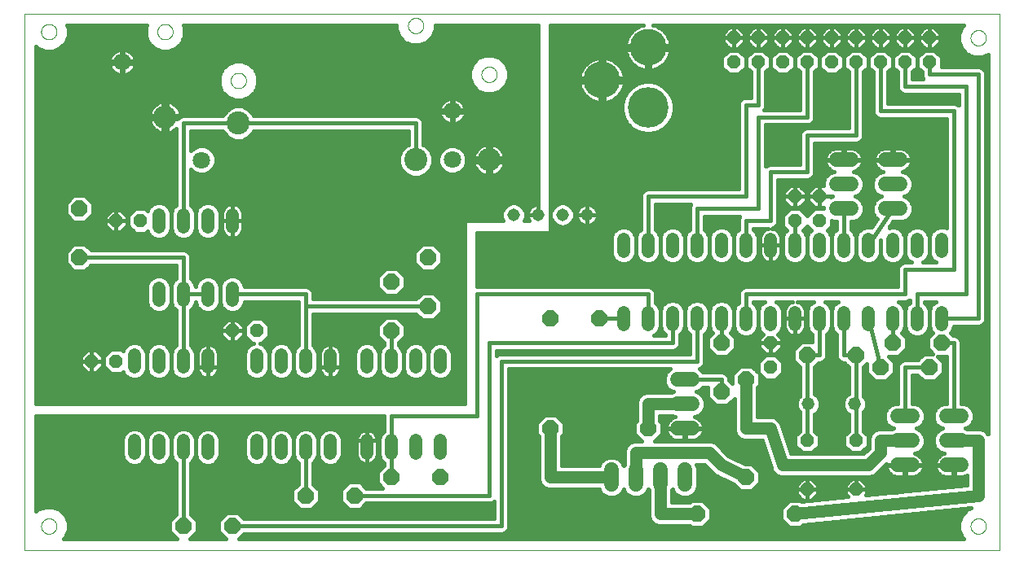
<source format=gtl>
G75*
%MOIN*%
%OFA0B0*%
%FSLAX25Y25*%
%IPPOS*%
%LPD*%
%AMOC8*
5,1,8,0,0,1.08239X$1,22.5*
%
%ADD10C,0.00000*%
%ADD11OC8,0.05600*%
%ADD12OC8,0.05200*%
%ADD13C,0.16598*%
%ADD14C,0.15024*%
%ADD15C,0.05150*%
%ADD16C,0.05200*%
%ADD17C,0.06000*%
%ADD18C,0.05200*%
%ADD19OC8,0.06600*%
%ADD20C,0.07087*%
%ADD21C,0.09449*%
%ADD22C,0.01600*%
%ADD23R,0.07677X0.07677*%
%ADD24R,0.04356X0.04356*%
%ADD25C,0.05000*%
D10*
X0011800Y0001800D02*
X0011800Y0221761D01*
X0410501Y0221761D01*
X0410501Y0001800D01*
X0011800Y0001800D01*
X0018650Y0011800D02*
X0018652Y0011912D01*
X0018658Y0012023D01*
X0018668Y0012135D01*
X0018682Y0012246D01*
X0018699Y0012356D01*
X0018721Y0012466D01*
X0018747Y0012575D01*
X0018776Y0012683D01*
X0018809Y0012789D01*
X0018846Y0012895D01*
X0018887Y0012999D01*
X0018932Y0013102D01*
X0018980Y0013203D01*
X0019031Y0013302D01*
X0019086Y0013399D01*
X0019145Y0013494D01*
X0019206Y0013588D01*
X0019271Y0013679D01*
X0019340Y0013767D01*
X0019411Y0013853D01*
X0019485Y0013937D01*
X0019563Y0014017D01*
X0019643Y0014095D01*
X0019726Y0014171D01*
X0019811Y0014243D01*
X0019899Y0014312D01*
X0019989Y0014378D01*
X0020082Y0014440D01*
X0020177Y0014500D01*
X0020274Y0014556D01*
X0020372Y0014608D01*
X0020473Y0014657D01*
X0020575Y0014702D01*
X0020679Y0014744D01*
X0020784Y0014782D01*
X0020891Y0014816D01*
X0020998Y0014846D01*
X0021107Y0014873D01*
X0021216Y0014895D01*
X0021327Y0014914D01*
X0021437Y0014929D01*
X0021549Y0014940D01*
X0021660Y0014947D01*
X0021772Y0014950D01*
X0021884Y0014949D01*
X0021996Y0014944D01*
X0022107Y0014935D01*
X0022218Y0014922D01*
X0022329Y0014905D01*
X0022439Y0014885D01*
X0022548Y0014860D01*
X0022656Y0014832D01*
X0022763Y0014799D01*
X0022869Y0014763D01*
X0022973Y0014723D01*
X0023076Y0014680D01*
X0023178Y0014633D01*
X0023277Y0014582D01*
X0023375Y0014528D01*
X0023471Y0014470D01*
X0023565Y0014409D01*
X0023656Y0014345D01*
X0023745Y0014278D01*
X0023832Y0014207D01*
X0023916Y0014133D01*
X0023998Y0014057D01*
X0024076Y0013977D01*
X0024152Y0013895D01*
X0024225Y0013810D01*
X0024295Y0013723D01*
X0024361Y0013633D01*
X0024425Y0013541D01*
X0024485Y0013447D01*
X0024542Y0013351D01*
X0024595Y0013252D01*
X0024645Y0013152D01*
X0024691Y0013051D01*
X0024734Y0012947D01*
X0024773Y0012842D01*
X0024808Y0012736D01*
X0024839Y0012629D01*
X0024867Y0012520D01*
X0024890Y0012411D01*
X0024910Y0012301D01*
X0024926Y0012190D01*
X0024938Y0012079D01*
X0024946Y0011968D01*
X0024950Y0011856D01*
X0024950Y0011744D01*
X0024946Y0011632D01*
X0024938Y0011521D01*
X0024926Y0011410D01*
X0024910Y0011299D01*
X0024890Y0011189D01*
X0024867Y0011080D01*
X0024839Y0010971D01*
X0024808Y0010864D01*
X0024773Y0010758D01*
X0024734Y0010653D01*
X0024691Y0010549D01*
X0024645Y0010448D01*
X0024595Y0010348D01*
X0024542Y0010249D01*
X0024485Y0010153D01*
X0024425Y0010059D01*
X0024361Y0009967D01*
X0024295Y0009877D01*
X0024225Y0009790D01*
X0024152Y0009705D01*
X0024076Y0009623D01*
X0023998Y0009543D01*
X0023916Y0009467D01*
X0023832Y0009393D01*
X0023745Y0009322D01*
X0023656Y0009255D01*
X0023565Y0009191D01*
X0023471Y0009130D01*
X0023375Y0009072D01*
X0023277Y0009018D01*
X0023178Y0008967D01*
X0023076Y0008920D01*
X0022973Y0008877D01*
X0022869Y0008837D01*
X0022763Y0008801D01*
X0022656Y0008768D01*
X0022548Y0008740D01*
X0022439Y0008715D01*
X0022329Y0008695D01*
X0022218Y0008678D01*
X0022107Y0008665D01*
X0021996Y0008656D01*
X0021884Y0008651D01*
X0021772Y0008650D01*
X0021660Y0008653D01*
X0021549Y0008660D01*
X0021437Y0008671D01*
X0021327Y0008686D01*
X0021216Y0008705D01*
X0021107Y0008727D01*
X0020998Y0008754D01*
X0020891Y0008784D01*
X0020784Y0008818D01*
X0020679Y0008856D01*
X0020575Y0008898D01*
X0020473Y0008943D01*
X0020372Y0008992D01*
X0020274Y0009044D01*
X0020177Y0009100D01*
X0020082Y0009160D01*
X0019989Y0009222D01*
X0019899Y0009288D01*
X0019811Y0009357D01*
X0019726Y0009429D01*
X0019643Y0009505D01*
X0019563Y0009583D01*
X0019485Y0009663D01*
X0019411Y0009747D01*
X0019340Y0009833D01*
X0019271Y0009921D01*
X0019206Y0010012D01*
X0019145Y0010106D01*
X0019086Y0010201D01*
X0019031Y0010298D01*
X0018980Y0010397D01*
X0018932Y0010498D01*
X0018887Y0010601D01*
X0018846Y0010705D01*
X0018809Y0010811D01*
X0018776Y0010917D01*
X0018747Y0011025D01*
X0018721Y0011134D01*
X0018699Y0011244D01*
X0018682Y0011354D01*
X0018668Y0011465D01*
X0018658Y0011577D01*
X0018652Y0011688D01*
X0018650Y0011800D01*
X0096150Y0194300D02*
X0096152Y0194412D01*
X0096158Y0194523D01*
X0096168Y0194635D01*
X0096182Y0194746D01*
X0096199Y0194856D01*
X0096221Y0194966D01*
X0096247Y0195075D01*
X0096276Y0195183D01*
X0096309Y0195289D01*
X0096346Y0195395D01*
X0096387Y0195499D01*
X0096432Y0195602D01*
X0096480Y0195703D01*
X0096531Y0195802D01*
X0096586Y0195899D01*
X0096645Y0195994D01*
X0096706Y0196088D01*
X0096771Y0196179D01*
X0096840Y0196267D01*
X0096911Y0196353D01*
X0096985Y0196437D01*
X0097063Y0196517D01*
X0097143Y0196595D01*
X0097226Y0196671D01*
X0097311Y0196743D01*
X0097399Y0196812D01*
X0097489Y0196878D01*
X0097582Y0196940D01*
X0097677Y0197000D01*
X0097774Y0197056D01*
X0097872Y0197108D01*
X0097973Y0197157D01*
X0098075Y0197202D01*
X0098179Y0197244D01*
X0098284Y0197282D01*
X0098391Y0197316D01*
X0098498Y0197346D01*
X0098607Y0197373D01*
X0098716Y0197395D01*
X0098827Y0197414D01*
X0098937Y0197429D01*
X0099049Y0197440D01*
X0099160Y0197447D01*
X0099272Y0197450D01*
X0099384Y0197449D01*
X0099496Y0197444D01*
X0099607Y0197435D01*
X0099718Y0197422D01*
X0099829Y0197405D01*
X0099939Y0197385D01*
X0100048Y0197360D01*
X0100156Y0197332D01*
X0100263Y0197299D01*
X0100369Y0197263D01*
X0100473Y0197223D01*
X0100576Y0197180D01*
X0100678Y0197133D01*
X0100777Y0197082D01*
X0100875Y0197028D01*
X0100971Y0196970D01*
X0101065Y0196909D01*
X0101156Y0196845D01*
X0101245Y0196778D01*
X0101332Y0196707D01*
X0101416Y0196633D01*
X0101498Y0196557D01*
X0101576Y0196477D01*
X0101652Y0196395D01*
X0101725Y0196310D01*
X0101795Y0196223D01*
X0101861Y0196133D01*
X0101925Y0196041D01*
X0101985Y0195947D01*
X0102042Y0195851D01*
X0102095Y0195752D01*
X0102145Y0195652D01*
X0102191Y0195551D01*
X0102234Y0195447D01*
X0102273Y0195342D01*
X0102308Y0195236D01*
X0102339Y0195129D01*
X0102367Y0195020D01*
X0102390Y0194911D01*
X0102410Y0194801D01*
X0102426Y0194690D01*
X0102438Y0194579D01*
X0102446Y0194468D01*
X0102450Y0194356D01*
X0102450Y0194244D01*
X0102446Y0194132D01*
X0102438Y0194021D01*
X0102426Y0193910D01*
X0102410Y0193799D01*
X0102390Y0193689D01*
X0102367Y0193580D01*
X0102339Y0193471D01*
X0102308Y0193364D01*
X0102273Y0193258D01*
X0102234Y0193153D01*
X0102191Y0193049D01*
X0102145Y0192948D01*
X0102095Y0192848D01*
X0102042Y0192749D01*
X0101985Y0192653D01*
X0101925Y0192559D01*
X0101861Y0192467D01*
X0101795Y0192377D01*
X0101725Y0192290D01*
X0101652Y0192205D01*
X0101576Y0192123D01*
X0101498Y0192043D01*
X0101416Y0191967D01*
X0101332Y0191893D01*
X0101245Y0191822D01*
X0101156Y0191755D01*
X0101065Y0191691D01*
X0100971Y0191630D01*
X0100875Y0191572D01*
X0100777Y0191518D01*
X0100678Y0191467D01*
X0100576Y0191420D01*
X0100473Y0191377D01*
X0100369Y0191337D01*
X0100263Y0191301D01*
X0100156Y0191268D01*
X0100048Y0191240D01*
X0099939Y0191215D01*
X0099829Y0191195D01*
X0099718Y0191178D01*
X0099607Y0191165D01*
X0099496Y0191156D01*
X0099384Y0191151D01*
X0099272Y0191150D01*
X0099160Y0191153D01*
X0099049Y0191160D01*
X0098937Y0191171D01*
X0098827Y0191186D01*
X0098716Y0191205D01*
X0098607Y0191227D01*
X0098498Y0191254D01*
X0098391Y0191284D01*
X0098284Y0191318D01*
X0098179Y0191356D01*
X0098075Y0191398D01*
X0097973Y0191443D01*
X0097872Y0191492D01*
X0097774Y0191544D01*
X0097677Y0191600D01*
X0097582Y0191660D01*
X0097489Y0191722D01*
X0097399Y0191788D01*
X0097311Y0191857D01*
X0097226Y0191929D01*
X0097143Y0192005D01*
X0097063Y0192083D01*
X0096985Y0192163D01*
X0096911Y0192247D01*
X0096840Y0192333D01*
X0096771Y0192421D01*
X0096706Y0192512D01*
X0096645Y0192606D01*
X0096586Y0192701D01*
X0096531Y0192798D01*
X0096480Y0192897D01*
X0096432Y0192998D01*
X0096387Y0193101D01*
X0096346Y0193205D01*
X0096309Y0193311D01*
X0096276Y0193417D01*
X0096247Y0193525D01*
X0096221Y0193634D01*
X0096199Y0193744D01*
X0096182Y0193854D01*
X0096168Y0193965D01*
X0096158Y0194077D01*
X0096152Y0194188D01*
X0096150Y0194300D01*
X0066150Y0214300D02*
X0066152Y0214412D01*
X0066158Y0214523D01*
X0066168Y0214635D01*
X0066182Y0214746D01*
X0066199Y0214856D01*
X0066221Y0214966D01*
X0066247Y0215075D01*
X0066276Y0215183D01*
X0066309Y0215289D01*
X0066346Y0215395D01*
X0066387Y0215499D01*
X0066432Y0215602D01*
X0066480Y0215703D01*
X0066531Y0215802D01*
X0066586Y0215899D01*
X0066645Y0215994D01*
X0066706Y0216088D01*
X0066771Y0216179D01*
X0066840Y0216267D01*
X0066911Y0216353D01*
X0066985Y0216437D01*
X0067063Y0216517D01*
X0067143Y0216595D01*
X0067226Y0216671D01*
X0067311Y0216743D01*
X0067399Y0216812D01*
X0067489Y0216878D01*
X0067582Y0216940D01*
X0067677Y0217000D01*
X0067774Y0217056D01*
X0067872Y0217108D01*
X0067973Y0217157D01*
X0068075Y0217202D01*
X0068179Y0217244D01*
X0068284Y0217282D01*
X0068391Y0217316D01*
X0068498Y0217346D01*
X0068607Y0217373D01*
X0068716Y0217395D01*
X0068827Y0217414D01*
X0068937Y0217429D01*
X0069049Y0217440D01*
X0069160Y0217447D01*
X0069272Y0217450D01*
X0069384Y0217449D01*
X0069496Y0217444D01*
X0069607Y0217435D01*
X0069718Y0217422D01*
X0069829Y0217405D01*
X0069939Y0217385D01*
X0070048Y0217360D01*
X0070156Y0217332D01*
X0070263Y0217299D01*
X0070369Y0217263D01*
X0070473Y0217223D01*
X0070576Y0217180D01*
X0070678Y0217133D01*
X0070777Y0217082D01*
X0070875Y0217028D01*
X0070971Y0216970D01*
X0071065Y0216909D01*
X0071156Y0216845D01*
X0071245Y0216778D01*
X0071332Y0216707D01*
X0071416Y0216633D01*
X0071498Y0216557D01*
X0071576Y0216477D01*
X0071652Y0216395D01*
X0071725Y0216310D01*
X0071795Y0216223D01*
X0071861Y0216133D01*
X0071925Y0216041D01*
X0071985Y0215947D01*
X0072042Y0215851D01*
X0072095Y0215752D01*
X0072145Y0215652D01*
X0072191Y0215551D01*
X0072234Y0215447D01*
X0072273Y0215342D01*
X0072308Y0215236D01*
X0072339Y0215129D01*
X0072367Y0215020D01*
X0072390Y0214911D01*
X0072410Y0214801D01*
X0072426Y0214690D01*
X0072438Y0214579D01*
X0072446Y0214468D01*
X0072450Y0214356D01*
X0072450Y0214244D01*
X0072446Y0214132D01*
X0072438Y0214021D01*
X0072426Y0213910D01*
X0072410Y0213799D01*
X0072390Y0213689D01*
X0072367Y0213580D01*
X0072339Y0213471D01*
X0072308Y0213364D01*
X0072273Y0213258D01*
X0072234Y0213153D01*
X0072191Y0213049D01*
X0072145Y0212948D01*
X0072095Y0212848D01*
X0072042Y0212749D01*
X0071985Y0212653D01*
X0071925Y0212559D01*
X0071861Y0212467D01*
X0071795Y0212377D01*
X0071725Y0212290D01*
X0071652Y0212205D01*
X0071576Y0212123D01*
X0071498Y0212043D01*
X0071416Y0211967D01*
X0071332Y0211893D01*
X0071245Y0211822D01*
X0071156Y0211755D01*
X0071065Y0211691D01*
X0070971Y0211630D01*
X0070875Y0211572D01*
X0070777Y0211518D01*
X0070678Y0211467D01*
X0070576Y0211420D01*
X0070473Y0211377D01*
X0070369Y0211337D01*
X0070263Y0211301D01*
X0070156Y0211268D01*
X0070048Y0211240D01*
X0069939Y0211215D01*
X0069829Y0211195D01*
X0069718Y0211178D01*
X0069607Y0211165D01*
X0069496Y0211156D01*
X0069384Y0211151D01*
X0069272Y0211150D01*
X0069160Y0211153D01*
X0069049Y0211160D01*
X0068937Y0211171D01*
X0068827Y0211186D01*
X0068716Y0211205D01*
X0068607Y0211227D01*
X0068498Y0211254D01*
X0068391Y0211284D01*
X0068284Y0211318D01*
X0068179Y0211356D01*
X0068075Y0211398D01*
X0067973Y0211443D01*
X0067872Y0211492D01*
X0067774Y0211544D01*
X0067677Y0211600D01*
X0067582Y0211660D01*
X0067489Y0211722D01*
X0067399Y0211788D01*
X0067311Y0211857D01*
X0067226Y0211929D01*
X0067143Y0212005D01*
X0067063Y0212083D01*
X0066985Y0212163D01*
X0066911Y0212247D01*
X0066840Y0212333D01*
X0066771Y0212421D01*
X0066706Y0212512D01*
X0066645Y0212606D01*
X0066586Y0212701D01*
X0066531Y0212798D01*
X0066480Y0212897D01*
X0066432Y0212998D01*
X0066387Y0213101D01*
X0066346Y0213205D01*
X0066309Y0213311D01*
X0066276Y0213417D01*
X0066247Y0213525D01*
X0066221Y0213634D01*
X0066199Y0213744D01*
X0066182Y0213854D01*
X0066168Y0213965D01*
X0066158Y0214077D01*
X0066152Y0214188D01*
X0066150Y0214300D01*
X0018650Y0214300D02*
X0018652Y0214412D01*
X0018658Y0214523D01*
X0018668Y0214635D01*
X0018682Y0214746D01*
X0018699Y0214856D01*
X0018721Y0214966D01*
X0018747Y0215075D01*
X0018776Y0215183D01*
X0018809Y0215289D01*
X0018846Y0215395D01*
X0018887Y0215499D01*
X0018932Y0215602D01*
X0018980Y0215703D01*
X0019031Y0215802D01*
X0019086Y0215899D01*
X0019145Y0215994D01*
X0019206Y0216088D01*
X0019271Y0216179D01*
X0019340Y0216267D01*
X0019411Y0216353D01*
X0019485Y0216437D01*
X0019563Y0216517D01*
X0019643Y0216595D01*
X0019726Y0216671D01*
X0019811Y0216743D01*
X0019899Y0216812D01*
X0019989Y0216878D01*
X0020082Y0216940D01*
X0020177Y0217000D01*
X0020274Y0217056D01*
X0020372Y0217108D01*
X0020473Y0217157D01*
X0020575Y0217202D01*
X0020679Y0217244D01*
X0020784Y0217282D01*
X0020891Y0217316D01*
X0020998Y0217346D01*
X0021107Y0217373D01*
X0021216Y0217395D01*
X0021327Y0217414D01*
X0021437Y0217429D01*
X0021549Y0217440D01*
X0021660Y0217447D01*
X0021772Y0217450D01*
X0021884Y0217449D01*
X0021996Y0217444D01*
X0022107Y0217435D01*
X0022218Y0217422D01*
X0022329Y0217405D01*
X0022439Y0217385D01*
X0022548Y0217360D01*
X0022656Y0217332D01*
X0022763Y0217299D01*
X0022869Y0217263D01*
X0022973Y0217223D01*
X0023076Y0217180D01*
X0023178Y0217133D01*
X0023277Y0217082D01*
X0023375Y0217028D01*
X0023471Y0216970D01*
X0023565Y0216909D01*
X0023656Y0216845D01*
X0023745Y0216778D01*
X0023832Y0216707D01*
X0023916Y0216633D01*
X0023998Y0216557D01*
X0024076Y0216477D01*
X0024152Y0216395D01*
X0024225Y0216310D01*
X0024295Y0216223D01*
X0024361Y0216133D01*
X0024425Y0216041D01*
X0024485Y0215947D01*
X0024542Y0215851D01*
X0024595Y0215752D01*
X0024645Y0215652D01*
X0024691Y0215551D01*
X0024734Y0215447D01*
X0024773Y0215342D01*
X0024808Y0215236D01*
X0024839Y0215129D01*
X0024867Y0215020D01*
X0024890Y0214911D01*
X0024910Y0214801D01*
X0024926Y0214690D01*
X0024938Y0214579D01*
X0024946Y0214468D01*
X0024950Y0214356D01*
X0024950Y0214244D01*
X0024946Y0214132D01*
X0024938Y0214021D01*
X0024926Y0213910D01*
X0024910Y0213799D01*
X0024890Y0213689D01*
X0024867Y0213580D01*
X0024839Y0213471D01*
X0024808Y0213364D01*
X0024773Y0213258D01*
X0024734Y0213153D01*
X0024691Y0213049D01*
X0024645Y0212948D01*
X0024595Y0212848D01*
X0024542Y0212749D01*
X0024485Y0212653D01*
X0024425Y0212559D01*
X0024361Y0212467D01*
X0024295Y0212377D01*
X0024225Y0212290D01*
X0024152Y0212205D01*
X0024076Y0212123D01*
X0023998Y0212043D01*
X0023916Y0211967D01*
X0023832Y0211893D01*
X0023745Y0211822D01*
X0023656Y0211755D01*
X0023565Y0211691D01*
X0023471Y0211630D01*
X0023375Y0211572D01*
X0023277Y0211518D01*
X0023178Y0211467D01*
X0023076Y0211420D01*
X0022973Y0211377D01*
X0022869Y0211337D01*
X0022763Y0211301D01*
X0022656Y0211268D01*
X0022548Y0211240D01*
X0022439Y0211215D01*
X0022329Y0211195D01*
X0022218Y0211178D01*
X0022107Y0211165D01*
X0021996Y0211156D01*
X0021884Y0211151D01*
X0021772Y0211150D01*
X0021660Y0211153D01*
X0021549Y0211160D01*
X0021437Y0211171D01*
X0021327Y0211186D01*
X0021216Y0211205D01*
X0021107Y0211227D01*
X0020998Y0211254D01*
X0020891Y0211284D01*
X0020784Y0211318D01*
X0020679Y0211356D01*
X0020575Y0211398D01*
X0020473Y0211443D01*
X0020372Y0211492D01*
X0020274Y0211544D01*
X0020177Y0211600D01*
X0020082Y0211660D01*
X0019989Y0211722D01*
X0019899Y0211788D01*
X0019811Y0211857D01*
X0019726Y0211929D01*
X0019643Y0212005D01*
X0019563Y0212083D01*
X0019485Y0212163D01*
X0019411Y0212247D01*
X0019340Y0212333D01*
X0019271Y0212421D01*
X0019206Y0212512D01*
X0019145Y0212606D01*
X0019086Y0212701D01*
X0019031Y0212798D01*
X0018980Y0212897D01*
X0018932Y0212998D01*
X0018887Y0213101D01*
X0018846Y0213205D01*
X0018809Y0213311D01*
X0018776Y0213417D01*
X0018747Y0213525D01*
X0018721Y0213634D01*
X0018699Y0213744D01*
X0018682Y0213854D01*
X0018668Y0213965D01*
X0018658Y0214077D01*
X0018652Y0214188D01*
X0018650Y0214300D01*
X0168650Y0216800D02*
X0168652Y0216912D01*
X0168658Y0217023D01*
X0168668Y0217135D01*
X0168682Y0217246D01*
X0168699Y0217356D01*
X0168721Y0217466D01*
X0168747Y0217575D01*
X0168776Y0217683D01*
X0168809Y0217789D01*
X0168846Y0217895D01*
X0168887Y0217999D01*
X0168932Y0218102D01*
X0168980Y0218203D01*
X0169031Y0218302D01*
X0169086Y0218399D01*
X0169145Y0218494D01*
X0169206Y0218588D01*
X0169271Y0218679D01*
X0169340Y0218767D01*
X0169411Y0218853D01*
X0169485Y0218937D01*
X0169563Y0219017D01*
X0169643Y0219095D01*
X0169726Y0219171D01*
X0169811Y0219243D01*
X0169899Y0219312D01*
X0169989Y0219378D01*
X0170082Y0219440D01*
X0170177Y0219500D01*
X0170274Y0219556D01*
X0170372Y0219608D01*
X0170473Y0219657D01*
X0170575Y0219702D01*
X0170679Y0219744D01*
X0170784Y0219782D01*
X0170891Y0219816D01*
X0170998Y0219846D01*
X0171107Y0219873D01*
X0171216Y0219895D01*
X0171327Y0219914D01*
X0171437Y0219929D01*
X0171549Y0219940D01*
X0171660Y0219947D01*
X0171772Y0219950D01*
X0171884Y0219949D01*
X0171996Y0219944D01*
X0172107Y0219935D01*
X0172218Y0219922D01*
X0172329Y0219905D01*
X0172439Y0219885D01*
X0172548Y0219860D01*
X0172656Y0219832D01*
X0172763Y0219799D01*
X0172869Y0219763D01*
X0172973Y0219723D01*
X0173076Y0219680D01*
X0173178Y0219633D01*
X0173277Y0219582D01*
X0173375Y0219528D01*
X0173471Y0219470D01*
X0173565Y0219409D01*
X0173656Y0219345D01*
X0173745Y0219278D01*
X0173832Y0219207D01*
X0173916Y0219133D01*
X0173998Y0219057D01*
X0174076Y0218977D01*
X0174152Y0218895D01*
X0174225Y0218810D01*
X0174295Y0218723D01*
X0174361Y0218633D01*
X0174425Y0218541D01*
X0174485Y0218447D01*
X0174542Y0218351D01*
X0174595Y0218252D01*
X0174645Y0218152D01*
X0174691Y0218051D01*
X0174734Y0217947D01*
X0174773Y0217842D01*
X0174808Y0217736D01*
X0174839Y0217629D01*
X0174867Y0217520D01*
X0174890Y0217411D01*
X0174910Y0217301D01*
X0174926Y0217190D01*
X0174938Y0217079D01*
X0174946Y0216968D01*
X0174950Y0216856D01*
X0174950Y0216744D01*
X0174946Y0216632D01*
X0174938Y0216521D01*
X0174926Y0216410D01*
X0174910Y0216299D01*
X0174890Y0216189D01*
X0174867Y0216080D01*
X0174839Y0215971D01*
X0174808Y0215864D01*
X0174773Y0215758D01*
X0174734Y0215653D01*
X0174691Y0215549D01*
X0174645Y0215448D01*
X0174595Y0215348D01*
X0174542Y0215249D01*
X0174485Y0215153D01*
X0174425Y0215059D01*
X0174361Y0214967D01*
X0174295Y0214877D01*
X0174225Y0214790D01*
X0174152Y0214705D01*
X0174076Y0214623D01*
X0173998Y0214543D01*
X0173916Y0214467D01*
X0173832Y0214393D01*
X0173745Y0214322D01*
X0173656Y0214255D01*
X0173565Y0214191D01*
X0173471Y0214130D01*
X0173375Y0214072D01*
X0173277Y0214018D01*
X0173178Y0213967D01*
X0173076Y0213920D01*
X0172973Y0213877D01*
X0172869Y0213837D01*
X0172763Y0213801D01*
X0172656Y0213768D01*
X0172548Y0213740D01*
X0172439Y0213715D01*
X0172329Y0213695D01*
X0172218Y0213678D01*
X0172107Y0213665D01*
X0171996Y0213656D01*
X0171884Y0213651D01*
X0171772Y0213650D01*
X0171660Y0213653D01*
X0171549Y0213660D01*
X0171437Y0213671D01*
X0171327Y0213686D01*
X0171216Y0213705D01*
X0171107Y0213727D01*
X0170998Y0213754D01*
X0170891Y0213784D01*
X0170784Y0213818D01*
X0170679Y0213856D01*
X0170575Y0213898D01*
X0170473Y0213943D01*
X0170372Y0213992D01*
X0170274Y0214044D01*
X0170177Y0214100D01*
X0170082Y0214160D01*
X0169989Y0214222D01*
X0169899Y0214288D01*
X0169811Y0214357D01*
X0169726Y0214429D01*
X0169643Y0214505D01*
X0169563Y0214583D01*
X0169485Y0214663D01*
X0169411Y0214747D01*
X0169340Y0214833D01*
X0169271Y0214921D01*
X0169206Y0215012D01*
X0169145Y0215106D01*
X0169086Y0215201D01*
X0169031Y0215298D01*
X0168980Y0215397D01*
X0168932Y0215498D01*
X0168887Y0215601D01*
X0168846Y0215705D01*
X0168809Y0215811D01*
X0168776Y0215917D01*
X0168747Y0216025D01*
X0168721Y0216134D01*
X0168699Y0216244D01*
X0168682Y0216354D01*
X0168668Y0216465D01*
X0168658Y0216577D01*
X0168652Y0216688D01*
X0168650Y0216800D01*
X0198650Y0196800D02*
X0198652Y0196912D01*
X0198658Y0197023D01*
X0198668Y0197135D01*
X0198682Y0197246D01*
X0198699Y0197356D01*
X0198721Y0197466D01*
X0198747Y0197575D01*
X0198776Y0197683D01*
X0198809Y0197789D01*
X0198846Y0197895D01*
X0198887Y0197999D01*
X0198932Y0198102D01*
X0198980Y0198203D01*
X0199031Y0198302D01*
X0199086Y0198399D01*
X0199145Y0198494D01*
X0199206Y0198588D01*
X0199271Y0198679D01*
X0199340Y0198767D01*
X0199411Y0198853D01*
X0199485Y0198937D01*
X0199563Y0199017D01*
X0199643Y0199095D01*
X0199726Y0199171D01*
X0199811Y0199243D01*
X0199899Y0199312D01*
X0199989Y0199378D01*
X0200082Y0199440D01*
X0200177Y0199500D01*
X0200274Y0199556D01*
X0200372Y0199608D01*
X0200473Y0199657D01*
X0200575Y0199702D01*
X0200679Y0199744D01*
X0200784Y0199782D01*
X0200891Y0199816D01*
X0200998Y0199846D01*
X0201107Y0199873D01*
X0201216Y0199895D01*
X0201327Y0199914D01*
X0201437Y0199929D01*
X0201549Y0199940D01*
X0201660Y0199947D01*
X0201772Y0199950D01*
X0201884Y0199949D01*
X0201996Y0199944D01*
X0202107Y0199935D01*
X0202218Y0199922D01*
X0202329Y0199905D01*
X0202439Y0199885D01*
X0202548Y0199860D01*
X0202656Y0199832D01*
X0202763Y0199799D01*
X0202869Y0199763D01*
X0202973Y0199723D01*
X0203076Y0199680D01*
X0203178Y0199633D01*
X0203277Y0199582D01*
X0203375Y0199528D01*
X0203471Y0199470D01*
X0203565Y0199409D01*
X0203656Y0199345D01*
X0203745Y0199278D01*
X0203832Y0199207D01*
X0203916Y0199133D01*
X0203998Y0199057D01*
X0204076Y0198977D01*
X0204152Y0198895D01*
X0204225Y0198810D01*
X0204295Y0198723D01*
X0204361Y0198633D01*
X0204425Y0198541D01*
X0204485Y0198447D01*
X0204542Y0198351D01*
X0204595Y0198252D01*
X0204645Y0198152D01*
X0204691Y0198051D01*
X0204734Y0197947D01*
X0204773Y0197842D01*
X0204808Y0197736D01*
X0204839Y0197629D01*
X0204867Y0197520D01*
X0204890Y0197411D01*
X0204910Y0197301D01*
X0204926Y0197190D01*
X0204938Y0197079D01*
X0204946Y0196968D01*
X0204950Y0196856D01*
X0204950Y0196744D01*
X0204946Y0196632D01*
X0204938Y0196521D01*
X0204926Y0196410D01*
X0204910Y0196299D01*
X0204890Y0196189D01*
X0204867Y0196080D01*
X0204839Y0195971D01*
X0204808Y0195864D01*
X0204773Y0195758D01*
X0204734Y0195653D01*
X0204691Y0195549D01*
X0204645Y0195448D01*
X0204595Y0195348D01*
X0204542Y0195249D01*
X0204485Y0195153D01*
X0204425Y0195059D01*
X0204361Y0194967D01*
X0204295Y0194877D01*
X0204225Y0194790D01*
X0204152Y0194705D01*
X0204076Y0194623D01*
X0203998Y0194543D01*
X0203916Y0194467D01*
X0203832Y0194393D01*
X0203745Y0194322D01*
X0203656Y0194255D01*
X0203565Y0194191D01*
X0203471Y0194130D01*
X0203375Y0194072D01*
X0203277Y0194018D01*
X0203178Y0193967D01*
X0203076Y0193920D01*
X0202973Y0193877D01*
X0202869Y0193837D01*
X0202763Y0193801D01*
X0202656Y0193768D01*
X0202548Y0193740D01*
X0202439Y0193715D01*
X0202329Y0193695D01*
X0202218Y0193678D01*
X0202107Y0193665D01*
X0201996Y0193656D01*
X0201884Y0193651D01*
X0201772Y0193650D01*
X0201660Y0193653D01*
X0201549Y0193660D01*
X0201437Y0193671D01*
X0201327Y0193686D01*
X0201216Y0193705D01*
X0201107Y0193727D01*
X0200998Y0193754D01*
X0200891Y0193784D01*
X0200784Y0193818D01*
X0200679Y0193856D01*
X0200575Y0193898D01*
X0200473Y0193943D01*
X0200372Y0193992D01*
X0200274Y0194044D01*
X0200177Y0194100D01*
X0200082Y0194160D01*
X0199989Y0194222D01*
X0199899Y0194288D01*
X0199811Y0194357D01*
X0199726Y0194429D01*
X0199643Y0194505D01*
X0199563Y0194583D01*
X0199485Y0194663D01*
X0199411Y0194747D01*
X0199340Y0194833D01*
X0199271Y0194921D01*
X0199206Y0195012D01*
X0199145Y0195106D01*
X0199086Y0195201D01*
X0199031Y0195298D01*
X0198980Y0195397D01*
X0198932Y0195498D01*
X0198887Y0195601D01*
X0198846Y0195705D01*
X0198809Y0195811D01*
X0198776Y0195917D01*
X0198747Y0196025D01*
X0198721Y0196134D01*
X0198699Y0196244D01*
X0198682Y0196354D01*
X0198668Y0196465D01*
X0198658Y0196577D01*
X0198652Y0196688D01*
X0198650Y0196800D01*
X0398650Y0211800D02*
X0398652Y0211912D01*
X0398658Y0212023D01*
X0398668Y0212135D01*
X0398682Y0212246D01*
X0398699Y0212356D01*
X0398721Y0212466D01*
X0398747Y0212575D01*
X0398776Y0212683D01*
X0398809Y0212789D01*
X0398846Y0212895D01*
X0398887Y0212999D01*
X0398932Y0213102D01*
X0398980Y0213203D01*
X0399031Y0213302D01*
X0399086Y0213399D01*
X0399145Y0213494D01*
X0399206Y0213588D01*
X0399271Y0213679D01*
X0399340Y0213767D01*
X0399411Y0213853D01*
X0399485Y0213937D01*
X0399563Y0214017D01*
X0399643Y0214095D01*
X0399726Y0214171D01*
X0399811Y0214243D01*
X0399899Y0214312D01*
X0399989Y0214378D01*
X0400082Y0214440D01*
X0400177Y0214500D01*
X0400274Y0214556D01*
X0400372Y0214608D01*
X0400473Y0214657D01*
X0400575Y0214702D01*
X0400679Y0214744D01*
X0400784Y0214782D01*
X0400891Y0214816D01*
X0400998Y0214846D01*
X0401107Y0214873D01*
X0401216Y0214895D01*
X0401327Y0214914D01*
X0401437Y0214929D01*
X0401549Y0214940D01*
X0401660Y0214947D01*
X0401772Y0214950D01*
X0401884Y0214949D01*
X0401996Y0214944D01*
X0402107Y0214935D01*
X0402218Y0214922D01*
X0402329Y0214905D01*
X0402439Y0214885D01*
X0402548Y0214860D01*
X0402656Y0214832D01*
X0402763Y0214799D01*
X0402869Y0214763D01*
X0402973Y0214723D01*
X0403076Y0214680D01*
X0403178Y0214633D01*
X0403277Y0214582D01*
X0403375Y0214528D01*
X0403471Y0214470D01*
X0403565Y0214409D01*
X0403656Y0214345D01*
X0403745Y0214278D01*
X0403832Y0214207D01*
X0403916Y0214133D01*
X0403998Y0214057D01*
X0404076Y0213977D01*
X0404152Y0213895D01*
X0404225Y0213810D01*
X0404295Y0213723D01*
X0404361Y0213633D01*
X0404425Y0213541D01*
X0404485Y0213447D01*
X0404542Y0213351D01*
X0404595Y0213252D01*
X0404645Y0213152D01*
X0404691Y0213051D01*
X0404734Y0212947D01*
X0404773Y0212842D01*
X0404808Y0212736D01*
X0404839Y0212629D01*
X0404867Y0212520D01*
X0404890Y0212411D01*
X0404910Y0212301D01*
X0404926Y0212190D01*
X0404938Y0212079D01*
X0404946Y0211968D01*
X0404950Y0211856D01*
X0404950Y0211744D01*
X0404946Y0211632D01*
X0404938Y0211521D01*
X0404926Y0211410D01*
X0404910Y0211299D01*
X0404890Y0211189D01*
X0404867Y0211080D01*
X0404839Y0210971D01*
X0404808Y0210864D01*
X0404773Y0210758D01*
X0404734Y0210653D01*
X0404691Y0210549D01*
X0404645Y0210448D01*
X0404595Y0210348D01*
X0404542Y0210249D01*
X0404485Y0210153D01*
X0404425Y0210059D01*
X0404361Y0209967D01*
X0404295Y0209877D01*
X0404225Y0209790D01*
X0404152Y0209705D01*
X0404076Y0209623D01*
X0403998Y0209543D01*
X0403916Y0209467D01*
X0403832Y0209393D01*
X0403745Y0209322D01*
X0403656Y0209255D01*
X0403565Y0209191D01*
X0403471Y0209130D01*
X0403375Y0209072D01*
X0403277Y0209018D01*
X0403178Y0208967D01*
X0403076Y0208920D01*
X0402973Y0208877D01*
X0402869Y0208837D01*
X0402763Y0208801D01*
X0402656Y0208768D01*
X0402548Y0208740D01*
X0402439Y0208715D01*
X0402329Y0208695D01*
X0402218Y0208678D01*
X0402107Y0208665D01*
X0401996Y0208656D01*
X0401884Y0208651D01*
X0401772Y0208650D01*
X0401660Y0208653D01*
X0401549Y0208660D01*
X0401437Y0208671D01*
X0401327Y0208686D01*
X0401216Y0208705D01*
X0401107Y0208727D01*
X0400998Y0208754D01*
X0400891Y0208784D01*
X0400784Y0208818D01*
X0400679Y0208856D01*
X0400575Y0208898D01*
X0400473Y0208943D01*
X0400372Y0208992D01*
X0400274Y0209044D01*
X0400177Y0209100D01*
X0400082Y0209160D01*
X0399989Y0209222D01*
X0399899Y0209288D01*
X0399811Y0209357D01*
X0399726Y0209429D01*
X0399643Y0209505D01*
X0399563Y0209583D01*
X0399485Y0209663D01*
X0399411Y0209747D01*
X0399340Y0209833D01*
X0399271Y0209921D01*
X0399206Y0210012D01*
X0399145Y0210106D01*
X0399086Y0210201D01*
X0399031Y0210298D01*
X0398980Y0210397D01*
X0398932Y0210498D01*
X0398887Y0210601D01*
X0398846Y0210705D01*
X0398809Y0210811D01*
X0398776Y0210917D01*
X0398747Y0211025D01*
X0398721Y0211134D01*
X0398699Y0211244D01*
X0398682Y0211354D01*
X0398668Y0211465D01*
X0398658Y0211577D01*
X0398652Y0211688D01*
X0398650Y0211800D01*
X0398650Y0011800D02*
X0398652Y0011912D01*
X0398658Y0012023D01*
X0398668Y0012135D01*
X0398682Y0012246D01*
X0398699Y0012356D01*
X0398721Y0012466D01*
X0398747Y0012575D01*
X0398776Y0012683D01*
X0398809Y0012789D01*
X0398846Y0012895D01*
X0398887Y0012999D01*
X0398932Y0013102D01*
X0398980Y0013203D01*
X0399031Y0013302D01*
X0399086Y0013399D01*
X0399145Y0013494D01*
X0399206Y0013588D01*
X0399271Y0013679D01*
X0399340Y0013767D01*
X0399411Y0013853D01*
X0399485Y0013937D01*
X0399563Y0014017D01*
X0399643Y0014095D01*
X0399726Y0014171D01*
X0399811Y0014243D01*
X0399899Y0014312D01*
X0399989Y0014378D01*
X0400082Y0014440D01*
X0400177Y0014500D01*
X0400274Y0014556D01*
X0400372Y0014608D01*
X0400473Y0014657D01*
X0400575Y0014702D01*
X0400679Y0014744D01*
X0400784Y0014782D01*
X0400891Y0014816D01*
X0400998Y0014846D01*
X0401107Y0014873D01*
X0401216Y0014895D01*
X0401327Y0014914D01*
X0401437Y0014929D01*
X0401549Y0014940D01*
X0401660Y0014947D01*
X0401772Y0014950D01*
X0401884Y0014949D01*
X0401996Y0014944D01*
X0402107Y0014935D01*
X0402218Y0014922D01*
X0402329Y0014905D01*
X0402439Y0014885D01*
X0402548Y0014860D01*
X0402656Y0014832D01*
X0402763Y0014799D01*
X0402869Y0014763D01*
X0402973Y0014723D01*
X0403076Y0014680D01*
X0403178Y0014633D01*
X0403277Y0014582D01*
X0403375Y0014528D01*
X0403471Y0014470D01*
X0403565Y0014409D01*
X0403656Y0014345D01*
X0403745Y0014278D01*
X0403832Y0014207D01*
X0403916Y0014133D01*
X0403998Y0014057D01*
X0404076Y0013977D01*
X0404152Y0013895D01*
X0404225Y0013810D01*
X0404295Y0013723D01*
X0404361Y0013633D01*
X0404425Y0013541D01*
X0404485Y0013447D01*
X0404542Y0013351D01*
X0404595Y0013252D01*
X0404645Y0013152D01*
X0404691Y0013051D01*
X0404734Y0012947D01*
X0404773Y0012842D01*
X0404808Y0012736D01*
X0404839Y0012629D01*
X0404867Y0012520D01*
X0404890Y0012411D01*
X0404910Y0012301D01*
X0404926Y0012190D01*
X0404938Y0012079D01*
X0404946Y0011968D01*
X0404950Y0011856D01*
X0404950Y0011744D01*
X0404946Y0011632D01*
X0404938Y0011521D01*
X0404926Y0011410D01*
X0404910Y0011299D01*
X0404890Y0011189D01*
X0404867Y0011080D01*
X0404839Y0010971D01*
X0404808Y0010864D01*
X0404773Y0010758D01*
X0404734Y0010653D01*
X0404691Y0010549D01*
X0404645Y0010448D01*
X0404595Y0010348D01*
X0404542Y0010249D01*
X0404485Y0010153D01*
X0404425Y0010059D01*
X0404361Y0009967D01*
X0404295Y0009877D01*
X0404225Y0009790D01*
X0404152Y0009705D01*
X0404076Y0009623D01*
X0403998Y0009543D01*
X0403916Y0009467D01*
X0403832Y0009393D01*
X0403745Y0009322D01*
X0403656Y0009255D01*
X0403565Y0009191D01*
X0403471Y0009130D01*
X0403375Y0009072D01*
X0403277Y0009018D01*
X0403178Y0008967D01*
X0403076Y0008920D01*
X0402973Y0008877D01*
X0402869Y0008837D01*
X0402763Y0008801D01*
X0402656Y0008768D01*
X0402548Y0008740D01*
X0402439Y0008715D01*
X0402329Y0008695D01*
X0402218Y0008678D01*
X0402107Y0008665D01*
X0401996Y0008656D01*
X0401884Y0008651D01*
X0401772Y0008650D01*
X0401660Y0008653D01*
X0401549Y0008660D01*
X0401437Y0008671D01*
X0401327Y0008686D01*
X0401216Y0008705D01*
X0401107Y0008727D01*
X0400998Y0008754D01*
X0400891Y0008784D01*
X0400784Y0008818D01*
X0400679Y0008856D01*
X0400575Y0008898D01*
X0400473Y0008943D01*
X0400372Y0008992D01*
X0400274Y0009044D01*
X0400177Y0009100D01*
X0400082Y0009160D01*
X0399989Y0009222D01*
X0399899Y0009288D01*
X0399811Y0009357D01*
X0399726Y0009429D01*
X0399643Y0009505D01*
X0399563Y0009583D01*
X0399485Y0009663D01*
X0399411Y0009747D01*
X0399340Y0009833D01*
X0399271Y0009921D01*
X0399206Y0010012D01*
X0399145Y0010106D01*
X0399086Y0010201D01*
X0399031Y0010298D01*
X0398980Y0010397D01*
X0398932Y0010498D01*
X0398887Y0010601D01*
X0398846Y0010705D01*
X0398809Y0010811D01*
X0398776Y0010917D01*
X0398747Y0011025D01*
X0398721Y0011134D01*
X0398699Y0011244D01*
X0398682Y0011354D01*
X0398668Y0011465D01*
X0398658Y0011577D01*
X0398652Y0011688D01*
X0398650Y0011800D01*
D11*
X0316800Y0076800D03*
X0316800Y0086800D03*
X0326800Y0136800D03*
X0336800Y0136800D03*
X0336800Y0146800D03*
X0326800Y0146800D03*
X0106800Y0091800D03*
X0096800Y0091800D03*
X0049300Y0079300D03*
X0039300Y0079300D03*
X0049300Y0136800D03*
X0059300Y0136800D03*
D12*
X0301800Y0201800D03*
X0311800Y0201800D03*
X0321800Y0201800D03*
X0331800Y0201800D03*
X0341800Y0201800D03*
X0351800Y0201800D03*
X0361800Y0201800D03*
X0371800Y0201800D03*
X0381800Y0201800D03*
X0381800Y0211800D03*
X0371800Y0211800D03*
X0361800Y0211800D03*
X0351800Y0211800D03*
X0341800Y0211800D03*
X0331800Y0211800D03*
X0321800Y0211800D03*
X0311800Y0211800D03*
X0301800Y0211800D03*
X0331800Y0046800D03*
X0351800Y0046800D03*
X0351800Y0026800D03*
X0331800Y0026800D03*
D13*
X0266800Y0183257D03*
D14*
X0247902Y0194477D03*
X0266800Y0207863D03*
D15*
X0241800Y0139300D03*
X0231800Y0139300D03*
X0221800Y0139300D03*
X0211800Y0139300D03*
D16*
X0256800Y0129400D02*
X0256800Y0124200D01*
X0266800Y0124200D02*
X0266800Y0129400D01*
X0276800Y0129400D02*
X0276800Y0124200D01*
X0286800Y0124200D02*
X0286800Y0129400D01*
X0296800Y0129400D02*
X0296800Y0124200D01*
X0306800Y0124200D02*
X0306800Y0129400D01*
X0316800Y0129400D02*
X0316800Y0124200D01*
X0326800Y0124200D02*
X0326800Y0129400D01*
X0336800Y0129400D02*
X0336800Y0124200D01*
X0346800Y0124200D02*
X0346800Y0129400D01*
X0356800Y0129400D02*
X0356800Y0124200D01*
X0366800Y0124200D02*
X0366800Y0129400D01*
X0376800Y0129400D02*
X0376800Y0124200D01*
X0386800Y0124200D02*
X0386800Y0129400D01*
X0386800Y0099400D02*
X0386800Y0094200D01*
X0376800Y0094200D02*
X0376800Y0099400D01*
X0366800Y0099400D02*
X0366800Y0094200D01*
X0356800Y0094200D02*
X0356800Y0099400D01*
X0346800Y0099400D02*
X0346800Y0094200D01*
X0336800Y0094200D02*
X0336800Y0099400D01*
X0326800Y0099400D02*
X0326800Y0094200D01*
X0316800Y0094200D02*
X0316800Y0099400D01*
X0306800Y0099400D02*
X0306800Y0094200D01*
X0296800Y0094200D02*
X0296800Y0099400D01*
X0286800Y0099400D02*
X0286800Y0094200D01*
X0276800Y0094200D02*
X0276800Y0099400D01*
X0266800Y0099400D02*
X0266800Y0094200D01*
X0256800Y0094200D02*
X0256800Y0099400D01*
X0181800Y0082000D02*
X0181800Y0076800D01*
X0171800Y0076800D02*
X0171800Y0082000D01*
X0161800Y0082000D02*
X0161800Y0076800D01*
X0151800Y0076800D02*
X0151800Y0082000D01*
X0136800Y0082000D02*
X0136800Y0076800D01*
X0126800Y0076800D02*
X0126800Y0082000D01*
X0116800Y0082000D02*
X0116800Y0076800D01*
X0106800Y0076800D02*
X0106800Y0082000D01*
X0086800Y0082000D02*
X0086800Y0076800D01*
X0076800Y0076800D02*
X0076800Y0082000D01*
X0066800Y0082000D02*
X0066800Y0076800D01*
X0056800Y0076800D02*
X0056800Y0082000D01*
X0066800Y0104200D02*
X0066800Y0109400D01*
X0076800Y0109400D02*
X0076800Y0104200D01*
X0086800Y0104200D02*
X0086800Y0109400D01*
X0096800Y0109400D02*
X0096800Y0104200D01*
X0096800Y0134200D02*
X0096800Y0139400D01*
X0086800Y0139400D02*
X0086800Y0134200D01*
X0076800Y0134200D02*
X0076800Y0139400D01*
X0066800Y0139400D02*
X0066800Y0134200D01*
X0066800Y0046800D02*
X0066800Y0041600D01*
X0056800Y0041600D02*
X0056800Y0046800D01*
X0076800Y0046800D02*
X0076800Y0041600D01*
X0086800Y0041600D02*
X0086800Y0046800D01*
X0106800Y0046800D02*
X0106800Y0041600D01*
X0116800Y0041600D02*
X0116800Y0046800D01*
X0126800Y0046800D02*
X0126800Y0041600D01*
X0136800Y0041600D02*
X0136800Y0046800D01*
X0151800Y0046800D02*
X0151800Y0041600D01*
X0161800Y0041600D02*
X0161800Y0046800D01*
X0171800Y0046800D02*
X0171800Y0041600D01*
X0181800Y0041600D02*
X0181800Y0046800D01*
D17*
X0251800Y0034800D02*
X0251800Y0028800D01*
X0261800Y0028800D02*
X0261800Y0034800D01*
X0271800Y0034800D02*
X0271800Y0028800D01*
X0281800Y0028800D02*
X0281800Y0034800D01*
X0278800Y0051800D02*
X0284800Y0051800D01*
X0284800Y0061800D02*
X0278800Y0061800D01*
X0278800Y0071800D02*
X0284800Y0071800D01*
X0368800Y0056800D02*
X0374800Y0056800D01*
X0388800Y0056800D02*
X0394800Y0056800D01*
X0394800Y0046800D02*
X0388800Y0046800D01*
X0374800Y0046800D02*
X0368800Y0046800D01*
X0368800Y0036800D02*
X0374800Y0036800D01*
X0388800Y0036800D02*
X0394800Y0036800D01*
X0369800Y0141800D02*
X0363800Y0141800D01*
X0349800Y0141800D02*
X0343800Y0141800D01*
X0343800Y0151800D02*
X0349800Y0151800D01*
X0363800Y0151800D02*
X0369800Y0151800D01*
X0369800Y0161800D02*
X0363800Y0161800D01*
X0349800Y0161800D02*
X0343800Y0161800D01*
D18*
X0351300Y0061800D03*
X0332300Y0061800D03*
D19*
X0306800Y0071800D03*
X0296800Y0066800D03*
X0266800Y0051800D03*
X0226800Y0051800D03*
X0181800Y0031800D03*
X0161800Y0031800D03*
X0146800Y0024300D03*
X0126800Y0024300D03*
X0096800Y0011800D03*
X0076800Y0011800D03*
X0161800Y0091800D03*
X0176800Y0101800D03*
X0161800Y0111800D03*
X0176800Y0121800D03*
X0226800Y0096800D03*
X0246800Y0096800D03*
X0296800Y0086800D03*
X0331800Y0081800D03*
X0351800Y0081800D03*
X0361800Y0076800D03*
X0366800Y0086800D03*
X0381800Y0076800D03*
X0386800Y0086800D03*
X0306800Y0031800D03*
X0286800Y0016800D03*
X0326800Y0016800D03*
X0034300Y0121800D03*
X0034300Y0141800D03*
D20*
X0084300Y0161780D03*
X0051820Y0201820D03*
X0186800Y0181800D03*
X0186800Y0161800D03*
D21*
X0171800Y0161800D03*
X0201800Y0161800D03*
X0099300Y0176800D03*
X0069300Y0179300D03*
D22*
X0070075Y0179235D02*
X0074851Y0179235D01*
X0075044Y0179428D02*
X0074172Y0178556D01*
X0074159Y0178525D01*
X0070075Y0178525D01*
X0070075Y0180075D01*
X0068525Y0180075D01*
X0068525Y0185779D01*
X0068024Y0185713D01*
X0067198Y0185491D01*
X0066408Y0185164D01*
X0065667Y0184736D01*
X0064989Y0184216D01*
X0064384Y0183611D01*
X0063864Y0182933D01*
X0063436Y0182192D01*
X0063109Y0181402D01*
X0062887Y0180576D01*
X0062821Y0180075D01*
X0068525Y0180075D01*
X0068525Y0178525D01*
X0070075Y0178525D01*
X0070075Y0172821D01*
X0070576Y0172887D01*
X0071402Y0173109D01*
X0072192Y0173436D01*
X0072933Y0173864D01*
X0073611Y0174384D01*
X0073700Y0174473D01*
X0073700Y0143230D01*
X0072646Y0142176D01*
X0071900Y0140375D01*
X0071900Y0133225D01*
X0072646Y0131424D01*
X0074024Y0130046D01*
X0075825Y0129300D01*
X0077775Y0129300D01*
X0079576Y0130046D01*
X0080954Y0131424D01*
X0081700Y0133225D01*
X0081700Y0140375D01*
X0080954Y0142176D01*
X0079900Y0143230D01*
X0079900Y0157917D01*
X0080990Y0156827D01*
X0083138Y0155937D01*
X0085462Y0155937D01*
X0087610Y0156827D01*
X0089254Y0158470D01*
X0090143Y0160618D01*
X0090143Y0162943D01*
X0089254Y0165090D01*
X0087610Y0166734D01*
X0085462Y0167624D01*
X0083138Y0167624D01*
X0080990Y0166734D01*
X0079900Y0165644D01*
X0079900Y0173700D01*
X0092981Y0173700D01*
X0093345Y0172821D01*
X0095321Y0170845D01*
X0097903Y0169776D01*
X0100697Y0169776D01*
X0103279Y0170845D01*
X0105255Y0172821D01*
X0105619Y0173700D01*
X0168700Y0173700D01*
X0168700Y0168119D01*
X0167821Y0167755D01*
X0165845Y0165779D01*
X0164776Y0163197D01*
X0164776Y0160403D01*
X0165845Y0157821D01*
X0167821Y0155845D01*
X0170403Y0154776D01*
X0173197Y0154776D01*
X0175779Y0155845D01*
X0177755Y0157821D01*
X0178824Y0160403D01*
X0178824Y0163197D01*
X0177755Y0165779D01*
X0175779Y0167755D01*
X0174900Y0168119D01*
X0174900Y0177417D01*
X0174428Y0178556D01*
X0173556Y0179428D01*
X0172417Y0179900D01*
X0105619Y0179900D01*
X0105255Y0180779D01*
X0103279Y0182755D01*
X0100697Y0183824D01*
X0097903Y0183824D01*
X0095321Y0182755D01*
X0093345Y0180779D01*
X0092981Y0179900D01*
X0076183Y0179900D01*
X0075044Y0179428D01*
X0075779Y0180075D02*
X0075713Y0180576D01*
X0075491Y0181402D01*
X0075164Y0182192D01*
X0074736Y0182933D01*
X0074216Y0183611D01*
X0073611Y0184216D01*
X0072933Y0184736D01*
X0072192Y0185164D01*
X0071402Y0185491D01*
X0070576Y0185713D01*
X0070075Y0185779D01*
X0070075Y0180075D01*
X0075779Y0180075D01*
X0075644Y0180833D02*
X0093399Y0180833D01*
X0094998Y0182432D02*
X0075026Y0182432D01*
X0073797Y0184030D02*
X0181939Y0184030D01*
X0181848Y0183851D02*
X0181588Y0183051D01*
X0181457Y0182221D01*
X0181457Y0182181D01*
X0186419Y0182181D01*
X0186419Y0181419D01*
X0187181Y0181419D01*
X0187181Y0182181D01*
X0192143Y0182181D01*
X0192143Y0182221D01*
X0192012Y0183051D01*
X0191752Y0183851D01*
X0191370Y0184600D01*
X0190876Y0185281D01*
X0190281Y0185876D01*
X0189600Y0186370D01*
X0188851Y0186752D01*
X0188051Y0187012D01*
X0187221Y0187143D01*
X0187181Y0187143D01*
X0187181Y0182181D01*
X0186419Y0182181D01*
X0186419Y0187143D01*
X0186379Y0187143D01*
X0185549Y0187012D01*
X0184749Y0186752D01*
X0183999Y0186370D01*
X0183319Y0185876D01*
X0182724Y0185281D01*
X0182230Y0184600D01*
X0181848Y0183851D01*
X0181490Y0182432D02*
X0103602Y0182432D01*
X0105201Y0180833D02*
X0181543Y0180833D01*
X0181588Y0180549D02*
X0181457Y0181379D01*
X0181457Y0181419D01*
X0186419Y0181419D01*
X0186419Y0176457D01*
X0186379Y0176457D01*
X0185549Y0176588D01*
X0184749Y0176848D01*
X0183999Y0177230D01*
X0183319Y0177724D01*
X0182724Y0178319D01*
X0182230Y0178999D01*
X0181848Y0179749D01*
X0181588Y0180549D01*
X0182110Y0179235D02*
X0173749Y0179235D01*
X0174809Y0177636D02*
X0183440Y0177636D01*
X0186419Y0177636D02*
X0187181Y0177636D01*
X0187181Y0176457D02*
X0187221Y0176457D01*
X0188051Y0176588D01*
X0188851Y0176848D01*
X0189600Y0177230D01*
X0190281Y0177724D01*
X0190876Y0178319D01*
X0191370Y0178999D01*
X0191752Y0179749D01*
X0192012Y0180549D01*
X0192143Y0181379D01*
X0192143Y0181419D01*
X0187181Y0181419D01*
X0187181Y0176457D01*
X0187181Y0179235D02*
X0186419Y0179235D01*
X0186419Y0180833D02*
X0187181Y0180833D01*
X0187181Y0182432D02*
X0186419Y0182432D01*
X0186419Y0184030D02*
X0187181Y0184030D01*
X0187181Y0185629D02*
X0186419Y0185629D01*
X0183072Y0185629D02*
X0070889Y0185629D01*
X0070075Y0185629D02*
X0068525Y0185629D01*
X0067711Y0185629D02*
X0016600Y0185629D01*
X0016600Y0187227D02*
X0095602Y0187227D01*
X0094797Y0187561D02*
X0097719Y0186350D01*
X0100881Y0186350D01*
X0103803Y0187561D01*
X0106039Y0189797D01*
X0107250Y0192719D01*
X0107250Y0195881D01*
X0106039Y0198803D01*
X0103803Y0201039D01*
X0100881Y0202250D01*
X0097719Y0202250D01*
X0094797Y0201039D01*
X0092561Y0198803D01*
X0091350Y0195881D01*
X0091350Y0192719D01*
X0092561Y0189797D01*
X0094797Y0187561D01*
X0093532Y0188826D02*
X0016600Y0188826D01*
X0016600Y0190424D02*
X0092301Y0190424D01*
X0091639Y0192023D02*
X0016600Y0192023D01*
X0016600Y0193621D02*
X0091350Y0193621D01*
X0091350Y0195220D02*
X0016600Y0195220D01*
X0016600Y0196818D02*
X0049921Y0196818D01*
X0049769Y0196868D02*
X0050568Y0196608D01*
X0051399Y0196476D01*
X0051439Y0196476D01*
X0051439Y0201438D01*
X0052201Y0201438D01*
X0052201Y0196476D01*
X0052240Y0196476D01*
X0053071Y0196608D01*
X0053871Y0196868D01*
X0054620Y0197250D01*
X0055301Y0197744D01*
X0055895Y0198339D01*
X0056390Y0199019D01*
X0056772Y0199769D01*
X0057031Y0200568D01*
X0057163Y0201399D01*
X0057163Y0201439D01*
X0052201Y0201439D01*
X0052201Y0202201D01*
X0057163Y0202201D01*
X0057163Y0202240D01*
X0057031Y0203071D01*
X0056772Y0203871D01*
X0056390Y0204620D01*
X0055895Y0205301D01*
X0055301Y0205895D01*
X0054620Y0206390D01*
X0053871Y0206772D01*
X0053071Y0207031D01*
X0052240Y0207163D01*
X0052201Y0207163D01*
X0052201Y0202201D01*
X0051439Y0202201D01*
X0051439Y0207163D01*
X0051399Y0207163D01*
X0050568Y0207031D01*
X0049769Y0206772D01*
X0049019Y0206390D01*
X0048339Y0205895D01*
X0047744Y0205301D01*
X0047250Y0204620D01*
X0046868Y0203871D01*
X0046608Y0203071D01*
X0046476Y0202240D01*
X0046476Y0202201D01*
X0051438Y0202201D01*
X0051438Y0201439D01*
X0046476Y0201439D01*
X0046476Y0201399D01*
X0046608Y0200568D01*
X0046868Y0199769D01*
X0047250Y0199019D01*
X0047744Y0198339D01*
X0048339Y0197744D01*
X0049019Y0197250D01*
X0049769Y0196868D01*
X0051439Y0196818D02*
X0052201Y0196818D01*
X0053719Y0196818D02*
X0091739Y0196818D01*
X0092401Y0198417D02*
X0055952Y0198417D01*
X0056852Y0200015D02*
X0093773Y0200015D01*
X0096184Y0201614D02*
X0052201Y0201614D01*
X0051438Y0201614D02*
X0016600Y0201614D01*
X0016600Y0203212D02*
X0046654Y0203212D01*
X0047388Y0204811D02*
X0016600Y0204811D01*
X0016600Y0206409D02*
X0020076Y0206409D01*
X0020219Y0206350D02*
X0023381Y0206350D01*
X0026303Y0207561D01*
X0028539Y0209797D01*
X0029750Y0212719D01*
X0029750Y0215881D01*
X0029302Y0216961D01*
X0061797Y0216961D01*
X0061350Y0215881D01*
X0061350Y0212719D01*
X0062561Y0209797D01*
X0064797Y0207561D01*
X0067719Y0206350D01*
X0070881Y0206350D01*
X0073803Y0207561D01*
X0076039Y0209797D01*
X0077250Y0212719D01*
X0077250Y0215881D01*
X0076803Y0216961D01*
X0163850Y0216961D01*
X0163850Y0215219D01*
X0165061Y0212297D01*
X0167297Y0210061D01*
X0170219Y0208850D01*
X0173381Y0208850D01*
X0176303Y0210061D01*
X0178539Y0212297D01*
X0179750Y0215219D01*
X0179750Y0216961D01*
X0221800Y0216961D01*
X0221800Y0139300D01*
X0221800Y0139300D01*
X0221800Y0143675D01*
X0221456Y0143675D01*
X0220776Y0143567D01*
X0220121Y0143354D01*
X0219507Y0143042D01*
X0218950Y0142637D01*
X0218463Y0142150D01*
X0218058Y0141593D01*
X0217746Y0140979D01*
X0217533Y0140324D01*
X0217425Y0139644D01*
X0217425Y0139300D01*
X0221800Y0139300D01*
X0221800Y0139300D01*
X0217425Y0139300D01*
X0217425Y0138956D01*
X0217533Y0138276D01*
X0217746Y0137621D01*
X0218058Y0137007D01*
X0218209Y0136800D01*
X0216041Y0136800D01*
X0216675Y0138330D01*
X0216675Y0140270D01*
X0215933Y0142061D01*
X0214561Y0143433D01*
X0212770Y0144175D01*
X0210830Y0144175D01*
X0209039Y0143433D01*
X0207667Y0142061D01*
X0206925Y0140270D01*
X0206925Y0138330D01*
X0207559Y0136800D01*
X0191800Y0136800D01*
X0191800Y0061800D01*
X0016600Y0061800D01*
X0016600Y0208258D01*
X0017297Y0207561D01*
X0020219Y0206350D01*
X0023524Y0206409D02*
X0049058Y0206409D01*
X0051439Y0206409D02*
X0052201Y0206409D01*
X0052201Y0204811D02*
X0051439Y0204811D01*
X0051439Y0203212D02*
X0052201Y0203212D01*
X0052201Y0200015D02*
X0051439Y0200015D01*
X0051439Y0198417D02*
X0052201Y0198417D01*
X0047687Y0198417D02*
X0016600Y0198417D01*
X0016600Y0200015D02*
X0046788Y0200015D01*
X0054581Y0206409D02*
X0067576Y0206409D01*
X0071024Y0206409D02*
X0221800Y0206409D01*
X0221800Y0204811D02*
X0056251Y0204811D01*
X0056985Y0203212D02*
X0196970Y0203212D01*
X0197297Y0203539D02*
X0195061Y0201303D01*
X0193850Y0198381D01*
X0193850Y0195219D01*
X0195061Y0192297D01*
X0197297Y0190061D01*
X0200219Y0188850D01*
X0203381Y0188850D01*
X0206303Y0190061D01*
X0208539Y0192297D01*
X0209750Y0195219D01*
X0209750Y0198381D01*
X0208539Y0201303D01*
X0206303Y0203539D01*
X0203381Y0204750D01*
X0200219Y0204750D01*
X0197297Y0203539D01*
X0195371Y0201614D02*
X0102416Y0201614D01*
X0104827Y0200015D02*
X0194527Y0200015D01*
X0193865Y0198417D02*
X0106199Y0198417D01*
X0106861Y0196818D02*
X0193850Y0196818D01*
X0193850Y0195220D02*
X0107250Y0195220D01*
X0107250Y0193621D02*
X0194512Y0193621D01*
X0195335Y0192023D02*
X0106961Y0192023D01*
X0106299Y0190424D02*
X0196933Y0190424D01*
X0190528Y0185629D02*
X0221800Y0185629D01*
X0221800Y0187227D02*
X0102998Y0187227D01*
X0105068Y0188826D02*
X0221800Y0188826D01*
X0221800Y0190424D02*
X0206667Y0190424D01*
X0208265Y0192023D02*
X0221800Y0192023D01*
X0221800Y0193621D02*
X0209088Y0193621D01*
X0209750Y0195220D02*
X0221800Y0195220D01*
X0221800Y0196818D02*
X0209750Y0196818D01*
X0209735Y0198417D02*
X0221800Y0198417D01*
X0221800Y0200015D02*
X0209073Y0200015D01*
X0208229Y0201614D02*
X0221800Y0201614D01*
X0221800Y0203212D02*
X0206630Y0203212D01*
X0221800Y0208008D02*
X0074250Y0208008D01*
X0075849Y0209606D02*
X0168393Y0209606D01*
X0166153Y0211205D02*
X0076623Y0211205D01*
X0077250Y0212803D02*
X0164851Y0212803D01*
X0164189Y0214402D02*
X0077250Y0214402D01*
X0077200Y0216001D02*
X0163850Y0216001D01*
X0175207Y0209606D02*
X0221800Y0209606D01*
X0221800Y0211205D02*
X0177447Y0211205D01*
X0178749Y0212803D02*
X0221800Y0212803D01*
X0221800Y0214402D02*
X0179411Y0214402D01*
X0179750Y0216001D02*
X0221800Y0216001D01*
X0226800Y0216001D02*
X0262248Y0216001D01*
X0262289Y0216026D02*
X0261403Y0215469D01*
X0260585Y0214817D01*
X0259846Y0214078D01*
X0259194Y0213260D01*
X0258637Y0212374D01*
X0258183Y0211432D01*
X0257838Y0210445D01*
X0257605Y0209425D01*
X0257519Y0208663D01*
X0266000Y0208663D01*
X0266000Y0207063D01*
X0257519Y0207063D01*
X0257605Y0206301D01*
X0257838Y0205281D01*
X0258183Y0204294D01*
X0258637Y0203352D01*
X0259194Y0202466D01*
X0259846Y0201648D01*
X0260585Y0200909D01*
X0261403Y0200257D01*
X0262289Y0199700D01*
X0263231Y0199246D01*
X0264218Y0198901D01*
X0265238Y0198668D01*
X0266000Y0198582D01*
X0266000Y0207063D01*
X0267600Y0207063D01*
X0267600Y0208663D01*
X0276081Y0208663D01*
X0275995Y0209425D01*
X0275762Y0210445D01*
X0275417Y0211432D01*
X0274963Y0212374D01*
X0274406Y0213260D01*
X0273754Y0214078D01*
X0273015Y0214817D01*
X0272197Y0215469D01*
X0271311Y0216026D01*
X0270369Y0216480D01*
X0269382Y0216825D01*
X0268787Y0216961D01*
X0395718Y0216961D01*
X0395061Y0216303D01*
X0393850Y0213381D01*
X0393850Y0210219D01*
X0395061Y0207297D01*
X0397297Y0205061D01*
X0400219Y0203850D01*
X0403381Y0203850D01*
X0405701Y0204811D01*
X0405700Y0204811D01*
X0405701Y0204811D02*
X0405701Y0049687D01*
X0404519Y0050869D01*
X0402755Y0051600D01*
X0397061Y0051600D01*
X0396578Y0051800D01*
X0397802Y0052307D01*
X0399293Y0053798D01*
X0400100Y0055746D01*
X0400100Y0057854D01*
X0399293Y0059802D01*
X0397802Y0061293D01*
X0395854Y0062100D01*
X0394900Y0062100D01*
X0394900Y0087417D01*
X0394428Y0088556D01*
X0393556Y0089428D01*
X0392417Y0089900D01*
X0391620Y0089900D01*
X0390525Y0090995D01*
X0390954Y0091424D01*
X0391700Y0093225D01*
X0391700Y0093700D01*
X0402417Y0093700D01*
X0403556Y0094172D01*
X0404428Y0095044D01*
X0404900Y0096183D01*
X0404900Y0197417D01*
X0404428Y0198556D01*
X0403556Y0199428D01*
X0402417Y0199900D01*
X0386700Y0199900D01*
X0386700Y0203830D01*
X0383830Y0206700D01*
X0379770Y0206700D01*
X0376900Y0203830D01*
X0376900Y0199770D01*
X0378700Y0197970D01*
X0378700Y0196183D01*
X0379172Y0195044D01*
X0379316Y0194900D01*
X0374900Y0194900D01*
X0374900Y0197970D01*
X0376700Y0199770D01*
X0376700Y0203830D01*
X0373830Y0206700D01*
X0369770Y0206700D01*
X0366900Y0203830D01*
X0366900Y0199770D01*
X0368700Y0197970D01*
X0368700Y0191183D01*
X0369172Y0190044D01*
X0370044Y0189172D01*
X0371183Y0188700D01*
X0393700Y0188700D01*
X0393700Y0184284D01*
X0393556Y0184428D01*
X0392417Y0184900D01*
X0364900Y0184900D01*
X0364900Y0197970D01*
X0366700Y0199770D01*
X0366700Y0203830D01*
X0363830Y0206700D01*
X0359770Y0206700D01*
X0356900Y0203830D01*
X0356900Y0199770D01*
X0358700Y0197970D01*
X0358700Y0181183D01*
X0359172Y0180044D01*
X0360044Y0179172D01*
X0361183Y0178700D01*
X0388700Y0178700D01*
X0388700Y0133917D01*
X0387775Y0134300D01*
X0385825Y0134300D01*
X0384024Y0133554D01*
X0382646Y0132176D01*
X0381900Y0130375D01*
X0381900Y0123225D01*
X0382646Y0121424D01*
X0384024Y0120046D01*
X0384377Y0119900D01*
X0379223Y0119900D01*
X0379576Y0120046D01*
X0380954Y0121424D01*
X0381700Y0123225D01*
X0381700Y0130375D01*
X0380954Y0132176D01*
X0379576Y0133554D01*
X0377775Y0134300D01*
X0375825Y0134300D01*
X0374024Y0133554D01*
X0372646Y0132176D01*
X0371900Y0130375D01*
X0371900Y0123225D01*
X0372646Y0121424D01*
X0374024Y0120046D01*
X0374377Y0119900D01*
X0371183Y0119900D01*
X0370044Y0119428D01*
X0369172Y0118556D01*
X0368700Y0117417D01*
X0368700Y0109900D01*
X0306183Y0109900D01*
X0305044Y0109428D01*
X0304172Y0108556D01*
X0303700Y0107417D01*
X0303700Y0103230D01*
X0302646Y0102176D01*
X0301900Y0100375D01*
X0301900Y0093225D01*
X0302646Y0091424D01*
X0304024Y0090046D01*
X0305825Y0089300D01*
X0307775Y0089300D01*
X0309576Y0090046D01*
X0310954Y0091424D01*
X0311700Y0093225D01*
X0311700Y0100375D01*
X0310954Y0102176D01*
X0309900Y0103230D01*
X0309900Y0103700D01*
X0314377Y0103700D01*
X0314024Y0103554D01*
X0312646Y0102176D01*
X0311900Y0100375D01*
X0311900Y0093225D01*
X0312646Y0091424D01*
X0313782Y0090288D01*
X0312200Y0088705D01*
X0312200Y0086800D01*
X0316800Y0086800D01*
X0321400Y0086800D01*
X0321400Y0088705D01*
X0319817Y0090288D01*
X0320954Y0091424D01*
X0321700Y0093225D01*
X0321700Y0100375D01*
X0320954Y0102176D01*
X0319576Y0103554D01*
X0319223Y0103700D01*
X0325822Y0103700D01*
X0325770Y0103692D01*
X0325111Y0103478D01*
X0324494Y0103163D01*
X0323934Y0102756D01*
X0323444Y0102266D01*
X0323037Y0101706D01*
X0322722Y0101089D01*
X0322508Y0100430D01*
X0322400Y0099746D01*
X0322400Y0096800D01*
X0326800Y0096800D01*
X0331200Y0096800D01*
X0331200Y0099746D01*
X0331092Y0100430D01*
X0330878Y0101089D01*
X0330563Y0101706D01*
X0330156Y0102266D01*
X0329666Y0102756D01*
X0329106Y0103163D01*
X0328489Y0103478D01*
X0327830Y0103692D01*
X0327778Y0103700D01*
X0334377Y0103700D01*
X0334024Y0103554D01*
X0332646Y0102176D01*
X0331900Y0100375D01*
X0331900Y0093225D01*
X0332646Y0091424D01*
X0333700Y0090370D01*
X0333700Y0087400D01*
X0329480Y0087400D01*
X0326200Y0084120D01*
X0326200Y0079480D01*
X0328700Y0076980D01*
X0328700Y0065130D01*
X0328146Y0064576D01*
X0327400Y0062775D01*
X0327400Y0060825D01*
X0328146Y0059024D01*
X0328700Y0058470D01*
X0328700Y0050630D01*
X0326900Y0048830D01*
X0326900Y0044770D01*
X0329770Y0041900D01*
X0333830Y0041900D01*
X0336700Y0044770D01*
X0336700Y0048830D01*
X0334900Y0050630D01*
X0334900Y0057573D01*
X0335076Y0057646D01*
X0336454Y0059024D01*
X0337200Y0060825D01*
X0337200Y0062775D01*
X0336454Y0064576D01*
X0335076Y0065954D01*
X0334900Y0066027D01*
X0334900Y0076980D01*
X0336620Y0078700D01*
X0337417Y0078700D01*
X0338556Y0079172D01*
X0339428Y0080044D01*
X0339900Y0081183D01*
X0339900Y0090370D01*
X0340954Y0091424D01*
X0341700Y0093225D01*
X0341700Y0100375D01*
X0340954Y0102176D01*
X0339576Y0103554D01*
X0339223Y0103700D01*
X0344377Y0103700D01*
X0344024Y0103554D01*
X0342646Y0102176D01*
X0341900Y0100375D01*
X0341900Y0093225D01*
X0342646Y0091424D01*
X0343700Y0090370D01*
X0343700Y0081183D01*
X0344172Y0080044D01*
X0345044Y0079172D01*
X0346183Y0078700D01*
X0346980Y0078700D01*
X0348700Y0076980D01*
X0348700Y0066027D01*
X0348524Y0065954D01*
X0347146Y0064576D01*
X0346400Y0062775D01*
X0346400Y0060825D01*
X0347146Y0059024D01*
X0348524Y0057646D01*
X0348700Y0057573D01*
X0348700Y0050630D01*
X0346900Y0048830D01*
X0346900Y0044770D01*
X0349770Y0041900D01*
X0353830Y0041900D01*
X0356700Y0044770D01*
X0356700Y0048830D01*
X0354900Y0050630D01*
X0354900Y0058470D01*
X0355454Y0059024D01*
X0356200Y0060825D01*
X0356200Y0062775D01*
X0355454Y0064576D01*
X0354900Y0065130D01*
X0354900Y0076980D01*
X0356200Y0078280D01*
X0356200Y0074480D01*
X0359480Y0071200D01*
X0364120Y0071200D01*
X0367400Y0074480D01*
X0367400Y0079120D01*
X0365320Y0081200D01*
X0369120Y0081200D01*
X0372400Y0084480D01*
X0372400Y0089120D01*
X0370525Y0090995D01*
X0370954Y0091424D01*
X0371700Y0093225D01*
X0371700Y0100375D01*
X0370954Y0102176D01*
X0369576Y0103554D01*
X0369223Y0103700D01*
X0372417Y0103700D01*
X0373556Y0104172D01*
X0373700Y0104316D01*
X0373700Y0103230D01*
X0372646Y0102176D01*
X0371900Y0100375D01*
X0371900Y0093225D01*
X0372646Y0091424D01*
X0374024Y0090046D01*
X0375825Y0089300D01*
X0377775Y0089300D01*
X0379576Y0090046D01*
X0380954Y0091424D01*
X0381700Y0093225D01*
X0381700Y0100375D01*
X0380954Y0102176D01*
X0379900Y0103230D01*
X0379900Y0103700D01*
X0384377Y0103700D01*
X0384024Y0103554D01*
X0382646Y0102176D01*
X0381900Y0100375D01*
X0381900Y0093225D01*
X0382646Y0091424D01*
X0383075Y0090995D01*
X0381200Y0089120D01*
X0381200Y0084480D01*
X0383280Y0082400D01*
X0379480Y0082400D01*
X0376980Y0079900D01*
X0371183Y0079900D01*
X0370044Y0079428D01*
X0369172Y0078556D01*
X0368700Y0077417D01*
X0368700Y0062100D01*
X0367746Y0062100D01*
X0365798Y0061293D01*
X0364307Y0059802D01*
X0363500Y0057854D01*
X0363500Y0055746D01*
X0364307Y0053798D01*
X0365798Y0052307D01*
X0367022Y0051800D01*
X0366539Y0051600D01*
X0360845Y0051600D01*
X0359081Y0050869D01*
X0357731Y0049519D01*
X0357000Y0047755D01*
X0357000Y0043788D01*
X0354812Y0041600D01*
X0325260Y0041600D01*
X0321600Y0052579D01*
X0321600Y0052755D01*
X0321300Y0053479D01*
X0321052Y0054224D01*
X0320937Y0054357D01*
X0320869Y0054519D01*
X0320315Y0055074D01*
X0319801Y0055666D01*
X0319643Y0055745D01*
X0319519Y0055869D01*
X0318794Y0056169D01*
X0318093Y0056520D01*
X0317917Y0056533D01*
X0317755Y0056600D01*
X0316970Y0056600D01*
X0316188Y0056656D01*
X0316021Y0056600D01*
X0311600Y0056600D01*
X0311600Y0068680D01*
X0312400Y0069480D01*
X0312400Y0073988D01*
X0314688Y0071700D01*
X0318912Y0071700D01*
X0321900Y0074688D01*
X0321900Y0078912D01*
X0318912Y0081900D01*
X0314688Y0081900D01*
X0311700Y0078912D01*
X0311700Y0074820D01*
X0309120Y0077400D01*
X0304480Y0077400D01*
X0301200Y0074120D01*
X0301200Y0070320D01*
X0299900Y0071620D01*
X0299900Y0072417D01*
X0299428Y0073556D01*
X0298556Y0074428D01*
X0297417Y0074900D01*
X0289195Y0074900D01*
X0287802Y0076293D01*
X0287722Y0076326D01*
X0288556Y0076672D01*
X0289428Y0077544D01*
X0289900Y0078683D01*
X0289900Y0090370D01*
X0290954Y0091424D01*
X0291700Y0093225D01*
X0291700Y0100375D01*
X0290954Y0102176D01*
X0289576Y0103554D01*
X0287775Y0104300D01*
X0285825Y0104300D01*
X0284024Y0103554D01*
X0282646Y0102176D01*
X0281900Y0100375D01*
X0281900Y0093225D01*
X0282646Y0091424D01*
X0283700Y0090370D01*
X0283700Y0082400D01*
X0206183Y0082400D01*
X0205044Y0081928D01*
X0204900Y0081784D01*
X0204900Y0083700D01*
X0277417Y0083700D01*
X0278556Y0084172D01*
X0279428Y0085044D01*
X0279900Y0086183D01*
X0279900Y0090370D01*
X0280954Y0091424D01*
X0281700Y0093225D01*
X0281700Y0100375D01*
X0280954Y0102176D01*
X0279576Y0103554D01*
X0277775Y0104300D01*
X0275825Y0104300D01*
X0274024Y0103554D01*
X0272646Y0102176D01*
X0271900Y0100375D01*
X0271900Y0093225D01*
X0272646Y0091424D01*
X0273700Y0090370D01*
X0273700Y0089900D01*
X0269223Y0089900D01*
X0269576Y0090046D01*
X0270954Y0091424D01*
X0271700Y0093225D01*
X0271700Y0100375D01*
X0270954Y0102176D01*
X0269900Y0103230D01*
X0269900Y0107417D01*
X0269428Y0108556D01*
X0268556Y0109428D01*
X0267417Y0109900D01*
X0196800Y0109900D01*
X0196800Y0131800D01*
X0226800Y0131800D01*
X0226800Y0216961D01*
X0264813Y0216961D01*
X0264218Y0216825D01*
X0263231Y0216480D01*
X0262289Y0216026D01*
X0260170Y0214402D02*
X0226800Y0214402D01*
X0226800Y0212803D02*
X0258907Y0212803D01*
X0258104Y0211205D02*
X0226800Y0211205D01*
X0226800Y0209606D02*
X0257647Y0209606D01*
X0257593Y0206409D02*
X0226800Y0206409D01*
X0226800Y0204811D02*
X0258003Y0204811D01*
X0258725Y0203212D02*
X0251132Y0203212D01*
X0251471Y0203094D02*
X0250484Y0203439D01*
X0249465Y0203672D01*
X0248702Y0203758D01*
X0248702Y0195277D01*
X0247102Y0195277D01*
X0247102Y0193677D01*
X0238622Y0193677D01*
X0238708Y0192915D01*
X0238940Y0191895D01*
X0239286Y0190908D01*
X0239740Y0189966D01*
X0240296Y0189080D01*
X0240948Y0188262D01*
X0241688Y0187523D01*
X0242505Y0186871D01*
X0243391Y0186314D01*
X0244333Y0185861D01*
X0245320Y0185515D01*
X0246340Y0185282D01*
X0247102Y0185197D01*
X0247102Y0193677D01*
X0248702Y0193677D01*
X0248702Y0185197D01*
X0249465Y0185282D01*
X0250484Y0185515D01*
X0251471Y0185861D01*
X0252414Y0186314D01*
X0253299Y0186871D01*
X0254117Y0187523D01*
X0254857Y0188262D01*
X0255509Y0189080D01*
X0256065Y0189966D01*
X0256519Y0190908D01*
X0256864Y0191895D01*
X0257097Y0192915D01*
X0257183Y0193677D01*
X0248702Y0193677D01*
X0248702Y0195277D01*
X0257183Y0195277D01*
X0257097Y0196039D01*
X0256864Y0197059D01*
X0256519Y0198046D01*
X0256065Y0198989D01*
X0255509Y0199874D01*
X0254857Y0200692D01*
X0254117Y0201431D01*
X0253299Y0202083D01*
X0252414Y0202640D01*
X0251471Y0203094D01*
X0248702Y0203212D02*
X0247102Y0203212D01*
X0247102Y0203758D02*
X0246340Y0203672D01*
X0245320Y0203439D01*
X0244333Y0203094D01*
X0243391Y0202640D01*
X0242505Y0202083D01*
X0241688Y0201431D01*
X0240948Y0200692D01*
X0240296Y0199874D01*
X0239740Y0198989D01*
X0239286Y0198046D01*
X0238940Y0197059D01*
X0238708Y0196039D01*
X0238622Y0195277D01*
X0247102Y0195277D01*
X0247102Y0203758D01*
X0247102Y0201614D02*
X0248702Y0201614D01*
X0248702Y0200015D02*
X0247102Y0200015D01*
X0247102Y0198417D02*
X0248702Y0198417D01*
X0248702Y0196818D02*
X0247102Y0196818D01*
X0247102Y0195220D02*
X0226800Y0195220D01*
X0226800Y0196818D02*
X0238885Y0196818D01*
X0239464Y0198417D02*
X0226800Y0198417D01*
X0226800Y0200015D02*
X0240409Y0200015D01*
X0241917Y0201614D02*
X0226800Y0201614D01*
X0226800Y0203212D02*
X0244673Y0203212D01*
X0253888Y0201614D02*
X0259880Y0201614D01*
X0261787Y0200015D02*
X0255396Y0200015D01*
X0256340Y0198417D02*
X0298253Y0198417D01*
X0296900Y0199770D02*
X0299770Y0196900D01*
X0303830Y0196900D01*
X0306700Y0199770D01*
X0306700Y0203830D01*
X0303830Y0206700D01*
X0299770Y0206700D01*
X0296900Y0203830D01*
X0296900Y0199770D01*
X0296900Y0200015D02*
X0271813Y0200015D01*
X0272197Y0200257D02*
X0273015Y0200909D01*
X0273754Y0201648D01*
X0274406Y0202466D01*
X0274963Y0203352D01*
X0275417Y0204294D01*
X0275762Y0205281D01*
X0275995Y0206301D01*
X0276081Y0207063D01*
X0267600Y0207063D01*
X0267600Y0198582D01*
X0268362Y0198668D01*
X0269382Y0198901D01*
X0270369Y0199246D01*
X0271311Y0199700D01*
X0272197Y0200257D01*
X0273720Y0201614D02*
X0296900Y0201614D01*
X0296900Y0203212D02*
X0274875Y0203212D01*
X0275597Y0204811D02*
X0297881Y0204811D01*
X0299480Y0206409D02*
X0276007Y0206409D01*
X0275953Y0209606D02*
X0297771Y0209606D01*
X0297400Y0209977D02*
X0299977Y0207400D01*
X0301800Y0207400D01*
X0303623Y0207400D01*
X0306200Y0209977D01*
X0306200Y0211800D01*
X0306200Y0213623D01*
X0303623Y0216200D01*
X0301800Y0216200D01*
X0301800Y0211800D01*
X0306200Y0211800D01*
X0301800Y0211800D01*
X0301800Y0211800D01*
X0301800Y0211800D01*
X0301800Y0207400D01*
X0301800Y0211800D01*
X0301800Y0211800D01*
X0301800Y0211800D01*
X0297400Y0211800D01*
X0297400Y0213623D01*
X0299977Y0216200D01*
X0301800Y0216200D01*
X0301800Y0211800D01*
X0297400Y0211800D01*
X0297400Y0209977D01*
X0297400Y0211205D02*
X0275496Y0211205D01*
X0274693Y0212803D02*
X0297400Y0212803D01*
X0298179Y0214402D02*
X0273430Y0214402D01*
X0271352Y0216001D02*
X0299778Y0216001D01*
X0301800Y0216001D02*
X0301800Y0216001D01*
X0301800Y0214402D02*
X0301800Y0214402D01*
X0301800Y0212803D02*
X0301800Y0212803D01*
X0301800Y0211205D02*
X0301800Y0211205D01*
X0301800Y0209606D02*
X0301800Y0209606D01*
X0301800Y0208008D02*
X0301800Y0208008D01*
X0304230Y0208008D02*
X0309370Y0208008D01*
X0309977Y0207400D02*
X0311800Y0207400D01*
X0313623Y0207400D01*
X0316200Y0209977D01*
X0316200Y0211800D01*
X0316200Y0213623D01*
X0313623Y0216200D01*
X0311800Y0216200D01*
X0311800Y0211800D01*
X0316200Y0211800D01*
X0311800Y0211800D01*
X0311800Y0211800D01*
X0311800Y0211800D01*
X0311800Y0207400D01*
X0311800Y0211800D01*
X0311800Y0211800D01*
X0311800Y0211800D01*
X0307400Y0211800D01*
X0307400Y0213623D01*
X0309977Y0216200D01*
X0311800Y0216200D01*
X0311800Y0211800D01*
X0307400Y0211800D01*
X0307400Y0209977D01*
X0309977Y0207400D01*
X0309770Y0206700D02*
X0306900Y0203830D01*
X0306900Y0199770D01*
X0308700Y0197970D01*
X0308700Y0187400D01*
X0306183Y0187400D01*
X0305044Y0186928D01*
X0304172Y0186056D01*
X0303700Y0184917D01*
X0303700Y0149900D01*
X0266183Y0149900D01*
X0265044Y0149428D01*
X0264172Y0148556D01*
X0263700Y0147417D01*
X0263700Y0133230D01*
X0262646Y0132176D01*
X0261900Y0130375D01*
X0261900Y0123225D01*
X0262646Y0121424D01*
X0264024Y0120046D01*
X0265825Y0119300D01*
X0267775Y0119300D01*
X0269576Y0120046D01*
X0270954Y0121424D01*
X0271700Y0123225D01*
X0271700Y0130375D01*
X0270954Y0132176D01*
X0269900Y0133230D01*
X0269900Y0143700D01*
X0284316Y0143700D01*
X0284172Y0143556D01*
X0283700Y0142417D01*
X0283700Y0133230D01*
X0282646Y0132176D01*
X0281900Y0130375D01*
X0281900Y0123225D01*
X0282646Y0121424D01*
X0284024Y0120046D01*
X0285825Y0119300D01*
X0287775Y0119300D01*
X0289576Y0120046D01*
X0290954Y0121424D01*
X0291700Y0123225D01*
X0291700Y0130375D01*
X0290954Y0132176D01*
X0289900Y0133230D01*
X0289900Y0138700D01*
X0304316Y0138700D01*
X0304172Y0138556D01*
X0303700Y0137417D01*
X0303700Y0133230D01*
X0302646Y0132176D01*
X0301900Y0130375D01*
X0301900Y0123225D01*
X0302646Y0121424D01*
X0304024Y0120046D01*
X0305825Y0119300D01*
X0307775Y0119300D01*
X0309576Y0120046D01*
X0310954Y0121424D01*
X0311700Y0123225D01*
X0311700Y0130375D01*
X0310954Y0132176D01*
X0309900Y0133230D01*
X0309900Y0133700D01*
X0315822Y0133700D01*
X0315770Y0133692D01*
X0315111Y0133478D01*
X0314494Y0133163D01*
X0313934Y0132756D01*
X0313444Y0132266D01*
X0313037Y0131706D01*
X0312722Y0131089D01*
X0312508Y0130430D01*
X0312400Y0129746D01*
X0312400Y0126800D01*
X0316800Y0126800D01*
X0321200Y0126800D01*
X0321200Y0129746D01*
X0321092Y0130430D01*
X0320878Y0131089D01*
X0320563Y0131706D01*
X0320156Y0132266D01*
X0319666Y0132756D01*
X0319106Y0133163D01*
X0318489Y0133478D01*
X0317830Y0133692D01*
X0317516Y0133741D01*
X0318556Y0134172D01*
X0319428Y0135044D01*
X0319900Y0136183D01*
X0319900Y0153700D01*
X0332417Y0153700D01*
X0333556Y0154172D01*
X0334428Y0155044D01*
X0334900Y0156183D01*
X0334900Y0168700D01*
X0352417Y0168700D01*
X0353556Y0169172D01*
X0354428Y0170044D01*
X0354900Y0171183D01*
X0354900Y0197970D01*
X0356700Y0199770D01*
X0356700Y0203830D01*
X0353830Y0206700D01*
X0349770Y0206700D01*
X0346900Y0203830D01*
X0346900Y0199770D01*
X0348700Y0197970D01*
X0348700Y0174900D01*
X0331183Y0174900D01*
X0330044Y0174428D01*
X0329172Y0173556D01*
X0328700Y0172417D01*
X0328700Y0159900D01*
X0316183Y0159900D01*
X0315044Y0159428D01*
X0314900Y0159284D01*
X0314900Y0176200D01*
X0332417Y0176200D01*
X0333556Y0176672D01*
X0334428Y0177544D01*
X0334900Y0178683D01*
X0334900Y0197970D01*
X0336700Y0199770D01*
X0336700Y0203830D01*
X0333830Y0206700D01*
X0329770Y0206700D01*
X0326900Y0203830D01*
X0326900Y0199770D01*
X0328700Y0197970D01*
X0328700Y0182400D01*
X0314284Y0182400D01*
X0314428Y0182544D01*
X0314900Y0183683D01*
X0314900Y0197970D01*
X0316700Y0199770D01*
X0316700Y0203830D01*
X0313830Y0206700D01*
X0309770Y0206700D01*
X0309480Y0206409D02*
X0304120Y0206409D01*
X0305719Y0204811D02*
X0307881Y0204811D01*
X0306900Y0203212D02*
X0306700Y0203212D01*
X0306700Y0201614D02*
X0306900Y0201614D01*
X0306900Y0200015D02*
X0306700Y0200015D01*
X0305347Y0198417D02*
X0308253Y0198417D01*
X0308700Y0196818D02*
X0256919Y0196818D01*
X0257177Y0193621D02*
X0264529Y0193621D01*
X0265405Y0193856D02*
X0262709Y0193134D01*
X0260292Y0191738D01*
X0258319Y0189765D01*
X0256923Y0187348D01*
X0256201Y0184652D01*
X0256201Y0181861D01*
X0256923Y0179166D01*
X0258319Y0176749D01*
X0260292Y0174775D01*
X0262709Y0173380D01*
X0265405Y0172657D01*
X0268195Y0172657D01*
X0270891Y0173380D01*
X0273308Y0174775D01*
X0275281Y0176749D01*
X0276677Y0179166D01*
X0277399Y0181861D01*
X0277399Y0184652D01*
X0276677Y0187348D01*
X0275281Y0189765D01*
X0273308Y0191738D01*
X0270891Y0193134D01*
X0268195Y0193856D01*
X0265405Y0193856D01*
X0269071Y0193621D02*
X0308700Y0193621D01*
X0308700Y0192023D02*
X0272815Y0192023D01*
X0274622Y0190424D02*
X0308700Y0190424D01*
X0308700Y0188826D02*
X0275824Y0188826D01*
X0276709Y0187227D02*
X0305766Y0187227D01*
X0303995Y0185629D02*
X0277138Y0185629D01*
X0277399Y0184030D02*
X0303700Y0184030D01*
X0303700Y0182432D02*
X0277399Y0182432D01*
X0277124Y0180833D02*
X0303700Y0180833D01*
X0303700Y0179235D02*
X0276695Y0179235D01*
X0275794Y0177636D02*
X0303700Y0177636D01*
X0303700Y0176038D02*
X0274571Y0176038D01*
X0272726Y0174439D02*
X0303700Y0174439D01*
X0303700Y0172841D02*
X0268879Y0172841D01*
X0264721Y0172841D02*
X0226800Y0172841D01*
X0226800Y0174439D02*
X0260874Y0174439D01*
X0259029Y0176038D02*
X0226800Y0176038D01*
X0226800Y0177636D02*
X0257806Y0177636D01*
X0256905Y0179235D02*
X0226800Y0179235D01*
X0226800Y0180833D02*
X0256476Y0180833D01*
X0256201Y0182432D02*
X0226800Y0182432D01*
X0226800Y0184030D02*
X0256201Y0184030D01*
X0256462Y0185629D02*
X0250809Y0185629D01*
X0248702Y0185629D02*
X0247102Y0185629D01*
X0247102Y0187227D02*
X0248702Y0187227D01*
X0248702Y0188826D02*
X0247102Y0188826D01*
X0247102Y0190424D02*
X0248702Y0190424D01*
X0248702Y0192023D02*
X0247102Y0192023D01*
X0247102Y0193621D02*
X0248702Y0193621D01*
X0248702Y0195220D02*
X0308700Y0195220D01*
X0314900Y0195220D02*
X0328700Y0195220D01*
X0328700Y0196818D02*
X0314900Y0196818D01*
X0315347Y0198417D02*
X0318253Y0198417D01*
X0316900Y0199770D02*
X0319770Y0196900D01*
X0323830Y0196900D01*
X0326700Y0199770D01*
X0326700Y0203830D01*
X0323830Y0206700D01*
X0319770Y0206700D01*
X0316900Y0203830D01*
X0316900Y0199770D01*
X0316900Y0200015D02*
X0316700Y0200015D01*
X0316700Y0201614D02*
X0316900Y0201614D01*
X0316900Y0203212D02*
X0316700Y0203212D01*
X0315719Y0204811D02*
X0317881Y0204811D01*
X0319480Y0206409D02*
X0314120Y0206409D01*
X0314230Y0208008D02*
X0319370Y0208008D01*
X0319977Y0207400D02*
X0321800Y0207400D01*
X0323623Y0207400D01*
X0326200Y0209977D01*
X0326200Y0211800D01*
X0326200Y0213623D01*
X0323623Y0216200D01*
X0321800Y0216200D01*
X0321800Y0211800D01*
X0326200Y0211800D01*
X0321800Y0211800D01*
X0321800Y0211800D01*
X0321800Y0211800D01*
X0321800Y0207400D01*
X0321800Y0211800D01*
X0321800Y0211800D01*
X0321800Y0211800D01*
X0317400Y0211800D01*
X0317400Y0213623D01*
X0319977Y0216200D01*
X0321800Y0216200D01*
X0321800Y0211800D01*
X0317400Y0211800D01*
X0317400Y0209977D01*
X0319977Y0207400D01*
X0321800Y0208008D02*
X0321800Y0208008D01*
X0321800Y0209606D02*
X0321800Y0209606D01*
X0321800Y0211205D02*
X0321800Y0211205D01*
X0321800Y0212803D02*
X0321800Y0212803D01*
X0321800Y0214402D02*
X0321800Y0214402D01*
X0321800Y0216001D02*
X0321800Y0216001D01*
X0323822Y0216001D02*
X0329778Y0216001D01*
X0329977Y0216200D02*
X0327400Y0213623D01*
X0327400Y0211800D01*
X0331800Y0211800D01*
X0336200Y0211800D01*
X0336200Y0213623D01*
X0333623Y0216200D01*
X0331800Y0216200D01*
X0331800Y0211800D01*
X0331800Y0211800D01*
X0331800Y0211800D01*
X0336200Y0211800D01*
X0336200Y0209977D01*
X0333623Y0207400D01*
X0331800Y0207400D01*
X0331800Y0211800D01*
X0331800Y0211800D01*
X0331800Y0211800D01*
X0331800Y0216200D01*
X0329977Y0216200D01*
X0331800Y0216001D02*
X0331800Y0216001D01*
X0331800Y0214402D02*
X0331800Y0214402D01*
X0331800Y0212803D02*
X0331800Y0212803D01*
X0331800Y0211800D02*
X0327400Y0211800D01*
X0327400Y0209977D01*
X0329977Y0207400D01*
X0331800Y0207400D01*
X0331800Y0211800D01*
X0331800Y0211205D02*
X0331800Y0211205D01*
X0331800Y0209606D02*
X0331800Y0209606D01*
X0331800Y0208008D02*
X0331800Y0208008D01*
X0334230Y0208008D02*
X0339370Y0208008D01*
X0339977Y0207400D02*
X0337400Y0209977D01*
X0337400Y0211800D01*
X0341800Y0211800D01*
X0346200Y0211800D01*
X0346200Y0213623D01*
X0343623Y0216200D01*
X0341800Y0216200D01*
X0341800Y0211800D01*
X0341800Y0211800D01*
X0341800Y0211800D01*
X0346200Y0211800D01*
X0346200Y0209977D01*
X0343623Y0207400D01*
X0341800Y0207400D01*
X0341800Y0211800D01*
X0341800Y0211800D01*
X0341800Y0211800D01*
X0341800Y0216200D01*
X0339977Y0216200D01*
X0337400Y0213623D01*
X0337400Y0211800D01*
X0341800Y0211800D01*
X0341800Y0207400D01*
X0339977Y0207400D01*
X0339770Y0206700D02*
X0336900Y0203830D01*
X0336900Y0199770D01*
X0339770Y0196900D01*
X0343830Y0196900D01*
X0346700Y0199770D01*
X0346700Y0203830D01*
X0343830Y0206700D01*
X0339770Y0206700D01*
X0339480Y0206409D02*
X0334120Y0206409D01*
X0335719Y0204811D02*
X0337881Y0204811D01*
X0336900Y0203212D02*
X0336700Y0203212D01*
X0336700Y0201614D02*
X0336900Y0201614D01*
X0336900Y0200015D02*
X0336700Y0200015D01*
X0335347Y0198417D02*
X0338253Y0198417D01*
X0334900Y0196818D02*
X0348700Y0196818D01*
X0348700Y0195220D02*
X0334900Y0195220D01*
X0334900Y0193621D02*
X0348700Y0193621D01*
X0348700Y0192023D02*
X0334900Y0192023D01*
X0334900Y0190424D02*
X0348700Y0190424D01*
X0348700Y0188826D02*
X0334900Y0188826D01*
X0334900Y0187227D02*
X0348700Y0187227D01*
X0348700Y0185629D02*
X0334900Y0185629D01*
X0334900Y0184030D02*
X0348700Y0184030D01*
X0348700Y0182432D02*
X0334900Y0182432D01*
X0334900Y0180833D02*
X0348700Y0180833D01*
X0348700Y0179235D02*
X0334900Y0179235D01*
X0334466Y0177636D02*
X0348700Y0177636D01*
X0348700Y0176038D02*
X0314900Y0176038D01*
X0314900Y0174439D02*
X0330071Y0174439D01*
X0328876Y0172841D02*
X0314900Y0172841D01*
X0314900Y0171242D02*
X0328700Y0171242D01*
X0328700Y0169644D02*
X0314900Y0169644D01*
X0314900Y0168045D02*
X0328700Y0168045D01*
X0328700Y0166447D02*
X0314900Y0166447D01*
X0314900Y0164848D02*
X0328700Y0164848D01*
X0328700Y0163250D02*
X0314900Y0163250D01*
X0314900Y0161651D02*
X0328700Y0161651D01*
X0328700Y0160053D02*
X0314900Y0160053D01*
X0316800Y0156800D02*
X0331800Y0156800D01*
X0331800Y0171800D01*
X0351800Y0171800D01*
X0351800Y0201800D01*
X0356700Y0201614D02*
X0356900Y0201614D01*
X0356900Y0203212D02*
X0356700Y0203212D01*
X0355719Y0204811D02*
X0357881Y0204811D01*
X0359480Y0206409D02*
X0354120Y0206409D01*
X0353623Y0207400D02*
X0351800Y0207400D01*
X0351800Y0211800D01*
X0356200Y0211800D01*
X0356200Y0213623D01*
X0353623Y0216200D01*
X0351800Y0216200D01*
X0351800Y0211800D01*
X0351800Y0211800D01*
X0351800Y0211800D01*
X0356200Y0211800D01*
X0356200Y0209977D01*
X0353623Y0207400D01*
X0354230Y0208008D02*
X0359370Y0208008D01*
X0359977Y0207400D02*
X0361800Y0207400D01*
X0363623Y0207400D01*
X0366200Y0209977D01*
X0366200Y0211800D01*
X0366200Y0213623D01*
X0363623Y0216200D01*
X0361800Y0216200D01*
X0361800Y0211800D01*
X0366200Y0211800D01*
X0361800Y0211800D01*
X0361800Y0211800D01*
X0361800Y0211800D01*
X0361800Y0207400D01*
X0361800Y0211800D01*
X0361800Y0211800D01*
X0361800Y0211800D01*
X0357400Y0211800D01*
X0357400Y0213623D01*
X0359977Y0216200D01*
X0361800Y0216200D01*
X0361800Y0211800D01*
X0357400Y0211800D01*
X0357400Y0209977D01*
X0359977Y0207400D01*
X0361800Y0208008D02*
X0361800Y0208008D01*
X0361800Y0209606D02*
X0361800Y0209606D01*
X0361800Y0211205D02*
X0361800Y0211205D01*
X0361800Y0212803D02*
X0361800Y0212803D01*
X0361800Y0214402D02*
X0361800Y0214402D01*
X0361800Y0216001D02*
X0361800Y0216001D01*
X0363822Y0216001D02*
X0369778Y0216001D01*
X0369977Y0216200D02*
X0367400Y0213623D01*
X0367400Y0211800D01*
X0371800Y0211800D01*
X0376200Y0211800D01*
X0376200Y0213623D01*
X0373623Y0216200D01*
X0371800Y0216200D01*
X0371800Y0211800D01*
X0371800Y0211800D01*
X0371800Y0211800D01*
X0376200Y0211800D01*
X0376200Y0209977D01*
X0373623Y0207400D01*
X0371800Y0207400D01*
X0371800Y0211800D01*
X0371800Y0211800D01*
X0371800Y0211800D01*
X0371800Y0216200D01*
X0369977Y0216200D01*
X0371800Y0216001D02*
X0371800Y0216001D01*
X0371800Y0214402D02*
X0371800Y0214402D01*
X0371800Y0212803D02*
X0371800Y0212803D01*
X0371800Y0211800D02*
X0367400Y0211800D01*
X0367400Y0209977D01*
X0369977Y0207400D01*
X0371800Y0207400D01*
X0371800Y0211800D01*
X0371800Y0211205D02*
X0371800Y0211205D01*
X0371800Y0209606D02*
X0371800Y0209606D01*
X0371800Y0208008D02*
X0371800Y0208008D01*
X0374230Y0208008D02*
X0379370Y0208008D01*
X0379977Y0207400D02*
X0377400Y0209977D01*
X0377400Y0211800D01*
X0381800Y0211800D01*
X0386200Y0211800D01*
X0386200Y0213623D01*
X0383623Y0216200D01*
X0381800Y0216200D01*
X0381800Y0211800D01*
X0381800Y0211800D01*
X0381800Y0211800D01*
X0386200Y0211800D01*
X0386200Y0209977D01*
X0383623Y0207400D01*
X0381800Y0207400D01*
X0381800Y0211800D01*
X0381800Y0211800D01*
X0381800Y0211800D01*
X0381800Y0216200D01*
X0379977Y0216200D01*
X0377400Y0213623D01*
X0377400Y0211800D01*
X0381800Y0211800D01*
X0381800Y0207400D01*
X0379977Y0207400D01*
X0379480Y0206409D02*
X0374120Y0206409D01*
X0375719Y0204811D02*
X0377881Y0204811D01*
X0376900Y0203212D02*
X0376700Y0203212D01*
X0376700Y0201614D02*
X0376900Y0201614D01*
X0376900Y0200015D02*
X0376700Y0200015D01*
X0375347Y0198417D02*
X0378253Y0198417D01*
X0378700Y0196818D02*
X0374900Y0196818D01*
X0374900Y0195220D02*
X0379099Y0195220D01*
X0381800Y0196800D02*
X0381800Y0201800D01*
X0386700Y0201614D02*
X0405701Y0201614D01*
X0405701Y0203212D02*
X0386700Y0203212D01*
X0385719Y0204811D02*
X0397900Y0204811D01*
X0395948Y0206409D02*
X0384120Y0206409D01*
X0384230Y0208008D02*
X0394766Y0208008D01*
X0394104Y0209606D02*
X0385829Y0209606D01*
X0386200Y0211205D02*
X0393850Y0211205D01*
X0393850Y0212803D02*
X0386200Y0212803D01*
X0385421Y0214402D02*
X0394273Y0214402D01*
X0394935Y0216001D02*
X0383822Y0216001D01*
X0381800Y0216001D02*
X0381800Y0216001D01*
X0381800Y0214402D02*
X0381800Y0214402D01*
X0381800Y0212803D02*
X0381800Y0212803D01*
X0381800Y0211205D02*
X0381800Y0211205D01*
X0381800Y0209606D02*
X0381800Y0209606D01*
X0381800Y0208008D02*
X0381800Y0208008D01*
X0377771Y0209606D02*
X0375829Y0209606D01*
X0376200Y0211205D02*
X0377400Y0211205D01*
X0377400Y0212803D02*
X0376200Y0212803D01*
X0375421Y0214402D02*
X0378179Y0214402D01*
X0379778Y0216001D02*
X0373822Y0216001D01*
X0368179Y0214402D02*
X0365421Y0214402D01*
X0366200Y0212803D02*
X0367400Y0212803D01*
X0367400Y0211205D02*
X0366200Y0211205D01*
X0365829Y0209606D02*
X0367771Y0209606D01*
X0369370Y0208008D02*
X0364230Y0208008D01*
X0364120Y0206409D02*
X0369480Y0206409D01*
X0367881Y0204811D02*
X0365719Y0204811D01*
X0366700Y0203212D02*
X0366900Y0203212D01*
X0366900Y0201614D02*
X0366700Y0201614D01*
X0366700Y0200015D02*
X0366900Y0200015D01*
X0368253Y0198417D02*
X0365347Y0198417D01*
X0364900Y0196818D02*
X0368700Y0196818D01*
X0368700Y0195220D02*
X0364900Y0195220D01*
X0364900Y0193621D02*
X0368700Y0193621D01*
X0368700Y0192023D02*
X0364900Y0192023D01*
X0364900Y0190424D02*
X0369014Y0190424D01*
X0370880Y0188826D02*
X0364900Y0188826D01*
X0364900Y0187227D02*
X0393700Y0187227D01*
X0393700Y0185629D02*
X0364900Y0185629D01*
X0361800Y0181800D02*
X0361800Y0201800D01*
X0356900Y0200015D02*
X0356700Y0200015D01*
X0355347Y0198417D02*
X0358253Y0198417D01*
X0358700Y0196818D02*
X0354900Y0196818D01*
X0354900Y0195220D02*
X0358700Y0195220D01*
X0358700Y0193621D02*
X0354900Y0193621D01*
X0354900Y0192023D02*
X0358700Y0192023D01*
X0358700Y0190424D02*
X0354900Y0190424D01*
X0354900Y0188826D02*
X0358700Y0188826D01*
X0358700Y0187227D02*
X0354900Y0187227D01*
X0354900Y0185629D02*
X0358700Y0185629D01*
X0358700Y0184030D02*
X0354900Y0184030D01*
X0354900Y0182432D02*
X0358700Y0182432D01*
X0358845Y0180833D02*
X0354900Y0180833D01*
X0354900Y0179235D02*
X0359981Y0179235D01*
X0361800Y0181800D02*
X0391800Y0181800D01*
X0391800Y0116800D01*
X0371800Y0116800D01*
X0371800Y0106800D01*
X0306800Y0106800D01*
X0306800Y0096800D01*
X0311700Y0096112D02*
X0311900Y0096112D01*
X0311900Y0094514D02*
X0311700Y0094514D01*
X0311572Y0092915D02*
X0312028Y0092915D01*
X0312754Y0091317D02*
X0310846Y0091317D01*
X0308784Y0089718D02*
X0313213Y0089718D01*
X0312200Y0088120D02*
X0302400Y0088120D01*
X0302400Y0089120D02*
X0300525Y0090995D01*
X0300954Y0091424D01*
X0301700Y0093225D01*
X0301700Y0100375D01*
X0300954Y0102176D01*
X0299576Y0103554D01*
X0297775Y0104300D01*
X0295825Y0104300D01*
X0294024Y0103554D01*
X0292646Y0102176D01*
X0291900Y0100375D01*
X0291900Y0093225D01*
X0292646Y0091424D01*
X0293075Y0090995D01*
X0291200Y0089120D01*
X0291200Y0084480D01*
X0294480Y0081200D01*
X0299120Y0081200D01*
X0302400Y0084480D01*
X0302400Y0089120D01*
X0301801Y0089718D02*
X0304816Y0089718D01*
X0302754Y0091317D02*
X0300846Y0091317D01*
X0301572Y0092915D02*
X0302028Y0092915D01*
X0301900Y0094514D02*
X0301700Y0094514D01*
X0301700Y0096112D02*
X0301900Y0096112D01*
X0301900Y0097711D02*
X0301700Y0097711D01*
X0301700Y0099309D02*
X0301900Y0099309D01*
X0302121Y0100908D02*
X0301479Y0100908D01*
X0300623Y0102506D02*
X0302977Y0102506D01*
X0303700Y0104105D02*
X0298246Y0104105D01*
X0295354Y0104105D02*
X0288246Y0104105D01*
X0290623Y0102506D02*
X0292977Y0102506D01*
X0292121Y0100908D02*
X0291479Y0100908D01*
X0291700Y0099309D02*
X0291900Y0099309D01*
X0291900Y0097711D02*
X0291700Y0097711D01*
X0291700Y0096112D02*
X0291900Y0096112D01*
X0291900Y0094514D02*
X0291700Y0094514D01*
X0291572Y0092915D02*
X0292028Y0092915D01*
X0292754Y0091317D02*
X0290846Y0091317D01*
X0289900Y0089718D02*
X0291799Y0089718D01*
X0291200Y0088120D02*
X0289900Y0088120D01*
X0289900Y0086521D02*
X0291200Y0086521D01*
X0291200Y0084923D02*
X0289900Y0084923D01*
X0289900Y0083324D02*
X0292356Y0083324D01*
X0293955Y0081726D02*
X0289900Y0081726D01*
X0289900Y0080127D02*
X0312915Y0080127D01*
X0311700Y0078529D02*
X0289836Y0078529D01*
X0288814Y0076930D02*
X0304010Y0076930D01*
X0302412Y0075332D02*
X0288764Y0075332D01*
X0286800Y0079300D02*
X0286800Y0096800D01*
X0281900Y0096112D02*
X0281700Y0096112D01*
X0281700Y0094514D02*
X0281900Y0094514D01*
X0282028Y0092915D02*
X0281572Y0092915D01*
X0280846Y0091317D02*
X0282754Y0091317D01*
X0283700Y0089718D02*
X0279900Y0089718D01*
X0279900Y0088120D02*
X0283700Y0088120D01*
X0283700Y0086521D02*
X0279900Y0086521D01*
X0279307Y0084923D02*
X0283700Y0084923D01*
X0283700Y0083324D02*
X0204900Y0083324D01*
X0201800Y0086800D02*
X0276800Y0086800D01*
X0276800Y0096800D01*
X0271900Y0096112D02*
X0271700Y0096112D01*
X0271700Y0094514D02*
X0271900Y0094514D01*
X0272028Y0092915D02*
X0271572Y0092915D01*
X0270846Y0091317D02*
X0272754Y0091317D01*
X0271900Y0097711D02*
X0271700Y0097711D01*
X0271700Y0099309D02*
X0271900Y0099309D01*
X0272121Y0100908D02*
X0271479Y0100908D01*
X0270623Y0102506D02*
X0272977Y0102506D01*
X0275354Y0104105D02*
X0269900Y0104105D01*
X0269900Y0105703D02*
X0303700Y0105703D01*
X0303700Y0107302D02*
X0269900Y0107302D01*
X0269084Y0108900D02*
X0304516Y0108900D01*
X0310623Y0102506D02*
X0312977Y0102506D01*
X0312121Y0100908D02*
X0311479Y0100908D01*
X0311700Y0099309D02*
X0311900Y0099309D01*
X0311900Y0097711D02*
X0311700Y0097711D01*
X0321700Y0097711D02*
X0322400Y0097711D01*
X0322400Y0096800D02*
X0322400Y0093854D01*
X0322508Y0093170D01*
X0322722Y0092511D01*
X0323037Y0091894D01*
X0323444Y0091334D01*
X0323934Y0090844D01*
X0324494Y0090437D01*
X0325111Y0090122D01*
X0325770Y0089908D01*
X0326454Y0089800D01*
X0326800Y0089800D01*
X0327146Y0089800D01*
X0327830Y0089908D01*
X0328489Y0090122D01*
X0329106Y0090437D01*
X0329666Y0090844D01*
X0330156Y0091334D01*
X0330563Y0091894D01*
X0330878Y0092511D01*
X0331092Y0093170D01*
X0331200Y0093854D01*
X0331200Y0096800D01*
X0326800Y0096800D01*
X0326800Y0096800D01*
X0326800Y0089800D01*
X0326800Y0096800D01*
X0326800Y0096800D01*
X0326800Y0096800D01*
X0322400Y0096800D01*
X0322400Y0096112D02*
X0321700Y0096112D01*
X0321700Y0094514D02*
X0322400Y0094514D01*
X0322591Y0092915D02*
X0321572Y0092915D01*
X0320846Y0091317D02*
X0323461Y0091317D01*
X0326800Y0091317D02*
X0326800Y0091317D01*
X0326800Y0092915D02*
X0326800Y0092915D01*
X0326800Y0094514D02*
X0326800Y0094514D01*
X0326800Y0096112D02*
X0326800Y0096112D01*
X0331200Y0096112D02*
X0331900Y0096112D01*
X0331900Y0094514D02*
X0331200Y0094514D01*
X0331009Y0092915D02*
X0332028Y0092915D01*
X0332754Y0091317D02*
X0330139Y0091317D01*
X0333700Y0089718D02*
X0320387Y0089718D01*
X0321400Y0088120D02*
X0333700Y0088120D01*
X0328602Y0086521D02*
X0321400Y0086521D01*
X0321400Y0086800D02*
X0316800Y0086800D01*
X0316800Y0086800D01*
X0316800Y0082200D01*
X0318705Y0082200D01*
X0321400Y0084895D01*
X0321400Y0086800D01*
X0321400Y0084923D02*
X0327003Y0084923D01*
X0326200Y0083324D02*
X0319829Y0083324D01*
X0319087Y0081726D02*
X0326200Y0081726D01*
X0326200Y0080127D02*
X0320685Y0080127D01*
X0321900Y0078529D02*
X0327152Y0078529D01*
X0328700Y0076930D02*
X0321900Y0076930D01*
X0321900Y0075332D02*
X0328700Y0075332D01*
X0328700Y0073733D02*
X0320945Y0073733D01*
X0319347Y0072134D02*
X0328700Y0072134D01*
X0328700Y0070536D02*
X0312400Y0070536D01*
X0312400Y0072134D02*
X0314253Y0072134D01*
X0312655Y0073733D02*
X0312400Y0073733D01*
X0311700Y0075332D02*
X0311188Y0075332D01*
X0311700Y0076930D02*
X0309590Y0076930D01*
X0314513Y0081726D02*
X0299645Y0081726D01*
X0301244Y0083324D02*
X0313771Y0083324D01*
X0314895Y0082200D02*
X0316800Y0082200D01*
X0316800Y0086800D01*
X0316800Y0086800D01*
X0316800Y0086800D01*
X0312200Y0086800D01*
X0312200Y0084895D01*
X0314895Y0082200D01*
X0316800Y0083324D02*
X0316800Y0083324D01*
X0316800Y0084923D02*
X0316800Y0084923D01*
X0316800Y0086521D02*
X0316800Y0086521D01*
X0312200Y0086521D02*
X0302400Y0086521D01*
X0302400Y0084923D02*
X0312200Y0084923D01*
X0296800Y0086800D02*
X0296800Y0096800D01*
X0285354Y0104105D02*
X0278246Y0104105D01*
X0280623Y0102506D02*
X0282977Y0102506D01*
X0282121Y0100908D02*
X0281479Y0100908D01*
X0281700Y0099309D02*
X0281900Y0099309D01*
X0281900Y0097711D02*
X0281700Y0097711D01*
X0266800Y0096800D02*
X0266800Y0106800D01*
X0196800Y0106800D01*
X0196800Y0056800D01*
X0161800Y0056800D01*
X0161800Y0046800D01*
X0161800Y0031800D01*
X0157449Y0035369D02*
X0129900Y0035369D01*
X0129900Y0036967D02*
X0135180Y0036967D01*
X0135825Y0036700D02*
X0137775Y0036700D01*
X0139576Y0037446D01*
X0140954Y0038824D01*
X0141700Y0040625D01*
X0141700Y0047775D01*
X0140954Y0049576D01*
X0139576Y0050954D01*
X0137775Y0051700D01*
X0135825Y0051700D01*
X0134024Y0050954D01*
X0132646Y0049576D01*
X0131900Y0047775D01*
X0131900Y0040625D01*
X0132646Y0038824D01*
X0134024Y0037446D01*
X0135825Y0036700D01*
X0138420Y0036967D02*
X0158700Y0036967D01*
X0158700Y0036620D02*
X0156200Y0034120D01*
X0156200Y0029480D01*
X0158280Y0027400D01*
X0151620Y0027400D01*
X0149120Y0029900D01*
X0144480Y0029900D01*
X0141200Y0026620D01*
X0141200Y0021980D01*
X0144480Y0018700D01*
X0149120Y0018700D01*
X0151620Y0021200D01*
X0202417Y0021200D01*
X0203556Y0021672D01*
X0203700Y0021816D01*
X0203700Y0014900D01*
X0101620Y0014900D01*
X0099120Y0017400D01*
X0094480Y0017400D01*
X0091200Y0014120D01*
X0091200Y0009480D01*
X0094080Y0006600D01*
X0079520Y0006600D01*
X0082400Y0009480D01*
X0082400Y0014120D01*
X0079900Y0016620D01*
X0079900Y0037770D01*
X0080954Y0038824D01*
X0081700Y0040625D01*
X0081700Y0047775D01*
X0080954Y0049576D01*
X0079576Y0050954D01*
X0077775Y0051700D01*
X0075825Y0051700D01*
X0074024Y0050954D01*
X0072646Y0049576D01*
X0071900Y0047775D01*
X0071900Y0040625D01*
X0072646Y0038824D01*
X0073700Y0037770D01*
X0073700Y0016620D01*
X0071200Y0014120D01*
X0071200Y0009480D01*
X0074080Y0006600D01*
X0027842Y0006600D01*
X0028539Y0007297D01*
X0029750Y0010219D01*
X0029750Y0013381D01*
X0028539Y0016303D01*
X0026303Y0018539D01*
X0023381Y0019750D01*
X0020219Y0019750D01*
X0017297Y0018539D01*
X0016600Y0017842D01*
X0016600Y0056800D01*
X0158700Y0056800D01*
X0158700Y0050630D01*
X0157646Y0049576D01*
X0156900Y0047775D01*
X0156900Y0040625D01*
X0157646Y0038824D01*
X0158700Y0037770D01*
X0158700Y0036620D01*
X0157905Y0038566D02*
X0154988Y0038566D01*
X0155156Y0038734D02*
X0154666Y0038244D01*
X0154106Y0037837D01*
X0153489Y0037522D01*
X0152830Y0037308D01*
X0152146Y0037200D01*
X0151800Y0037200D01*
X0151800Y0046800D01*
X0151800Y0046800D01*
X0151800Y0051200D01*
X0152146Y0051200D01*
X0152830Y0051092D01*
X0153489Y0050878D01*
X0154106Y0050563D01*
X0154666Y0050156D01*
X0155156Y0049666D01*
X0155563Y0049106D01*
X0155878Y0048489D01*
X0156092Y0047830D01*
X0156200Y0047146D01*
X0156200Y0046800D01*
X0151800Y0046800D01*
X0151800Y0046800D01*
X0151800Y0046800D01*
X0147400Y0046800D01*
X0147400Y0047146D01*
X0147508Y0047830D01*
X0147722Y0048489D01*
X0148037Y0049106D01*
X0148444Y0049666D01*
X0148934Y0050156D01*
X0149494Y0050563D01*
X0150111Y0050878D01*
X0150770Y0051092D01*
X0151454Y0051200D01*
X0151800Y0051200D01*
X0151800Y0046800D01*
X0156200Y0046800D01*
X0156200Y0041254D01*
X0156092Y0040570D01*
X0155878Y0039911D01*
X0155563Y0039294D01*
X0155156Y0038734D01*
X0155960Y0040164D02*
X0157091Y0040164D01*
X0156900Y0041763D02*
X0156200Y0041763D01*
X0156200Y0043361D02*
X0156900Y0043361D01*
X0156900Y0044960D02*
X0156200Y0044960D01*
X0156200Y0046558D02*
X0156900Y0046558D01*
X0157058Y0048157D02*
X0155986Y0048157D01*
X0155067Y0049755D02*
X0157826Y0049755D01*
X0158700Y0051354D02*
X0138610Y0051354D01*
X0140774Y0049755D02*
X0148533Y0049755D01*
X0147614Y0048157D02*
X0141542Y0048157D01*
X0141700Y0046558D02*
X0147400Y0046558D01*
X0147400Y0046800D02*
X0147400Y0041254D01*
X0147508Y0040570D01*
X0147722Y0039911D01*
X0148037Y0039294D01*
X0148444Y0038734D01*
X0148934Y0038244D01*
X0149494Y0037837D01*
X0150111Y0037522D01*
X0150770Y0037308D01*
X0151454Y0037200D01*
X0151800Y0037200D01*
X0151800Y0046800D01*
X0151800Y0046800D01*
X0147400Y0046800D01*
X0147400Y0044960D02*
X0141700Y0044960D01*
X0141700Y0043361D02*
X0147400Y0043361D01*
X0147400Y0041763D02*
X0141700Y0041763D01*
X0141509Y0040164D02*
X0147640Y0040164D01*
X0148612Y0038566D02*
X0140695Y0038566D01*
X0132905Y0038566D02*
X0130695Y0038566D01*
X0130954Y0038824D02*
X0129900Y0037770D01*
X0129900Y0029120D01*
X0132400Y0026620D01*
X0132400Y0021980D01*
X0129120Y0018700D01*
X0124480Y0018700D01*
X0121200Y0021980D01*
X0121200Y0026620D01*
X0123700Y0029120D01*
X0123700Y0037770D01*
X0122646Y0038824D01*
X0121900Y0040625D01*
X0121900Y0047775D01*
X0122646Y0049576D01*
X0124024Y0050954D01*
X0125825Y0051700D01*
X0127775Y0051700D01*
X0129576Y0050954D01*
X0130954Y0049576D01*
X0131700Y0047775D01*
X0131700Y0040625D01*
X0130954Y0038824D01*
X0131509Y0040164D02*
X0132091Y0040164D01*
X0131900Y0041763D02*
X0131700Y0041763D01*
X0131700Y0043361D02*
X0131900Y0043361D01*
X0131900Y0044960D02*
X0131700Y0044960D01*
X0131700Y0046558D02*
X0131900Y0046558D01*
X0132058Y0048157D02*
X0131542Y0048157D01*
X0130774Y0049755D02*
X0132826Y0049755D01*
X0134990Y0051354D02*
X0128610Y0051354D01*
X0124990Y0051354D02*
X0118610Y0051354D01*
X0117775Y0051700D02*
X0119576Y0050954D01*
X0120954Y0049576D01*
X0121700Y0047775D01*
X0121700Y0040625D01*
X0120954Y0038824D01*
X0119576Y0037446D01*
X0117775Y0036700D01*
X0115825Y0036700D01*
X0114024Y0037446D01*
X0112646Y0038824D01*
X0111900Y0040625D01*
X0111900Y0047775D01*
X0112646Y0049576D01*
X0114024Y0050954D01*
X0115825Y0051700D01*
X0117775Y0051700D01*
X0114990Y0051354D02*
X0108610Y0051354D01*
X0107775Y0051700D02*
X0109576Y0050954D01*
X0110954Y0049576D01*
X0111700Y0047775D01*
X0111700Y0040625D01*
X0110954Y0038824D01*
X0109576Y0037446D01*
X0107775Y0036700D01*
X0105825Y0036700D01*
X0104024Y0037446D01*
X0102646Y0038824D01*
X0101900Y0040625D01*
X0101900Y0047775D01*
X0102646Y0049576D01*
X0104024Y0050954D01*
X0105825Y0051700D01*
X0107775Y0051700D01*
X0104990Y0051354D02*
X0088610Y0051354D01*
X0087775Y0051700D02*
X0085825Y0051700D01*
X0084024Y0050954D01*
X0082646Y0049576D01*
X0081900Y0047775D01*
X0081900Y0040625D01*
X0082646Y0038824D01*
X0084024Y0037446D01*
X0085825Y0036700D01*
X0087775Y0036700D01*
X0089576Y0037446D01*
X0090954Y0038824D01*
X0091700Y0040625D01*
X0091700Y0047775D01*
X0090954Y0049576D01*
X0089576Y0050954D01*
X0087775Y0051700D01*
X0084990Y0051354D02*
X0078610Y0051354D01*
X0080774Y0049755D02*
X0082826Y0049755D01*
X0082058Y0048157D02*
X0081542Y0048157D01*
X0081700Y0046558D02*
X0081900Y0046558D01*
X0081900Y0044960D02*
X0081700Y0044960D01*
X0081700Y0043361D02*
X0081900Y0043361D01*
X0081900Y0041763D02*
X0081700Y0041763D01*
X0081509Y0040164D02*
X0082091Y0040164D01*
X0082905Y0038566D02*
X0080695Y0038566D01*
X0079900Y0036967D02*
X0085180Y0036967D01*
X0088420Y0036967D02*
X0105180Y0036967D01*
X0102905Y0038566D02*
X0090695Y0038566D01*
X0091509Y0040164D02*
X0102091Y0040164D01*
X0101900Y0041763D02*
X0091700Y0041763D01*
X0091700Y0043361D02*
X0101900Y0043361D01*
X0101900Y0044960D02*
X0091700Y0044960D01*
X0091700Y0046558D02*
X0101900Y0046558D01*
X0102058Y0048157D02*
X0091542Y0048157D01*
X0090774Y0049755D02*
X0102826Y0049755D01*
X0110774Y0049755D02*
X0112826Y0049755D01*
X0112058Y0048157D02*
X0111542Y0048157D01*
X0111700Y0046558D02*
X0111900Y0046558D01*
X0111900Y0044960D02*
X0111700Y0044960D01*
X0111700Y0043361D02*
X0111900Y0043361D01*
X0111900Y0041763D02*
X0111700Y0041763D01*
X0111509Y0040164D02*
X0112091Y0040164D01*
X0112905Y0038566D02*
X0110695Y0038566D01*
X0108420Y0036967D02*
X0115180Y0036967D01*
X0118420Y0036967D02*
X0123700Y0036967D01*
X0123700Y0035369D02*
X0079900Y0035369D01*
X0079900Y0033770D02*
X0123700Y0033770D01*
X0123700Y0032172D02*
X0079900Y0032172D01*
X0079900Y0030573D02*
X0123700Y0030573D01*
X0123555Y0028975D02*
X0079900Y0028975D01*
X0079900Y0027376D02*
X0121957Y0027376D01*
X0121200Y0025778D02*
X0079900Y0025778D01*
X0079900Y0024179D02*
X0121200Y0024179D01*
X0121200Y0022581D02*
X0079900Y0022581D01*
X0079900Y0020982D02*
X0122198Y0020982D01*
X0123797Y0019384D02*
X0079900Y0019384D01*
X0079900Y0017785D02*
X0203700Y0017785D01*
X0203700Y0016187D02*
X0100333Y0016187D01*
X0096800Y0011800D02*
X0206800Y0011800D01*
X0206800Y0079300D01*
X0286800Y0079300D01*
X0299251Y0073733D02*
X0301200Y0073733D01*
X0301200Y0072134D02*
X0299900Y0072134D01*
X0300984Y0070536D02*
X0301200Y0070536D01*
X0296800Y0071800D02*
X0296800Y0066800D01*
X0300463Y0062543D02*
X0302000Y0062543D01*
X0302000Y0064080D02*
X0302000Y0050845D01*
X0302731Y0049081D01*
X0304081Y0047731D01*
X0305845Y0047000D01*
X0313340Y0047000D01*
X0317000Y0036021D01*
X0317000Y0035845D01*
X0317300Y0035121D01*
X0317548Y0034376D01*
X0317663Y0034243D01*
X0317731Y0034081D01*
X0318285Y0033526D01*
X0318799Y0032934D01*
X0318957Y0032855D01*
X0319081Y0032731D01*
X0319806Y0032431D01*
X0320507Y0032080D01*
X0320683Y0032067D01*
X0320845Y0032000D01*
X0321630Y0032000D01*
X0322412Y0031944D01*
X0322579Y0032000D01*
X0357755Y0032000D01*
X0359519Y0032731D01*
X0364006Y0037218D01*
X0364000Y0037178D01*
X0364000Y0037000D01*
X0371600Y0037000D01*
X0371600Y0036600D01*
X0372000Y0036600D01*
X0372000Y0037000D01*
X0379600Y0037000D01*
X0379600Y0037178D01*
X0379482Y0037924D01*
X0379248Y0038643D01*
X0378905Y0039316D01*
X0378461Y0039927D01*
X0377927Y0040461D01*
X0377316Y0040905D01*
X0376643Y0041248D01*
X0375924Y0041482D01*
X0375809Y0041500D01*
X0375854Y0041500D01*
X0377802Y0042307D01*
X0379293Y0043798D01*
X0380100Y0045746D01*
X0380100Y0047854D01*
X0379293Y0049802D01*
X0377802Y0051293D01*
X0376578Y0051800D01*
X0377802Y0052307D01*
X0379293Y0053798D01*
X0380100Y0055746D01*
X0380100Y0057854D01*
X0379293Y0059802D01*
X0377802Y0061293D01*
X0375854Y0062100D01*
X0374900Y0062100D01*
X0374900Y0073700D01*
X0376980Y0073700D01*
X0379480Y0071200D01*
X0384120Y0071200D01*
X0387400Y0074480D01*
X0387400Y0079120D01*
X0385320Y0081200D01*
X0388700Y0081200D01*
X0388700Y0062100D01*
X0387746Y0062100D01*
X0385798Y0061293D01*
X0384307Y0059802D01*
X0383500Y0057854D01*
X0383500Y0055746D01*
X0384307Y0053798D01*
X0385798Y0052307D01*
X0387022Y0051800D01*
X0385798Y0051293D01*
X0384307Y0049802D01*
X0383500Y0047854D01*
X0383500Y0045746D01*
X0384307Y0043798D01*
X0385798Y0042307D01*
X0387746Y0041500D01*
X0387791Y0041500D01*
X0387676Y0041482D01*
X0386957Y0041248D01*
X0386284Y0040905D01*
X0385673Y0040461D01*
X0385139Y0039927D01*
X0384695Y0039316D01*
X0384352Y0038643D01*
X0384118Y0037924D01*
X0384000Y0037178D01*
X0384000Y0037000D01*
X0391600Y0037000D01*
X0391600Y0036600D01*
X0392000Y0036600D01*
X0392000Y0032000D01*
X0395178Y0032000D01*
X0395924Y0032118D01*
X0396643Y0032352D01*
X0397000Y0032534D01*
X0397000Y0028644D01*
X0355741Y0024518D01*
X0356200Y0024977D01*
X0356200Y0026800D01*
X0356200Y0028623D01*
X0353623Y0031200D01*
X0351800Y0031200D01*
X0351800Y0026800D01*
X0351800Y0026800D01*
X0356200Y0026800D01*
X0351800Y0026800D01*
X0351800Y0026800D01*
X0351800Y0026800D01*
X0347400Y0026800D01*
X0347400Y0028623D01*
X0349977Y0031200D01*
X0351800Y0031200D01*
X0351800Y0026800D01*
X0347400Y0026800D01*
X0347400Y0024977D01*
X0348576Y0023802D01*
X0329614Y0021905D01*
X0329120Y0022400D01*
X0324480Y0022400D01*
X0321200Y0019120D01*
X0321200Y0014480D01*
X0324480Y0011200D01*
X0329120Y0011200D01*
X0330240Y0012320D01*
X0398845Y0019181D01*
X0397297Y0018539D01*
X0395061Y0016303D01*
X0393850Y0013381D01*
X0393850Y0010219D01*
X0395061Y0007297D01*
X0395758Y0006600D01*
X0099520Y0006600D01*
X0101620Y0008700D01*
X0207417Y0008700D01*
X0208556Y0009172D01*
X0209428Y0010044D01*
X0209900Y0011183D01*
X0209900Y0076200D01*
X0275705Y0076200D01*
X0274307Y0074802D01*
X0273500Y0072854D01*
X0273500Y0070746D01*
X0274307Y0068798D01*
X0275798Y0067307D01*
X0277022Y0066800D01*
X0276539Y0066600D01*
X0265845Y0066600D01*
X0264081Y0065869D01*
X0262731Y0064519D01*
X0262000Y0062755D01*
X0262000Y0054920D01*
X0261200Y0054120D01*
X0261200Y0049480D01*
X0264080Y0046600D01*
X0260845Y0046600D01*
X0259081Y0045869D01*
X0257731Y0044519D01*
X0257000Y0042755D01*
X0257000Y0037061D01*
X0256800Y0036578D01*
X0256293Y0037802D01*
X0254802Y0039293D01*
X0252854Y0040100D01*
X0250746Y0040100D01*
X0248798Y0039293D01*
X0247307Y0037802D01*
X0246809Y0036600D01*
X0231600Y0036600D01*
X0231600Y0048680D01*
X0232400Y0049480D01*
X0232400Y0054120D01*
X0229120Y0057400D01*
X0224480Y0057400D01*
X0221200Y0054120D01*
X0221200Y0049480D01*
X0222000Y0048680D01*
X0222000Y0030845D01*
X0222731Y0029081D01*
X0224081Y0027731D01*
X0225845Y0027000D01*
X0246809Y0027000D01*
X0247307Y0025798D01*
X0248798Y0024307D01*
X0250746Y0023500D01*
X0252854Y0023500D01*
X0254802Y0024307D01*
X0256293Y0025798D01*
X0256800Y0027022D01*
X0257307Y0025798D01*
X0258798Y0024307D01*
X0260746Y0023500D01*
X0262854Y0023500D01*
X0264802Y0024307D01*
X0266293Y0025798D01*
X0266800Y0027022D01*
X0267000Y0026539D01*
X0267000Y0015845D01*
X0267731Y0014081D01*
X0269081Y0012731D01*
X0270845Y0012000D01*
X0283680Y0012000D01*
X0284480Y0011200D01*
X0289120Y0011200D01*
X0292400Y0014480D01*
X0292400Y0019120D01*
X0289120Y0022400D01*
X0284480Y0022400D01*
X0283680Y0021600D01*
X0276600Y0021600D01*
X0276600Y0026539D01*
X0276800Y0027022D01*
X0277307Y0025798D01*
X0278798Y0024307D01*
X0280746Y0023500D01*
X0282854Y0023500D01*
X0284802Y0024307D01*
X0286293Y0025798D01*
X0287100Y0027746D01*
X0287100Y0035854D01*
X0286625Y0037000D01*
X0289812Y0037000D01*
X0293285Y0033526D01*
X0293799Y0032934D01*
X0293957Y0032855D01*
X0294081Y0032731D01*
X0294806Y0032431D01*
X0301694Y0028986D01*
X0304480Y0026200D01*
X0309120Y0026200D01*
X0312400Y0029480D01*
X0312400Y0034120D01*
X0309120Y0037400D01*
X0306333Y0037400D01*
X0299643Y0040745D01*
X0294519Y0045869D01*
X0292755Y0046600D01*
X0269520Y0046600D01*
X0272400Y0049480D01*
X0272400Y0054120D01*
X0271600Y0054920D01*
X0271600Y0057000D01*
X0276539Y0057000D01*
X0277746Y0056500D01*
X0277791Y0056500D01*
X0277676Y0056482D01*
X0276957Y0056248D01*
X0276284Y0055905D01*
X0275673Y0055461D01*
X0275139Y0054927D01*
X0274695Y0054316D01*
X0274352Y0053643D01*
X0274118Y0052924D01*
X0274000Y0052178D01*
X0274000Y0052000D01*
X0281600Y0052000D01*
X0281600Y0051600D01*
X0282000Y0051600D01*
X0282000Y0052000D01*
X0289600Y0052000D01*
X0289600Y0052178D01*
X0289482Y0052924D01*
X0289248Y0053643D01*
X0288905Y0054316D01*
X0288461Y0054927D01*
X0287927Y0055461D01*
X0287316Y0055905D01*
X0286643Y0056248D01*
X0285924Y0056482D01*
X0285809Y0056500D01*
X0285854Y0056500D01*
X0287802Y0057307D01*
X0289293Y0058798D01*
X0290100Y0060746D01*
X0290100Y0062854D01*
X0289293Y0064802D01*
X0287802Y0066293D01*
X0286578Y0066800D01*
X0287802Y0067307D01*
X0289195Y0068700D01*
X0291200Y0068700D01*
X0291200Y0064480D01*
X0294480Y0061200D01*
X0299120Y0061200D01*
X0302000Y0064080D01*
X0302000Y0060945D02*
X0290100Y0060945D01*
X0290100Y0062543D02*
X0293137Y0062543D01*
X0291538Y0064142D02*
X0289567Y0064142D01*
X0288355Y0065740D02*
X0291200Y0065740D01*
X0291200Y0067339D02*
X0287834Y0067339D01*
X0281800Y0071800D02*
X0296800Y0071800D01*
X0311857Y0068937D02*
X0328700Y0068937D01*
X0328700Y0067339D02*
X0311600Y0067339D01*
X0311600Y0065740D02*
X0328700Y0065740D01*
X0327966Y0064142D02*
X0311600Y0064142D01*
X0311600Y0062543D02*
X0327400Y0062543D01*
X0327400Y0060945D02*
X0311600Y0060945D01*
X0311600Y0059346D02*
X0328013Y0059346D01*
X0328700Y0057748D02*
X0311600Y0057748D01*
X0318843Y0056149D02*
X0328700Y0056149D01*
X0328700Y0054551D02*
X0320837Y0054551D01*
X0321518Y0052952D02*
X0328700Y0052952D01*
X0328700Y0051354D02*
X0322008Y0051354D01*
X0322541Y0049755D02*
X0327826Y0049755D01*
X0326900Y0048157D02*
X0323074Y0048157D01*
X0323607Y0046558D02*
X0326900Y0046558D01*
X0326900Y0044960D02*
X0324140Y0044960D01*
X0324673Y0043361D02*
X0328309Y0043361D01*
X0325205Y0041763D02*
X0354975Y0041763D01*
X0355291Y0043361D02*
X0356573Y0043361D01*
X0356700Y0044960D02*
X0357000Y0044960D01*
X0357000Y0046558D02*
X0356700Y0046558D01*
X0356700Y0048157D02*
X0357167Y0048157D01*
X0357967Y0049755D02*
X0355774Y0049755D01*
X0354900Y0051354D02*
X0360251Y0051354D01*
X0365152Y0052952D02*
X0354900Y0052952D01*
X0354900Y0054551D02*
X0363995Y0054551D01*
X0363500Y0056149D02*
X0354900Y0056149D01*
X0354900Y0057748D02*
X0363500Y0057748D01*
X0364118Y0059346D02*
X0355587Y0059346D01*
X0356200Y0060945D02*
X0365450Y0060945D01*
X0368700Y0062543D02*
X0356200Y0062543D01*
X0355634Y0064142D02*
X0368700Y0064142D01*
X0368700Y0065740D02*
X0354900Y0065740D01*
X0354900Y0067339D02*
X0368700Y0067339D01*
X0368700Y0068937D02*
X0354900Y0068937D01*
X0354900Y0070536D02*
X0368700Y0070536D01*
X0368700Y0072134D02*
X0365054Y0072134D01*
X0366653Y0073733D02*
X0368700Y0073733D01*
X0368700Y0075332D02*
X0367400Y0075332D01*
X0367400Y0076930D02*
X0368700Y0076930D01*
X0369161Y0078529D02*
X0367400Y0078529D01*
X0366393Y0080127D02*
X0377207Y0080127D01*
X0378806Y0081726D02*
X0369645Y0081726D01*
X0371244Y0083324D02*
X0382356Y0083324D01*
X0381200Y0084923D02*
X0372400Y0084923D01*
X0372400Y0086521D02*
X0381200Y0086521D01*
X0381200Y0088120D02*
X0372400Y0088120D01*
X0371801Y0089718D02*
X0374816Y0089718D01*
X0372754Y0091317D02*
X0370846Y0091317D01*
X0371572Y0092915D02*
X0372028Y0092915D01*
X0371900Y0094514D02*
X0371700Y0094514D01*
X0371700Y0096112D02*
X0371900Y0096112D01*
X0371900Y0097711D02*
X0371700Y0097711D01*
X0371700Y0099309D02*
X0371900Y0099309D01*
X0372121Y0100908D02*
X0371479Y0100908D01*
X0370623Y0102506D02*
X0372977Y0102506D01*
X0373394Y0104105D02*
X0373700Y0104105D01*
X0376800Y0106800D02*
X0376800Y0096800D01*
X0381700Y0096112D02*
X0381900Y0096112D01*
X0381900Y0094514D02*
X0381700Y0094514D01*
X0381572Y0092915D02*
X0382028Y0092915D01*
X0382754Y0091317D02*
X0380846Y0091317D01*
X0381799Y0089718D02*
X0378784Y0089718D01*
X0386800Y0086800D02*
X0391800Y0086800D01*
X0391800Y0056800D01*
X0385450Y0060945D02*
X0378150Y0060945D01*
X0379482Y0059346D02*
X0384118Y0059346D01*
X0383500Y0057748D02*
X0380100Y0057748D01*
X0380100Y0056149D02*
X0383500Y0056149D01*
X0383995Y0054551D02*
X0379605Y0054551D01*
X0378448Y0052952D02*
X0385152Y0052952D01*
X0385944Y0051354D02*
X0377656Y0051354D01*
X0379313Y0049755D02*
X0384287Y0049755D01*
X0383625Y0048157D02*
X0379975Y0048157D01*
X0380100Y0046558D02*
X0383500Y0046558D01*
X0383826Y0044960D02*
X0379774Y0044960D01*
X0378857Y0043361D02*
X0384743Y0043361D01*
X0387111Y0041763D02*
X0376489Y0041763D01*
X0378224Y0040164D02*
X0385376Y0040164D01*
X0384327Y0038566D02*
X0379273Y0038566D01*
X0379600Y0036600D02*
X0372000Y0036600D01*
X0372000Y0032000D01*
X0375178Y0032000D01*
X0375924Y0032118D01*
X0376643Y0032352D01*
X0377316Y0032695D01*
X0377927Y0033139D01*
X0378461Y0033673D01*
X0378905Y0034284D01*
X0379248Y0034957D01*
X0379482Y0035676D01*
X0379600Y0036422D01*
X0379600Y0036600D01*
X0379382Y0035369D02*
X0384218Y0035369D01*
X0384118Y0035676D02*
X0384352Y0034957D01*
X0384695Y0034284D01*
X0385139Y0033673D01*
X0385673Y0033139D01*
X0386284Y0032695D01*
X0386957Y0032352D01*
X0387676Y0032118D01*
X0388422Y0032000D01*
X0391600Y0032000D01*
X0391600Y0036600D01*
X0384000Y0036600D01*
X0384000Y0036422D01*
X0384118Y0035676D01*
X0385068Y0033770D02*
X0378532Y0033770D01*
X0376089Y0032172D02*
X0387511Y0032172D01*
X0391600Y0032172D02*
X0392000Y0032172D01*
X0392000Y0033770D02*
X0391600Y0033770D01*
X0391600Y0035369D02*
X0392000Y0035369D01*
X0391600Y0036967D02*
X0372000Y0036967D01*
X0371600Y0036967D02*
X0363755Y0036967D01*
X0364000Y0036600D02*
X0364000Y0036422D01*
X0364118Y0035676D01*
X0364352Y0034957D01*
X0364695Y0034284D01*
X0365139Y0033673D01*
X0365673Y0033139D01*
X0366284Y0032695D01*
X0366957Y0032352D01*
X0367676Y0032118D01*
X0368422Y0032000D01*
X0371600Y0032000D01*
X0371600Y0036600D01*
X0364000Y0036600D01*
X0364218Y0035369D02*
X0362157Y0035369D01*
X0360558Y0033770D02*
X0365068Y0033770D01*
X0367511Y0032172D02*
X0358169Y0032172D01*
X0355848Y0028975D02*
X0397000Y0028975D01*
X0397000Y0030573D02*
X0354249Y0030573D01*
X0351800Y0030573D02*
X0351800Y0030573D01*
X0351800Y0028975D02*
X0351800Y0028975D01*
X0351800Y0027376D02*
X0351800Y0027376D01*
X0349351Y0030573D02*
X0334249Y0030573D01*
X0333623Y0031200D02*
X0331800Y0031200D01*
X0331800Y0026800D01*
X0331800Y0026800D01*
X0336200Y0026800D01*
X0336200Y0028623D01*
X0333623Y0031200D01*
X0331800Y0031200D02*
X0329977Y0031200D01*
X0327400Y0028623D01*
X0327400Y0026800D01*
X0331800Y0026800D01*
X0331800Y0026800D01*
X0331800Y0026800D01*
X0331800Y0031200D01*
X0331800Y0030573D02*
X0331800Y0030573D01*
X0331800Y0028975D02*
X0331800Y0028975D01*
X0331800Y0027376D02*
X0331800Y0027376D01*
X0331800Y0026800D02*
X0327400Y0026800D01*
X0327400Y0024977D01*
X0329977Y0022400D01*
X0331800Y0022400D01*
X0333623Y0022400D01*
X0336200Y0024977D01*
X0336200Y0026800D01*
X0331800Y0026800D01*
X0331800Y0022400D01*
X0331800Y0026800D01*
X0331800Y0026800D01*
X0331800Y0025778D02*
X0331800Y0025778D01*
X0331800Y0024179D02*
X0331800Y0024179D01*
X0331800Y0022581D02*
X0331800Y0022581D01*
X0333803Y0022581D02*
X0336367Y0022581D01*
X0335402Y0024179D02*
X0348198Y0024179D01*
X0347400Y0025778D02*
X0336200Y0025778D01*
X0336200Y0027376D02*
X0347400Y0027376D01*
X0347752Y0028975D02*
X0335848Y0028975D01*
X0329351Y0030573D02*
X0312400Y0030573D01*
X0312400Y0032172D02*
X0320323Y0032172D01*
X0318042Y0033770D02*
X0312400Y0033770D01*
X0311151Y0035369D02*
X0317197Y0035369D01*
X0316685Y0036967D02*
X0309552Y0036967D01*
X0304002Y0038566D02*
X0316152Y0038566D01*
X0315619Y0040164D02*
X0300805Y0040164D01*
X0298625Y0041763D02*
X0315086Y0041763D01*
X0314553Y0043361D02*
X0297027Y0043361D01*
X0295428Y0044960D02*
X0314020Y0044960D01*
X0313488Y0046558D02*
X0292855Y0046558D01*
X0288905Y0049284D02*
X0289248Y0049957D01*
X0289482Y0050676D01*
X0289600Y0051422D01*
X0289600Y0051600D01*
X0282000Y0051600D01*
X0282000Y0047000D01*
X0285178Y0047000D01*
X0285924Y0047118D01*
X0286643Y0047352D01*
X0287316Y0047695D01*
X0287927Y0048139D01*
X0288461Y0048673D01*
X0288905Y0049284D01*
X0289145Y0049755D02*
X0302451Y0049755D01*
X0302000Y0051354D02*
X0289589Y0051354D01*
X0289473Y0052952D02*
X0302000Y0052952D01*
X0302000Y0054551D02*
X0288734Y0054551D01*
X0286837Y0056149D02*
X0302000Y0056149D01*
X0302000Y0057748D02*
X0288243Y0057748D01*
X0289520Y0059346D02*
X0302000Y0059346D01*
X0303655Y0048157D02*
X0287945Y0048157D01*
X0282000Y0048157D02*
X0281600Y0048157D01*
X0281600Y0047000D02*
X0281600Y0051600D01*
X0274000Y0051600D01*
X0274000Y0051422D01*
X0274118Y0050676D01*
X0274352Y0049957D01*
X0274695Y0049284D01*
X0275139Y0048673D01*
X0275673Y0048139D01*
X0276284Y0047695D01*
X0276957Y0047352D01*
X0277676Y0047118D01*
X0278422Y0047000D01*
X0281600Y0047000D01*
X0281600Y0049755D02*
X0282000Y0049755D01*
X0282000Y0051354D02*
X0281600Y0051354D01*
X0275655Y0048157D02*
X0271076Y0048157D01*
X0272400Y0049755D02*
X0274455Y0049755D01*
X0274011Y0051354D02*
X0272400Y0051354D01*
X0272400Y0052952D02*
X0274127Y0052952D01*
X0274866Y0054551D02*
X0271969Y0054551D01*
X0271600Y0056149D02*
X0276763Y0056149D01*
X0262000Y0056149D02*
X0230370Y0056149D01*
X0231969Y0054551D02*
X0261631Y0054551D01*
X0261200Y0052952D02*
X0232400Y0052952D01*
X0232400Y0051354D02*
X0261200Y0051354D01*
X0261200Y0049755D02*
X0232400Y0049755D01*
X0231600Y0048157D02*
X0262524Y0048157D01*
X0260745Y0046558D02*
X0231600Y0046558D01*
X0231600Y0044960D02*
X0258172Y0044960D01*
X0257251Y0043361D02*
X0231600Y0043361D01*
X0231600Y0041763D02*
X0257000Y0041763D01*
X0257000Y0040164D02*
X0231600Y0040164D01*
X0231600Y0038566D02*
X0248070Y0038566D01*
X0246961Y0036967D02*
X0231600Y0036967D01*
X0222000Y0036967D02*
X0209900Y0036967D01*
X0209900Y0035369D02*
X0222000Y0035369D01*
X0222000Y0033770D02*
X0209900Y0033770D01*
X0209900Y0032172D02*
X0222000Y0032172D01*
X0222113Y0030573D02*
X0209900Y0030573D01*
X0209900Y0028975D02*
X0222837Y0028975D01*
X0224937Y0027376D02*
X0209900Y0027376D01*
X0209900Y0025778D02*
X0247327Y0025778D01*
X0249106Y0024179D02*
X0209900Y0024179D01*
X0209900Y0022581D02*
X0267000Y0022581D01*
X0267000Y0024179D02*
X0264494Y0024179D01*
X0266273Y0025778D02*
X0267000Y0025778D01*
X0267000Y0020982D02*
X0209900Y0020982D01*
X0209900Y0019384D02*
X0267000Y0019384D01*
X0267000Y0017785D02*
X0209900Y0017785D01*
X0209900Y0016187D02*
X0267000Y0016187D01*
X0267521Y0014588D02*
X0209900Y0014588D01*
X0209900Y0012990D02*
X0268822Y0012990D01*
X0276600Y0022581D02*
X0329797Y0022581D01*
X0328198Y0024179D02*
X0284494Y0024179D01*
X0286273Y0025778D02*
X0327400Y0025778D01*
X0327400Y0027376D02*
X0310296Y0027376D01*
X0311894Y0028975D02*
X0327752Y0028975D01*
X0323063Y0020982D02*
X0290537Y0020982D01*
X0292136Y0019384D02*
X0321464Y0019384D01*
X0321200Y0017785D02*
X0292400Y0017785D01*
X0292400Y0016187D02*
X0321200Y0016187D01*
X0321200Y0014588D02*
X0292400Y0014588D01*
X0290909Y0012990D02*
X0322691Y0012990D01*
X0324289Y0011391D02*
X0289311Y0011391D01*
X0284289Y0011391D02*
X0209900Y0011391D01*
X0209177Y0009793D02*
X0394027Y0009793D01*
X0393850Y0011391D02*
X0329311Y0011391D01*
X0336935Y0012990D02*
X0393850Y0012990D01*
X0394350Y0014588D02*
X0352920Y0014588D01*
X0356200Y0025778D02*
X0368337Y0025778D01*
X0371600Y0032172D02*
X0372000Y0032172D01*
X0372000Y0033770D02*
X0371600Y0033770D01*
X0371600Y0035369D02*
X0372000Y0035369D01*
X0384323Y0027376D02*
X0356200Y0027376D01*
X0368905Y0016187D02*
X0395012Y0016187D01*
X0396543Y0017785D02*
X0384891Y0017785D01*
X0394689Y0008194D02*
X0101114Y0008194D01*
X0092486Y0008194D02*
X0081114Y0008194D01*
X0082400Y0009793D02*
X0091200Y0009793D01*
X0091200Y0011391D02*
X0082400Y0011391D01*
X0082400Y0012990D02*
X0091200Y0012990D01*
X0091669Y0014588D02*
X0081931Y0014588D01*
X0080333Y0016187D02*
X0093267Y0016187D01*
X0076800Y0011800D02*
X0076800Y0046800D01*
X0074990Y0051354D02*
X0068610Y0051354D01*
X0067775Y0051700D02*
X0069576Y0050954D01*
X0070954Y0049576D01*
X0071700Y0047775D01*
X0071700Y0040625D01*
X0070954Y0038824D01*
X0069576Y0037446D01*
X0067775Y0036700D01*
X0065825Y0036700D01*
X0064024Y0037446D01*
X0062646Y0038824D01*
X0061900Y0040625D01*
X0061900Y0047775D01*
X0062646Y0049576D01*
X0064024Y0050954D01*
X0065825Y0051700D01*
X0067775Y0051700D01*
X0064990Y0051354D02*
X0058610Y0051354D01*
X0057775Y0051700D02*
X0059576Y0050954D01*
X0060954Y0049576D01*
X0061700Y0047775D01*
X0061700Y0040625D01*
X0060954Y0038824D01*
X0059576Y0037446D01*
X0057775Y0036700D01*
X0055825Y0036700D01*
X0054024Y0037446D01*
X0052646Y0038824D01*
X0051900Y0040625D01*
X0051900Y0047775D01*
X0052646Y0049576D01*
X0054024Y0050954D01*
X0055825Y0051700D01*
X0057775Y0051700D01*
X0054990Y0051354D02*
X0016600Y0051354D01*
X0016600Y0052952D02*
X0158700Y0052952D01*
X0158700Y0054551D02*
X0016600Y0054551D01*
X0016600Y0056149D02*
X0158700Y0056149D01*
X0151800Y0049755D02*
X0151800Y0049755D01*
X0151800Y0048157D02*
X0151800Y0048157D01*
X0151800Y0046558D02*
X0151800Y0046558D01*
X0151800Y0044960D02*
X0151800Y0044960D01*
X0151800Y0043361D02*
X0151800Y0043361D01*
X0151800Y0041763D02*
X0151800Y0041763D01*
X0151800Y0040164D02*
X0151800Y0040164D01*
X0151800Y0038566D02*
X0151800Y0038566D01*
X0156200Y0033770D02*
X0129900Y0033770D01*
X0129900Y0032172D02*
X0156200Y0032172D01*
X0156200Y0030573D02*
X0129900Y0030573D01*
X0130045Y0028975D02*
X0143555Y0028975D01*
X0141957Y0027376D02*
X0131643Y0027376D01*
X0132400Y0025778D02*
X0141200Y0025778D01*
X0141200Y0024179D02*
X0132400Y0024179D01*
X0132400Y0022581D02*
X0141200Y0022581D01*
X0142198Y0020982D02*
X0131402Y0020982D01*
X0129803Y0019384D02*
X0143797Y0019384D01*
X0149803Y0019384D02*
X0203700Y0019384D01*
X0203700Y0020982D02*
X0151402Y0020982D01*
X0146800Y0024300D02*
X0201800Y0024300D01*
X0201800Y0086800D01*
X0191800Y0086521D02*
X0183689Y0086521D01*
X0184576Y0086154D02*
X0182775Y0086900D01*
X0180825Y0086900D01*
X0179024Y0086154D01*
X0177646Y0084776D01*
X0176900Y0082975D01*
X0176900Y0075825D01*
X0177646Y0074024D01*
X0179024Y0072646D01*
X0180825Y0071900D01*
X0182775Y0071900D01*
X0184576Y0072646D01*
X0185954Y0074024D01*
X0186700Y0075825D01*
X0186700Y0082975D01*
X0185954Y0084776D01*
X0184576Y0086154D01*
X0185807Y0084923D02*
X0191800Y0084923D01*
X0191800Y0083324D02*
X0186555Y0083324D01*
X0186700Y0081726D02*
X0191800Y0081726D01*
X0191800Y0080127D02*
X0186700Y0080127D01*
X0186700Y0078529D02*
X0191800Y0078529D01*
X0191800Y0076930D02*
X0186700Y0076930D01*
X0186495Y0075332D02*
X0191800Y0075332D01*
X0191800Y0073733D02*
X0185663Y0073733D01*
X0183341Y0072134D02*
X0191800Y0072134D01*
X0191800Y0070536D02*
X0016600Y0070536D01*
X0016600Y0072134D02*
X0055259Y0072134D01*
X0055825Y0071900D02*
X0057775Y0071900D01*
X0059576Y0072646D01*
X0060954Y0074024D01*
X0061700Y0075825D01*
X0061700Y0082975D01*
X0060954Y0084776D01*
X0059576Y0086154D01*
X0057775Y0086900D01*
X0055825Y0086900D01*
X0054024Y0086154D01*
X0052646Y0084776D01*
X0052175Y0083638D01*
X0051412Y0084400D01*
X0047188Y0084400D01*
X0044200Y0081412D01*
X0044200Y0077188D01*
X0047188Y0074200D01*
X0051412Y0074200D01*
X0052233Y0075021D01*
X0052646Y0074024D01*
X0054024Y0072646D01*
X0055825Y0071900D01*
X0058341Y0072134D02*
X0065259Y0072134D01*
X0065825Y0071900D02*
X0067775Y0071900D01*
X0069576Y0072646D01*
X0070954Y0074024D01*
X0071700Y0075825D01*
X0071700Y0082975D01*
X0070954Y0084776D01*
X0069576Y0086154D01*
X0067775Y0086900D01*
X0065825Y0086900D01*
X0064024Y0086154D01*
X0062646Y0084776D01*
X0061900Y0082975D01*
X0061900Y0075825D01*
X0062646Y0074024D01*
X0064024Y0072646D01*
X0065825Y0071900D01*
X0068341Y0072134D02*
X0075259Y0072134D01*
X0075825Y0071900D02*
X0077775Y0071900D01*
X0079576Y0072646D01*
X0080954Y0074024D01*
X0081700Y0075825D01*
X0081700Y0082975D01*
X0080954Y0084776D01*
X0079900Y0085830D01*
X0079900Y0100370D01*
X0080954Y0101424D01*
X0081700Y0103225D01*
X0081700Y0103700D01*
X0081900Y0103700D01*
X0081900Y0103225D01*
X0082646Y0101424D01*
X0084024Y0100046D01*
X0085825Y0099300D01*
X0087775Y0099300D01*
X0089576Y0100046D01*
X0090954Y0101424D01*
X0091700Y0103225D01*
X0091700Y0110375D01*
X0090954Y0112176D01*
X0089576Y0113554D01*
X0087775Y0114300D01*
X0085825Y0114300D01*
X0084024Y0113554D01*
X0082646Y0112176D01*
X0081900Y0110375D01*
X0081900Y0109900D01*
X0081700Y0109900D01*
X0081700Y0110375D01*
X0080954Y0112176D01*
X0079900Y0113230D01*
X0079900Y0122417D01*
X0079428Y0123556D01*
X0078556Y0124428D01*
X0077417Y0124900D01*
X0039120Y0124900D01*
X0036620Y0127400D01*
X0031980Y0127400D01*
X0028700Y0124120D01*
X0028700Y0119480D01*
X0031980Y0116200D01*
X0036620Y0116200D01*
X0039120Y0118700D01*
X0073700Y0118700D01*
X0073700Y0113230D01*
X0072646Y0112176D01*
X0071900Y0110375D01*
X0071900Y0103225D01*
X0072646Y0101424D01*
X0073700Y0100370D01*
X0073700Y0085830D01*
X0072646Y0084776D01*
X0071900Y0082975D01*
X0071900Y0075825D01*
X0072646Y0074024D01*
X0074024Y0072646D01*
X0075825Y0071900D01*
X0078341Y0072134D02*
X0105259Y0072134D01*
X0105825Y0071900D02*
X0107775Y0071900D01*
X0109576Y0072646D01*
X0110954Y0074024D01*
X0111700Y0075825D01*
X0111700Y0082975D01*
X0110954Y0084776D01*
X0109576Y0086154D01*
X0108257Y0086700D01*
X0108912Y0086700D01*
X0111900Y0089688D01*
X0111900Y0093912D01*
X0108912Y0096900D01*
X0104688Y0096900D01*
X0101700Y0093912D01*
X0101700Y0089688D01*
X0104688Y0086700D01*
X0105343Y0086700D01*
X0104024Y0086154D01*
X0102646Y0084776D01*
X0101900Y0082975D01*
X0101900Y0075825D01*
X0102646Y0074024D01*
X0104024Y0072646D01*
X0105825Y0071900D01*
X0108341Y0072134D02*
X0115259Y0072134D01*
X0115825Y0071900D02*
X0117775Y0071900D01*
X0119576Y0072646D01*
X0120954Y0074024D01*
X0121700Y0075825D01*
X0121700Y0082975D01*
X0120954Y0084776D01*
X0119576Y0086154D01*
X0117775Y0086900D01*
X0115825Y0086900D01*
X0114024Y0086154D01*
X0112646Y0084776D01*
X0111900Y0082975D01*
X0111900Y0075825D01*
X0112646Y0074024D01*
X0114024Y0072646D01*
X0115825Y0071900D01*
X0118341Y0072134D02*
X0125259Y0072134D01*
X0125825Y0071900D02*
X0127775Y0071900D01*
X0129576Y0072646D01*
X0130954Y0074024D01*
X0131700Y0075825D01*
X0131700Y0082975D01*
X0130954Y0084776D01*
X0129900Y0085830D01*
X0129900Y0098700D01*
X0171980Y0098700D01*
X0174480Y0096200D01*
X0179120Y0096200D01*
X0182400Y0099480D01*
X0182400Y0104120D01*
X0179120Y0107400D01*
X0174480Y0107400D01*
X0171980Y0104900D01*
X0129900Y0104900D01*
X0129900Y0107417D01*
X0129428Y0108556D01*
X0128556Y0109428D01*
X0127417Y0109900D01*
X0101700Y0109900D01*
X0101700Y0110375D01*
X0100954Y0112176D01*
X0099576Y0113554D01*
X0097775Y0114300D01*
X0095825Y0114300D01*
X0094024Y0113554D01*
X0092646Y0112176D01*
X0091900Y0110375D01*
X0091900Y0103225D01*
X0092646Y0101424D01*
X0094024Y0100046D01*
X0095825Y0099300D01*
X0097775Y0099300D01*
X0099576Y0100046D01*
X0100954Y0101424D01*
X0101700Y0103225D01*
X0101700Y0103700D01*
X0123700Y0103700D01*
X0123700Y0085830D01*
X0122646Y0084776D01*
X0121900Y0082975D01*
X0121900Y0075825D01*
X0122646Y0074024D01*
X0124024Y0072646D01*
X0125825Y0071900D01*
X0128341Y0072134D02*
X0150259Y0072134D01*
X0150825Y0071900D02*
X0152775Y0071900D01*
X0154576Y0072646D01*
X0155954Y0074024D01*
X0156700Y0075825D01*
X0156700Y0082975D01*
X0155954Y0084776D01*
X0154576Y0086154D01*
X0152775Y0086900D01*
X0150825Y0086900D01*
X0149024Y0086154D01*
X0147646Y0084776D01*
X0146900Y0082975D01*
X0146900Y0075825D01*
X0147646Y0074024D01*
X0149024Y0072646D01*
X0150825Y0071900D01*
X0153341Y0072134D02*
X0160259Y0072134D01*
X0160825Y0071900D02*
X0162775Y0071900D01*
X0164576Y0072646D01*
X0165954Y0074024D01*
X0166700Y0075825D01*
X0166700Y0082975D01*
X0165954Y0084776D01*
X0164900Y0085830D01*
X0164900Y0086980D01*
X0167400Y0089480D01*
X0167400Y0094120D01*
X0164120Y0097400D01*
X0159480Y0097400D01*
X0156200Y0094120D01*
X0156200Y0089480D01*
X0158700Y0086980D01*
X0158700Y0085830D01*
X0157646Y0084776D01*
X0156900Y0082975D01*
X0156900Y0075825D01*
X0157646Y0074024D01*
X0159024Y0072646D01*
X0160825Y0071900D01*
X0163341Y0072134D02*
X0170259Y0072134D01*
X0170825Y0071900D02*
X0172775Y0071900D01*
X0174576Y0072646D01*
X0175954Y0074024D01*
X0176700Y0075825D01*
X0176700Y0082975D01*
X0175954Y0084776D01*
X0174576Y0086154D01*
X0172775Y0086900D01*
X0170825Y0086900D01*
X0169024Y0086154D01*
X0167646Y0084776D01*
X0166900Y0082975D01*
X0166900Y0075825D01*
X0167646Y0074024D01*
X0169024Y0072646D01*
X0170825Y0071900D01*
X0173341Y0072134D02*
X0180259Y0072134D01*
X0177937Y0073733D02*
X0175663Y0073733D01*
X0176495Y0075332D02*
X0177105Y0075332D01*
X0176900Y0076930D02*
X0176700Y0076930D01*
X0176700Y0078529D02*
X0176900Y0078529D01*
X0176900Y0080127D02*
X0176700Y0080127D01*
X0176700Y0081726D02*
X0176900Y0081726D01*
X0177045Y0083324D02*
X0176555Y0083324D01*
X0175807Y0084923D02*
X0177793Y0084923D01*
X0179911Y0086521D02*
X0173689Y0086521D01*
X0169911Y0086521D02*
X0164900Y0086521D01*
X0165807Y0084923D02*
X0167793Y0084923D01*
X0167045Y0083324D02*
X0166555Y0083324D01*
X0166700Y0081726D02*
X0166900Y0081726D01*
X0166900Y0080127D02*
X0166700Y0080127D01*
X0166700Y0078529D02*
X0166900Y0078529D01*
X0166900Y0076930D02*
X0166700Y0076930D01*
X0166495Y0075332D02*
X0167105Y0075332D01*
X0167937Y0073733D02*
X0165663Y0073733D01*
X0161800Y0076800D02*
X0161800Y0091800D01*
X0166039Y0088120D02*
X0191800Y0088120D01*
X0191800Y0089718D02*
X0167400Y0089718D01*
X0167400Y0091317D02*
X0191800Y0091317D01*
X0191800Y0092915D02*
X0167400Y0092915D01*
X0167006Y0094514D02*
X0191800Y0094514D01*
X0191800Y0096112D02*
X0165407Y0096112D01*
X0172970Y0097711D02*
X0129900Y0097711D01*
X0129900Y0096112D02*
X0158193Y0096112D01*
X0156594Y0094514D02*
X0129900Y0094514D01*
X0129900Y0092915D02*
X0156200Y0092915D01*
X0156200Y0091317D02*
X0129900Y0091317D01*
X0129900Y0089718D02*
X0156200Y0089718D01*
X0157561Y0088120D02*
X0129900Y0088120D01*
X0129900Y0086521D02*
X0149911Y0086521D01*
X0147793Y0084923D02*
X0140100Y0084923D01*
X0140156Y0084866D02*
X0139666Y0085356D01*
X0139106Y0085763D01*
X0138489Y0086078D01*
X0137830Y0086292D01*
X0137146Y0086400D01*
X0136800Y0086400D01*
X0136800Y0076800D01*
X0141200Y0076800D01*
X0141200Y0082346D01*
X0141092Y0083030D01*
X0140878Y0083689D01*
X0140563Y0084306D01*
X0140156Y0084866D01*
X0140996Y0083324D02*
X0147045Y0083324D01*
X0146900Y0081726D02*
X0141200Y0081726D01*
X0141200Y0080127D02*
X0146900Y0080127D01*
X0146900Y0078529D02*
X0141200Y0078529D01*
X0141200Y0076930D02*
X0146900Y0076930D01*
X0147105Y0075332D02*
X0140949Y0075332D01*
X0140878Y0075111D02*
X0141092Y0075770D01*
X0141200Y0076454D01*
X0141200Y0076800D01*
X0136800Y0076800D01*
X0136800Y0076800D01*
X0136800Y0076800D01*
X0136800Y0072400D01*
X0137146Y0072400D01*
X0137830Y0072508D01*
X0138489Y0072722D01*
X0139106Y0073037D01*
X0139666Y0073444D01*
X0140156Y0073934D01*
X0140563Y0074494D01*
X0140878Y0075111D01*
X0139956Y0073733D02*
X0147937Y0073733D01*
X0155663Y0073733D02*
X0157937Y0073733D01*
X0157105Y0075332D02*
X0156495Y0075332D01*
X0156700Y0076930D02*
X0156900Y0076930D01*
X0156900Y0078529D02*
X0156700Y0078529D01*
X0156700Y0080127D02*
X0156900Y0080127D01*
X0156900Y0081726D02*
X0156700Y0081726D01*
X0156555Y0083324D02*
X0157045Y0083324D01*
X0157793Y0084923D02*
X0155807Y0084923D01*
X0153689Y0086521D02*
X0158700Y0086521D01*
X0136800Y0086400D02*
X0136800Y0076800D01*
X0136800Y0076800D01*
X0136800Y0076800D01*
X0132400Y0076800D01*
X0132400Y0082346D01*
X0132508Y0083030D01*
X0132722Y0083689D01*
X0133037Y0084306D01*
X0133444Y0084866D01*
X0133934Y0085356D01*
X0134494Y0085763D01*
X0135111Y0086078D01*
X0135770Y0086292D01*
X0136454Y0086400D01*
X0136800Y0086400D01*
X0136800Y0084923D02*
X0136800Y0084923D01*
X0136800Y0083324D02*
X0136800Y0083324D01*
X0136800Y0081726D02*
X0136800Y0081726D01*
X0136800Y0080127D02*
X0136800Y0080127D01*
X0136800Y0078529D02*
X0136800Y0078529D01*
X0136800Y0076930D02*
X0136800Y0076930D01*
X0136800Y0076800D02*
X0132400Y0076800D01*
X0132400Y0076454D01*
X0132508Y0075770D01*
X0132722Y0075111D01*
X0133037Y0074494D01*
X0133444Y0073934D01*
X0133934Y0073444D01*
X0134494Y0073037D01*
X0135111Y0072722D01*
X0135770Y0072508D01*
X0136454Y0072400D01*
X0136800Y0072400D01*
X0136800Y0076800D01*
X0136800Y0075332D02*
X0136800Y0075332D01*
X0136800Y0073733D02*
X0136800Y0073733D01*
X0133644Y0073733D02*
X0130663Y0073733D01*
X0131495Y0075332D02*
X0132651Y0075332D01*
X0132400Y0076930D02*
X0131700Y0076930D01*
X0131700Y0078529D02*
X0132400Y0078529D01*
X0132400Y0080127D02*
X0131700Y0080127D01*
X0131700Y0081726D02*
X0132400Y0081726D01*
X0132604Y0083324D02*
X0131555Y0083324D01*
X0130807Y0084923D02*
X0133500Y0084923D01*
X0123700Y0086521D02*
X0118689Y0086521D01*
X0120807Y0084923D02*
X0122793Y0084923D01*
X0122045Y0083324D02*
X0121555Y0083324D01*
X0121700Y0081726D02*
X0121900Y0081726D01*
X0121900Y0080127D02*
X0121700Y0080127D01*
X0121700Y0078529D02*
X0121900Y0078529D01*
X0121900Y0076930D02*
X0121700Y0076930D01*
X0121495Y0075332D02*
X0122105Y0075332D01*
X0122937Y0073733D02*
X0120663Y0073733D01*
X0112937Y0073733D02*
X0110663Y0073733D01*
X0111495Y0075332D02*
X0112105Y0075332D01*
X0111900Y0076930D02*
X0111700Y0076930D01*
X0111700Y0078529D02*
X0111900Y0078529D01*
X0111900Y0080127D02*
X0111700Y0080127D01*
X0111700Y0081726D02*
X0111900Y0081726D01*
X0112045Y0083324D02*
X0111555Y0083324D01*
X0110807Y0084923D02*
X0112793Y0084923D01*
X0114911Y0086521D02*
X0108689Y0086521D01*
X0110332Y0088120D02*
X0123700Y0088120D01*
X0123700Y0089718D02*
X0111900Y0089718D01*
X0111900Y0091317D02*
X0123700Y0091317D01*
X0123700Y0092915D02*
X0111900Y0092915D01*
X0111299Y0094514D02*
X0123700Y0094514D01*
X0123700Y0096112D02*
X0109700Y0096112D01*
X0103900Y0096112D02*
X0098993Y0096112D01*
X0098705Y0096400D02*
X0096800Y0096400D01*
X0096800Y0091800D01*
X0101400Y0091800D01*
X0101400Y0093705D01*
X0098705Y0096400D01*
X0096800Y0096400D02*
X0094895Y0096400D01*
X0092200Y0093705D01*
X0092200Y0091800D01*
X0096800Y0091800D01*
X0096800Y0091800D01*
X0096800Y0091800D01*
X0101400Y0091800D01*
X0101400Y0089895D01*
X0098705Y0087200D01*
X0096800Y0087200D01*
X0096800Y0091800D01*
X0096800Y0091800D01*
X0096800Y0091800D01*
X0096800Y0096400D01*
X0096800Y0096112D02*
X0096800Y0096112D01*
X0096800Y0094514D02*
X0096800Y0094514D01*
X0096800Y0092915D02*
X0096800Y0092915D01*
X0096800Y0091800D02*
X0092200Y0091800D01*
X0092200Y0089895D01*
X0094895Y0087200D01*
X0096800Y0087200D01*
X0096800Y0091800D01*
X0096800Y0091317D02*
X0096800Y0091317D01*
X0096800Y0089718D02*
X0096800Y0089718D01*
X0096800Y0088120D02*
X0096800Y0088120D01*
X0099625Y0088120D02*
X0103268Y0088120D01*
X0101700Y0089718D02*
X0101223Y0089718D01*
X0101400Y0091317D02*
X0101700Y0091317D01*
X0101700Y0092915D02*
X0101400Y0092915D01*
X0100592Y0094514D02*
X0102301Y0094514D01*
X0094607Y0096112D02*
X0079900Y0096112D01*
X0079900Y0094514D02*
X0093008Y0094514D01*
X0092200Y0092915D02*
X0079900Y0092915D01*
X0079900Y0091317D02*
X0092200Y0091317D01*
X0092376Y0089718D02*
X0079900Y0089718D01*
X0079900Y0088120D02*
X0093975Y0088120D01*
X0090156Y0084866D02*
X0089666Y0085356D01*
X0089106Y0085763D01*
X0088489Y0086078D01*
X0087830Y0086292D01*
X0087146Y0086400D01*
X0086800Y0086400D01*
X0086800Y0076800D01*
X0091200Y0076800D01*
X0091200Y0082346D01*
X0091092Y0083030D01*
X0090878Y0083689D01*
X0090563Y0084306D01*
X0090156Y0084866D01*
X0090100Y0084923D02*
X0102793Y0084923D01*
X0102045Y0083324D02*
X0090996Y0083324D01*
X0091200Y0081726D02*
X0101900Y0081726D01*
X0101900Y0080127D02*
X0091200Y0080127D01*
X0091200Y0078529D02*
X0101900Y0078529D01*
X0101900Y0076930D02*
X0091200Y0076930D01*
X0091200Y0076800D02*
X0086800Y0076800D01*
X0086800Y0076800D01*
X0086800Y0076800D01*
X0086800Y0072400D01*
X0087146Y0072400D01*
X0087830Y0072508D01*
X0088489Y0072722D01*
X0089106Y0073037D01*
X0089666Y0073444D01*
X0090156Y0073934D01*
X0090563Y0074494D01*
X0090878Y0075111D01*
X0091092Y0075770D01*
X0091200Y0076454D01*
X0091200Y0076800D01*
X0090949Y0075332D02*
X0102105Y0075332D01*
X0102937Y0073733D02*
X0089956Y0073733D01*
X0086800Y0073733D02*
X0086800Y0073733D01*
X0086800Y0072400D02*
X0086800Y0076800D01*
X0086800Y0076800D01*
X0086800Y0076800D01*
X0082400Y0076800D01*
X0082400Y0082346D01*
X0082508Y0083030D01*
X0082722Y0083689D01*
X0083037Y0084306D01*
X0083444Y0084866D01*
X0083934Y0085356D01*
X0084494Y0085763D01*
X0085111Y0086078D01*
X0085770Y0086292D01*
X0086454Y0086400D01*
X0086800Y0086400D01*
X0086800Y0076800D01*
X0082400Y0076800D01*
X0082400Y0076454D01*
X0082508Y0075770D01*
X0082722Y0075111D01*
X0083037Y0074494D01*
X0083444Y0073934D01*
X0083934Y0073444D01*
X0084494Y0073037D01*
X0085111Y0072722D01*
X0085770Y0072508D01*
X0086454Y0072400D01*
X0086800Y0072400D01*
X0086800Y0075332D02*
X0086800Y0075332D01*
X0086800Y0076930D02*
X0086800Y0076930D01*
X0086800Y0078529D02*
X0086800Y0078529D01*
X0086800Y0080127D02*
X0086800Y0080127D01*
X0086800Y0081726D02*
X0086800Y0081726D01*
X0086800Y0083324D02*
X0086800Y0083324D01*
X0086800Y0084923D02*
X0086800Y0084923D01*
X0083500Y0084923D02*
X0080807Y0084923D01*
X0081555Y0083324D02*
X0082604Y0083324D01*
X0082400Y0081726D02*
X0081700Y0081726D01*
X0081700Y0080127D02*
X0082400Y0080127D01*
X0082400Y0078529D02*
X0081700Y0078529D01*
X0081700Y0076930D02*
X0082400Y0076930D01*
X0082651Y0075332D02*
X0081495Y0075332D01*
X0080663Y0073733D02*
X0083644Y0073733D01*
X0076800Y0076800D02*
X0076800Y0106800D01*
X0076800Y0121800D01*
X0034300Y0121800D01*
X0028700Y0121688D02*
X0016600Y0121688D01*
X0016600Y0120090D02*
X0028700Y0120090D01*
X0029689Y0118491D02*
X0016600Y0118491D01*
X0016600Y0116893D02*
X0031288Y0116893D01*
X0037312Y0116893D02*
X0073700Y0116893D01*
X0073700Y0118491D02*
X0038911Y0118491D01*
X0028700Y0123287D02*
X0016600Y0123287D01*
X0016600Y0124885D02*
X0029466Y0124885D01*
X0031064Y0126484D02*
X0016600Y0126484D01*
X0016600Y0128082D02*
X0191800Y0128082D01*
X0191800Y0126484D02*
X0180036Y0126484D01*
X0179120Y0127400D02*
X0174480Y0127400D01*
X0171200Y0124120D01*
X0171200Y0119480D01*
X0174480Y0116200D01*
X0179120Y0116200D01*
X0182400Y0119480D01*
X0182400Y0124120D01*
X0179120Y0127400D01*
X0181634Y0124885D02*
X0191800Y0124885D01*
X0191800Y0123287D02*
X0182400Y0123287D01*
X0182400Y0121688D02*
X0191800Y0121688D01*
X0191800Y0120090D02*
X0182400Y0120090D01*
X0181411Y0118491D02*
X0191800Y0118491D01*
X0191800Y0116893D02*
X0179812Y0116893D01*
X0173788Y0116893D02*
X0164627Y0116893D01*
X0164120Y0117400D02*
X0159480Y0117400D01*
X0156200Y0114120D01*
X0156200Y0109480D01*
X0159480Y0106200D01*
X0164120Y0106200D01*
X0167400Y0109480D01*
X0167400Y0114120D01*
X0164120Y0117400D01*
X0166225Y0115294D02*
X0191800Y0115294D01*
X0191800Y0113696D02*
X0167400Y0113696D01*
X0167400Y0112097D02*
X0191800Y0112097D01*
X0191800Y0110499D02*
X0167400Y0110499D01*
X0166820Y0108900D02*
X0191800Y0108900D01*
X0191800Y0107302D02*
X0179218Y0107302D01*
X0180816Y0105703D02*
X0191800Y0105703D01*
X0191800Y0104105D02*
X0182400Y0104105D01*
X0182400Y0102506D02*
X0191800Y0102506D01*
X0191800Y0100908D02*
X0182400Y0100908D01*
X0182229Y0099309D02*
X0191800Y0099309D01*
X0191800Y0097711D02*
X0180630Y0097711D01*
X0176800Y0101800D02*
X0126800Y0101800D01*
X0126800Y0076800D01*
X0104911Y0086521D02*
X0079900Y0086521D01*
X0073700Y0086521D02*
X0068689Y0086521D01*
X0070807Y0084923D02*
X0072793Y0084923D01*
X0072045Y0083324D02*
X0071555Y0083324D01*
X0071700Y0081726D02*
X0071900Y0081726D01*
X0071900Y0080127D02*
X0071700Y0080127D01*
X0071700Y0078529D02*
X0071900Y0078529D01*
X0071900Y0076930D02*
X0071700Y0076930D01*
X0071495Y0075332D02*
X0072105Y0075332D01*
X0072937Y0073733D02*
X0070663Y0073733D01*
X0062937Y0073733D02*
X0060663Y0073733D01*
X0061495Y0075332D02*
X0062105Y0075332D01*
X0061900Y0076930D02*
X0061700Y0076930D01*
X0061700Y0078529D02*
X0061900Y0078529D01*
X0061900Y0080127D02*
X0061700Y0080127D01*
X0061700Y0081726D02*
X0061900Y0081726D01*
X0062045Y0083324D02*
X0061555Y0083324D01*
X0060807Y0084923D02*
X0062793Y0084923D01*
X0064911Y0086521D02*
X0058689Y0086521D01*
X0054911Y0086521D02*
X0016600Y0086521D01*
X0016600Y0084923D02*
X0052793Y0084923D01*
X0046112Y0083324D02*
X0041781Y0083324D01*
X0041205Y0083900D02*
X0039300Y0083900D01*
X0039300Y0079300D01*
X0043900Y0079300D01*
X0043900Y0081205D01*
X0041205Y0083900D01*
X0039300Y0083900D02*
X0037395Y0083900D01*
X0034700Y0081205D01*
X0034700Y0079300D01*
X0039300Y0079300D01*
X0039300Y0079300D01*
X0039300Y0079300D01*
X0043900Y0079300D01*
X0043900Y0077395D01*
X0041205Y0074700D01*
X0039300Y0074700D01*
X0039300Y0079300D01*
X0039300Y0079300D01*
X0039300Y0079300D01*
X0039300Y0083900D01*
X0039300Y0083324D02*
X0039300Y0083324D01*
X0039300Y0081726D02*
X0039300Y0081726D01*
X0039300Y0080127D02*
X0039300Y0080127D01*
X0039300Y0079300D02*
X0034700Y0079300D01*
X0034700Y0077395D01*
X0037395Y0074700D01*
X0039300Y0074700D01*
X0039300Y0079300D01*
X0039300Y0078529D02*
X0039300Y0078529D01*
X0039300Y0076930D02*
X0039300Y0076930D01*
X0039300Y0075332D02*
X0039300Y0075332D01*
X0041837Y0075332D02*
X0046056Y0075332D01*
X0044457Y0076930D02*
X0043435Y0076930D01*
X0043900Y0078529D02*
X0044200Y0078529D01*
X0044200Y0080127D02*
X0043900Y0080127D01*
X0043380Y0081726D02*
X0044513Y0081726D01*
X0036819Y0083324D02*
X0016600Y0083324D01*
X0016600Y0081726D02*
X0035220Y0081726D01*
X0034700Y0080127D02*
X0016600Y0080127D01*
X0016600Y0078529D02*
X0034700Y0078529D01*
X0035165Y0076930D02*
X0016600Y0076930D01*
X0016600Y0075332D02*
X0036763Y0075332D01*
X0052937Y0073733D02*
X0016600Y0073733D01*
X0016600Y0068937D02*
X0191800Y0068937D01*
X0191800Y0067339D02*
X0016600Y0067339D01*
X0016600Y0065740D02*
X0191800Y0065740D01*
X0191800Y0064142D02*
X0016600Y0064142D01*
X0016600Y0062543D02*
X0191800Y0062543D01*
X0209900Y0062543D02*
X0262000Y0062543D01*
X0262000Y0060945D02*
X0209900Y0060945D01*
X0209900Y0059346D02*
X0262000Y0059346D01*
X0262000Y0057748D02*
X0209900Y0057748D01*
X0209900Y0056149D02*
X0223230Y0056149D01*
X0221631Y0054551D02*
X0209900Y0054551D01*
X0209900Y0052952D02*
X0221200Y0052952D01*
X0221200Y0051354D02*
X0209900Y0051354D01*
X0209900Y0049755D02*
X0221200Y0049755D01*
X0222000Y0048157D02*
X0209900Y0048157D01*
X0209900Y0046558D02*
X0222000Y0046558D01*
X0222000Y0044960D02*
X0209900Y0044960D01*
X0209900Y0043361D02*
X0222000Y0043361D01*
X0222000Y0041763D02*
X0209900Y0041763D01*
X0209900Y0040164D02*
X0222000Y0040164D01*
X0222000Y0038566D02*
X0209900Y0038566D01*
X0209900Y0064142D02*
X0262575Y0064142D01*
X0263952Y0065740D02*
X0209900Y0065740D01*
X0209900Y0067339D02*
X0275766Y0067339D01*
X0274249Y0068937D02*
X0209900Y0068937D01*
X0209900Y0070536D02*
X0273587Y0070536D01*
X0273500Y0072134D02*
X0209900Y0072134D01*
X0209900Y0073733D02*
X0273864Y0073733D01*
X0274836Y0075332D02*
X0209900Y0075332D01*
X0246800Y0096800D02*
X0256800Y0096800D01*
X0255825Y0119300D02*
X0254024Y0120046D01*
X0252646Y0121424D01*
X0251900Y0123225D01*
X0251900Y0130375D01*
X0252646Y0132176D01*
X0254024Y0133554D01*
X0255825Y0134300D01*
X0257775Y0134300D01*
X0259576Y0133554D01*
X0260954Y0132176D01*
X0261700Y0130375D01*
X0261700Y0123225D01*
X0260954Y0121424D01*
X0259576Y0120046D01*
X0257775Y0119300D01*
X0255825Y0119300D01*
X0253981Y0120090D02*
X0196800Y0120090D01*
X0196800Y0121688D02*
X0252537Y0121688D01*
X0251900Y0123287D02*
X0196800Y0123287D01*
X0196800Y0124885D02*
X0251900Y0124885D01*
X0251900Y0126484D02*
X0196800Y0126484D01*
X0196800Y0128082D02*
X0251900Y0128082D01*
X0251900Y0129681D02*
X0196800Y0129681D01*
X0196800Y0131279D02*
X0252275Y0131279D01*
X0253348Y0132878D02*
X0226800Y0132878D01*
X0226800Y0134476D02*
X0230707Y0134476D01*
X0230830Y0134425D02*
X0232770Y0134425D01*
X0234561Y0135167D01*
X0235933Y0136539D01*
X0236675Y0138330D01*
X0236675Y0140270D01*
X0235933Y0142061D01*
X0234561Y0143433D01*
X0232770Y0144175D01*
X0230830Y0144175D01*
X0229039Y0143433D01*
X0227667Y0142061D01*
X0226925Y0140270D01*
X0226925Y0138330D01*
X0227667Y0136539D01*
X0229039Y0135167D01*
X0230830Y0134425D01*
X0232893Y0134476D02*
X0263700Y0134476D01*
X0263700Y0136075D02*
X0244762Y0136075D01*
X0244650Y0135963D02*
X0245137Y0136450D01*
X0245542Y0137007D01*
X0245854Y0137621D01*
X0246067Y0138276D01*
X0246175Y0138956D01*
X0246175Y0139300D01*
X0246175Y0139644D01*
X0246067Y0140324D01*
X0245854Y0140979D01*
X0245542Y0141593D01*
X0245137Y0142150D01*
X0244650Y0142637D01*
X0244093Y0143042D01*
X0243479Y0143354D01*
X0242824Y0143567D01*
X0242144Y0143675D01*
X0241800Y0143675D01*
X0241800Y0139300D01*
X0246175Y0139300D01*
X0241800Y0139300D01*
X0241800Y0139300D01*
X0241800Y0139300D01*
X0241800Y0134925D01*
X0242144Y0134925D01*
X0242824Y0135033D01*
X0243479Y0135246D01*
X0244093Y0135558D01*
X0244650Y0135963D01*
X0245871Y0137673D02*
X0263700Y0137673D01*
X0263700Y0139272D02*
X0246175Y0139272D01*
X0245890Y0140870D02*
X0263700Y0140870D01*
X0263700Y0142469D02*
X0244818Y0142469D01*
X0241800Y0142469D02*
X0241800Y0142469D01*
X0241800Y0143675D02*
X0241456Y0143675D01*
X0240776Y0143567D01*
X0240121Y0143354D01*
X0239507Y0143042D01*
X0238950Y0142637D01*
X0238463Y0142150D01*
X0238058Y0141593D01*
X0237746Y0140979D01*
X0237533Y0140324D01*
X0237425Y0139644D01*
X0237425Y0139300D01*
X0241800Y0139300D01*
X0241800Y0139300D01*
X0241800Y0139300D01*
X0241800Y0143675D01*
X0241800Y0140870D02*
X0241800Y0140870D01*
X0241800Y0139300D02*
X0237425Y0139300D01*
X0237425Y0138956D01*
X0237533Y0138276D01*
X0237746Y0137621D01*
X0238058Y0137007D01*
X0238463Y0136450D01*
X0238950Y0135963D01*
X0239507Y0135558D01*
X0240121Y0135246D01*
X0240776Y0135033D01*
X0241456Y0134925D01*
X0241800Y0134925D01*
X0241800Y0139300D01*
X0241800Y0139272D02*
X0241800Y0139272D01*
X0241800Y0137673D02*
X0241800Y0137673D01*
X0241800Y0136075D02*
X0241800Y0136075D01*
X0238838Y0136075D02*
X0235469Y0136075D01*
X0236403Y0137673D02*
X0237729Y0137673D01*
X0237425Y0139272D02*
X0236675Y0139272D01*
X0236426Y0140870D02*
X0237710Y0140870D01*
X0238782Y0142469D02*
X0235525Y0142469D01*
X0233029Y0144068D02*
X0263700Y0144068D01*
X0263700Y0145666D02*
X0226800Y0145666D01*
X0226800Y0144068D02*
X0230571Y0144068D01*
X0228075Y0142469D02*
X0226800Y0142469D01*
X0226800Y0140870D02*
X0227174Y0140870D01*
X0226925Y0139272D02*
X0226800Y0139272D01*
X0226800Y0137673D02*
X0227197Y0137673D01*
X0226800Y0136075D02*
X0228131Y0136075D01*
X0221800Y0140870D02*
X0221800Y0140870D01*
X0221800Y0142469D02*
X0221800Y0142469D01*
X0221800Y0144068D02*
X0213029Y0144068D01*
X0210571Y0144068D02*
X0088336Y0144068D01*
X0087775Y0144300D02*
X0085825Y0144300D01*
X0084024Y0143554D01*
X0082646Y0142176D01*
X0081900Y0140375D01*
X0081900Y0133225D01*
X0082646Y0131424D01*
X0084024Y0130046D01*
X0085825Y0129300D01*
X0087775Y0129300D01*
X0089576Y0130046D01*
X0090954Y0131424D01*
X0091700Y0133225D01*
X0091700Y0140375D01*
X0090954Y0142176D01*
X0089576Y0143554D01*
X0087775Y0144300D01*
X0085264Y0144068D02*
X0079900Y0144068D01*
X0079900Y0145666D02*
X0221800Y0145666D01*
X0221800Y0147265D02*
X0079900Y0147265D01*
X0079900Y0148863D02*
X0221800Y0148863D01*
X0221800Y0150462D02*
X0079900Y0150462D01*
X0079900Y0152060D02*
X0221800Y0152060D01*
X0221800Y0153659D02*
X0079900Y0153659D01*
X0079900Y0155257D02*
X0169240Y0155257D01*
X0166810Y0156856D02*
X0087639Y0156856D01*
X0089237Y0158454D02*
X0165583Y0158454D01*
X0164921Y0160053D02*
X0089909Y0160053D01*
X0090143Y0161651D02*
X0164776Y0161651D01*
X0164797Y0163250D02*
X0090016Y0163250D01*
X0089354Y0164848D02*
X0165459Y0164848D01*
X0166513Y0166447D02*
X0087897Y0166447D01*
X0080703Y0166447D02*
X0079900Y0166447D01*
X0079900Y0168045D02*
X0168522Y0168045D01*
X0168700Y0169644D02*
X0079900Y0169644D01*
X0079900Y0171242D02*
X0094924Y0171242D01*
X0093337Y0172841D02*
X0079900Y0172841D01*
X0073700Y0172841D02*
X0070222Y0172841D01*
X0070075Y0172841D02*
X0068525Y0172841D01*
X0068525Y0172821D02*
X0068525Y0178525D01*
X0062821Y0178525D01*
X0062887Y0178024D01*
X0063109Y0177198D01*
X0063436Y0176408D01*
X0063864Y0175667D01*
X0064384Y0174989D01*
X0064989Y0174384D01*
X0065667Y0173864D01*
X0066408Y0173436D01*
X0067198Y0173109D01*
X0068024Y0172887D01*
X0068525Y0172821D01*
X0068378Y0172841D02*
X0016600Y0172841D01*
X0016600Y0174439D02*
X0064934Y0174439D01*
X0063650Y0176038D02*
X0016600Y0176038D01*
X0016600Y0177636D02*
X0062991Y0177636D01*
X0068525Y0177636D02*
X0070075Y0177636D01*
X0070075Y0176038D02*
X0068525Y0176038D01*
X0068525Y0174439D02*
X0070075Y0174439D01*
X0073666Y0174439D02*
X0073700Y0174439D01*
X0073700Y0171242D02*
X0016600Y0171242D01*
X0016600Y0169644D02*
X0073700Y0169644D01*
X0073700Y0168045D02*
X0016600Y0168045D01*
X0016600Y0166447D02*
X0073700Y0166447D01*
X0073700Y0164848D02*
X0016600Y0164848D01*
X0016600Y0163250D02*
X0073700Y0163250D01*
X0073700Y0161651D02*
X0016600Y0161651D01*
X0016600Y0160053D02*
X0073700Y0160053D01*
X0073700Y0158454D02*
X0016600Y0158454D01*
X0016600Y0156856D02*
X0073700Y0156856D01*
X0073700Y0155257D02*
X0016600Y0155257D01*
X0016600Y0153659D02*
X0073700Y0153659D01*
X0073700Y0152060D02*
X0016600Y0152060D01*
X0016600Y0150462D02*
X0073700Y0150462D01*
X0073700Y0148863D02*
X0016600Y0148863D01*
X0016600Y0147265D02*
X0031845Y0147265D01*
X0031980Y0147400D02*
X0028700Y0144120D01*
X0028700Y0139480D01*
X0031980Y0136200D01*
X0036620Y0136200D01*
X0039900Y0139480D01*
X0039900Y0144120D01*
X0036620Y0147400D01*
X0031980Y0147400D01*
X0030246Y0145666D02*
X0016600Y0145666D01*
X0016600Y0144068D02*
X0028700Y0144068D01*
X0028700Y0142469D02*
X0016600Y0142469D01*
X0016600Y0140870D02*
X0028700Y0140870D01*
X0028908Y0139272D02*
X0016600Y0139272D01*
X0016600Y0137673D02*
X0030507Y0137673D01*
X0038093Y0137673D02*
X0044700Y0137673D01*
X0044700Y0136800D02*
X0044700Y0138705D01*
X0047395Y0141400D01*
X0049300Y0141400D01*
X0051205Y0141400D01*
X0053900Y0138705D01*
X0053900Y0136800D01*
X0049300Y0136800D01*
X0049300Y0136800D01*
X0049300Y0136800D01*
X0049300Y0141400D01*
X0049300Y0136800D01*
X0053900Y0136800D01*
X0053900Y0134895D01*
X0051205Y0132200D01*
X0049300Y0132200D01*
X0049300Y0136800D01*
X0049300Y0136800D01*
X0049300Y0136800D01*
X0044700Y0136800D01*
X0044700Y0134895D01*
X0047395Y0132200D01*
X0049300Y0132200D01*
X0049300Y0136800D01*
X0044700Y0136800D01*
X0044700Y0136075D02*
X0016600Y0136075D01*
X0016600Y0134476D02*
X0045118Y0134476D01*
X0046717Y0132878D02*
X0016600Y0132878D01*
X0016600Y0131279D02*
X0062791Y0131279D01*
X0062646Y0131424D02*
X0064024Y0130046D01*
X0065825Y0129300D01*
X0067775Y0129300D01*
X0069576Y0130046D01*
X0070954Y0131424D01*
X0071700Y0133225D01*
X0071700Y0140375D01*
X0070954Y0142176D01*
X0069576Y0143554D01*
X0067775Y0144300D01*
X0065825Y0144300D01*
X0064024Y0143554D01*
X0062646Y0142176D01*
X0062204Y0141108D01*
X0061412Y0141900D01*
X0057188Y0141900D01*
X0054200Y0138912D01*
X0054200Y0134688D01*
X0057188Y0131700D01*
X0061412Y0131700D01*
X0062204Y0132491D01*
X0062646Y0131424D01*
X0064906Y0129681D02*
X0016600Y0129681D01*
X0037536Y0126484D02*
X0173564Y0126484D01*
X0171966Y0124885D02*
X0077452Y0124885D01*
X0079540Y0123287D02*
X0171200Y0123287D01*
X0171200Y0121688D02*
X0079900Y0121688D01*
X0079900Y0120090D02*
X0171200Y0120090D01*
X0172189Y0118491D02*
X0079900Y0118491D01*
X0079900Y0116893D02*
X0158973Y0116893D01*
X0157375Y0115294D02*
X0079900Y0115294D01*
X0079900Y0113696D02*
X0084367Y0113696D01*
X0082614Y0112097D02*
X0080986Y0112097D01*
X0081649Y0110499D02*
X0081951Y0110499D01*
X0086800Y0106800D02*
X0076800Y0106800D01*
X0071900Y0107302D02*
X0071700Y0107302D01*
X0071700Y0108900D02*
X0071900Y0108900D01*
X0071700Y0110375D02*
X0070954Y0112176D01*
X0069576Y0113554D01*
X0067775Y0114300D01*
X0065825Y0114300D01*
X0064024Y0113554D01*
X0062646Y0112176D01*
X0061900Y0110375D01*
X0061900Y0103225D01*
X0062646Y0101424D01*
X0064024Y0100046D01*
X0065825Y0099300D01*
X0067775Y0099300D01*
X0069576Y0100046D01*
X0070954Y0101424D01*
X0071700Y0103225D01*
X0071700Y0110375D01*
X0071649Y0110499D02*
X0071951Y0110499D01*
X0072614Y0112097D02*
X0070986Y0112097D01*
X0069233Y0113696D02*
X0073700Y0113696D01*
X0073700Y0115294D02*
X0016600Y0115294D01*
X0016600Y0113696D02*
X0064367Y0113696D01*
X0062614Y0112097D02*
X0016600Y0112097D01*
X0016600Y0110499D02*
X0061951Y0110499D01*
X0061900Y0108900D02*
X0016600Y0108900D01*
X0016600Y0107302D02*
X0061900Y0107302D01*
X0061900Y0105703D02*
X0016600Y0105703D01*
X0016600Y0104105D02*
X0061900Y0104105D01*
X0062198Y0102506D02*
X0016600Y0102506D01*
X0016600Y0100908D02*
X0063163Y0100908D01*
X0065803Y0099309D02*
X0016600Y0099309D01*
X0016600Y0097711D02*
X0073700Y0097711D01*
X0073700Y0099309D02*
X0067797Y0099309D01*
X0070437Y0100908D02*
X0073163Y0100908D01*
X0072198Y0102506D02*
X0071402Y0102506D01*
X0071700Y0104105D02*
X0071900Y0104105D01*
X0071900Y0105703D02*
X0071700Y0105703D01*
X0080437Y0100908D02*
X0083163Y0100908D01*
X0082198Y0102506D02*
X0081402Y0102506D01*
X0079900Y0099309D02*
X0085803Y0099309D01*
X0087797Y0099309D02*
X0095803Y0099309D01*
X0097797Y0099309D02*
X0123700Y0099309D01*
X0123700Y0097711D02*
X0079900Y0097711D01*
X0073700Y0096112D02*
X0016600Y0096112D01*
X0016600Y0094514D02*
X0073700Y0094514D01*
X0073700Y0092915D02*
X0016600Y0092915D01*
X0016600Y0091317D02*
X0073700Y0091317D01*
X0073700Y0089718D02*
X0016600Y0089718D01*
X0016600Y0088120D02*
X0073700Y0088120D01*
X0090437Y0100908D02*
X0093163Y0100908D01*
X0092198Y0102506D02*
X0091402Y0102506D01*
X0091700Y0104105D02*
X0091900Y0104105D01*
X0091900Y0105703D02*
X0091700Y0105703D01*
X0091700Y0107302D02*
X0091900Y0107302D01*
X0091900Y0108900D02*
X0091700Y0108900D01*
X0091649Y0110499D02*
X0091951Y0110499D01*
X0092614Y0112097D02*
X0090986Y0112097D01*
X0089233Y0113696D02*
X0094367Y0113696D01*
X0099233Y0113696D02*
X0156200Y0113696D01*
X0156200Y0112097D02*
X0100986Y0112097D01*
X0101649Y0110499D02*
X0156200Y0110499D01*
X0156780Y0108900D02*
X0129084Y0108900D01*
X0129900Y0107302D02*
X0158379Y0107302D01*
X0165221Y0107302D02*
X0174382Y0107302D01*
X0172784Y0105703D02*
X0129900Y0105703D01*
X0126800Y0106800D02*
X0126800Y0101800D01*
X0123700Y0102506D02*
X0101402Y0102506D01*
X0100437Y0100908D02*
X0123700Y0100908D01*
X0126800Y0106800D02*
X0096800Y0106800D01*
X0096800Y0129800D02*
X0097146Y0129800D01*
X0097830Y0129908D01*
X0098489Y0130122D01*
X0099106Y0130437D01*
X0099666Y0130844D01*
X0100156Y0131334D01*
X0100563Y0131894D01*
X0100878Y0132511D01*
X0101092Y0133170D01*
X0101200Y0133854D01*
X0101200Y0136800D01*
X0101200Y0139746D01*
X0101092Y0140430D01*
X0100878Y0141089D01*
X0100563Y0141706D01*
X0100156Y0142266D01*
X0099666Y0142756D01*
X0099106Y0143163D01*
X0098489Y0143478D01*
X0097830Y0143692D01*
X0097146Y0143800D01*
X0096800Y0143800D01*
X0096800Y0136800D01*
X0101200Y0136800D01*
X0096800Y0136800D01*
X0096800Y0136800D01*
X0096800Y0136800D01*
X0096800Y0129800D01*
X0096800Y0136800D01*
X0096800Y0136800D01*
X0096800Y0136800D01*
X0092400Y0136800D01*
X0092400Y0139746D01*
X0092508Y0140430D01*
X0092722Y0141089D01*
X0093037Y0141706D01*
X0093444Y0142266D01*
X0093934Y0142756D01*
X0094494Y0143163D01*
X0095111Y0143478D01*
X0095770Y0143692D01*
X0096454Y0143800D01*
X0096800Y0143800D01*
X0096800Y0136800D01*
X0092400Y0136800D01*
X0092400Y0133854D01*
X0092508Y0133170D01*
X0092722Y0132511D01*
X0093037Y0131894D01*
X0093444Y0131334D01*
X0093934Y0130844D01*
X0094494Y0130437D01*
X0095111Y0130122D01*
X0095770Y0129908D01*
X0096454Y0129800D01*
X0096800Y0129800D01*
X0096800Y0131279D02*
X0096800Y0131279D01*
X0096800Y0132878D02*
X0096800Y0132878D01*
X0096800Y0134476D02*
X0096800Y0134476D01*
X0096800Y0136075D02*
X0096800Y0136075D01*
X0096800Y0137673D02*
X0096800Y0137673D01*
X0096800Y0139272D02*
X0096800Y0139272D01*
X0096800Y0140870D02*
X0096800Y0140870D01*
X0096800Y0142469D02*
X0096800Y0142469D01*
X0099954Y0142469D02*
X0208075Y0142469D01*
X0207174Y0140870D02*
X0100949Y0140870D01*
X0101200Y0139272D02*
X0206925Y0139272D01*
X0207197Y0137673D02*
X0101200Y0137673D01*
X0101200Y0136075D02*
X0191800Y0136075D01*
X0191800Y0134476D02*
X0101200Y0134476D01*
X0100997Y0132878D02*
X0191800Y0132878D01*
X0191800Y0131279D02*
X0100102Y0131279D01*
X0093498Y0131279D02*
X0090809Y0131279D01*
X0091556Y0132878D02*
X0092603Y0132878D01*
X0092400Y0134476D02*
X0091700Y0134476D01*
X0091700Y0136075D02*
X0092400Y0136075D01*
X0092400Y0137673D02*
X0091700Y0137673D01*
X0091700Y0139272D02*
X0092400Y0139272D01*
X0092651Y0140870D02*
X0091495Y0140870D01*
X0090661Y0142469D02*
X0093646Y0142469D01*
X0082939Y0142469D02*
X0080661Y0142469D01*
X0081495Y0140870D02*
X0082105Y0140870D01*
X0081900Y0139272D02*
X0081700Y0139272D01*
X0081700Y0137673D02*
X0081900Y0137673D01*
X0081900Y0136075D02*
X0081700Y0136075D01*
X0081700Y0134476D02*
X0081900Y0134476D01*
X0082044Y0132878D02*
X0081556Y0132878D01*
X0080809Y0131279D02*
X0082791Y0131279D01*
X0084906Y0129681D02*
X0078694Y0129681D01*
X0074906Y0129681D02*
X0068694Y0129681D01*
X0070809Y0131279D02*
X0072791Y0131279D01*
X0072044Y0132878D02*
X0071556Y0132878D01*
X0071700Y0134476D02*
X0071900Y0134476D01*
X0071900Y0136075D02*
X0071700Y0136075D01*
X0071700Y0137673D02*
X0071900Y0137673D01*
X0071900Y0139272D02*
X0071700Y0139272D01*
X0071495Y0140870D02*
X0072105Y0140870D01*
X0072939Y0142469D02*
X0070661Y0142469D01*
X0068336Y0144068D02*
X0073700Y0144068D01*
X0073700Y0145666D02*
X0038354Y0145666D01*
X0039900Y0144068D02*
X0065264Y0144068D01*
X0062939Y0142469D02*
X0039900Y0142469D01*
X0039900Y0140870D02*
X0046865Y0140870D01*
X0045267Y0139272D02*
X0039692Y0139272D01*
X0049300Y0139272D02*
X0049300Y0139272D01*
X0049300Y0140870D02*
X0049300Y0140870D01*
X0051735Y0140870D02*
X0056158Y0140870D01*
X0054559Y0139272D02*
X0053333Y0139272D01*
X0053900Y0137673D02*
X0054200Y0137673D01*
X0054200Y0136075D02*
X0053900Y0136075D01*
X0053482Y0134476D02*
X0054411Y0134476D01*
X0056010Y0132878D02*
X0051883Y0132878D01*
X0049300Y0132878D02*
X0049300Y0132878D01*
X0049300Y0134476D02*
X0049300Y0134476D01*
X0049300Y0136075D02*
X0049300Y0136075D01*
X0049300Y0137673D02*
X0049300Y0137673D01*
X0036755Y0147265D02*
X0073700Y0147265D01*
X0079900Y0156856D02*
X0080961Y0156856D01*
X0103676Y0171242D02*
X0168700Y0171242D01*
X0168700Y0172841D02*
X0105263Y0172841D01*
X0099300Y0176800D02*
X0076800Y0176800D01*
X0076800Y0136800D01*
X0088694Y0129681D02*
X0191800Y0129681D01*
X0196800Y0118491D02*
X0369145Y0118491D01*
X0367775Y0119300D02*
X0365825Y0119300D01*
X0364024Y0120046D01*
X0362646Y0121424D01*
X0361900Y0123225D01*
X0361900Y0128861D01*
X0361700Y0128561D01*
X0361700Y0123225D01*
X0360954Y0121424D01*
X0359576Y0120046D01*
X0357775Y0119300D01*
X0355825Y0119300D01*
X0354024Y0120046D01*
X0352646Y0121424D01*
X0351900Y0123225D01*
X0351900Y0130375D01*
X0352646Y0132176D01*
X0354024Y0133554D01*
X0355825Y0134300D01*
X0357775Y0134300D01*
X0358009Y0134203D01*
X0360366Y0137738D01*
X0359307Y0138798D01*
X0358500Y0140746D01*
X0358500Y0142854D01*
X0359307Y0144802D01*
X0360798Y0146293D01*
X0362022Y0146800D01*
X0360798Y0147307D01*
X0359307Y0148798D01*
X0358500Y0150746D01*
X0358500Y0152854D01*
X0359307Y0154802D01*
X0360798Y0156293D01*
X0362746Y0157100D01*
X0362791Y0157100D01*
X0362676Y0157118D01*
X0361957Y0157352D01*
X0361284Y0157695D01*
X0360673Y0158139D01*
X0360139Y0158673D01*
X0359695Y0159284D01*
X0359352Y0159957D01*
X0359118Y0160676D01*
X0359000Y0161422D01*
X0359000Y0161600D01*
X0366600Y0161600D01*
X0366600Y0162000D01*
X0366600Y0166600D01*
X0363422Y0166600D01*
X0362676Y0166482D01*
X0361957Y0166248D01*
X0361284Y0165905D01*
X0360673Y0165461D01*
X0360139Y0164927D01*
X0359695Y0164316D01*
X0359352Y0163643D01*
X0359118Y0162924D01*
X0359000Y0162178D01*
X0359000Y0162000D01*
X0366600Y0162000D01*
X0367000Y0162000D01*
X0367000Y0166600D01*
X0370178Y0166600D01*
X0370924Y0166482D01*
X0371643Y0166248D01*
X0372316Y0165905D01*
X0372927Y0165461D01*
X0373461Y0164927D01*
X0373905Y0164316D01*
X0374248Y0163643D01*
X0374482Y0162924D01*
X0374600Y0162178D01*
X0374600Y0162000D01*
X0367000Y0162000D01*
X0367000Y0161600D01*
X0374600Y0161600D01*
X0374600Y0161422D01*
X0374482Y0160676D01*
X0374248Y0159957D01*
X0373905Y0159284D01*
X0373461Y0158673D01*
X0372927Y0158139D01*
X0372316Y0157695D01*
X0371643Y0157352D01*
X0370924Y0157118D01*
X0370809Y0157100D01*
X0370854Y0157100D01*
X0372802Y0156293D01*
X0374293Y0154802D01*
X0375100Y0152854D01*
X0375100Y0150746D01*
X0374293Y0148798D01*
X0372802Y0147307D01*
X0371578Y0146800D01*
X0372802Y0146293D01*
X0374293Y0144802D01*
X0375100Y0142854D01*
X0375100Y0140746D01*
X0374293Y0138798D01*
X0372802Y0137307D01*
X0370854Y0136500D01*
X0366992Y0136500D01*
X0365411Y0134129D01*
X0365825Y0134300D01*
X0367775Y0134300D01*
X0369576Y0133554D01*
X0370954Y0132176D01*
X0371700Y0130375D01*
X0371700Y0123225D01*
X0370954Y0121424D01*
X0369576Y0120046D01*
X0367775Y0119300D01*
X0369619Y0120090D02*
X0373981Y0120090D01*
X0372537Y0121688D02*
X0371063Y0121688D01*
X0371700Y0123287D02*
X0371900Y0123287D01*
X0371900Y0124885D02*
X0371700Y0124885D01*
X0371700Y0126484D02*
X0371900Y0126484D01*
X0371900Y0128082D02*
X0371700Y0128082D01*
X0371700Y0129681D02*
X0371900Y0129681D01*
X0372275Y0131279D02*
X0371325Y0131279D01*
X0370252Y0132878D02*
X0373348Y0132878D01*
X0366709Y0136075D02*
X0388700Y0136075D01*
X0388700Y0137673D02*
X0373169Y0137673D01*
X0374490Y0139272D02*
X0388700Y0139272D01*
X0388700Y0140870D02*
X0375100Y0140870D01*
X0375100Y0142469D02*
X0388700Y0142469D01*
X0388700Y0144068D02*
X0374597Y0144068D01*
X0373429Y0145666D02*
X0388700Y0145666D01*
X0388700Y0147265D02*
X0372700Y0147265D01*
X0374320Y0148863D02*
X0388700Y0148863D01*
X0388700Y0150462D02*
X0374982Y0150462D01*
X0375100Y0152060D02*
X0388700Y0152060D01*
X0388700Y0153659D02*
X0374767Y0153659D01*
X0373838Y0155257D02*
X0388700Y0155257D01*
X0388700Y0156856D02*
X0371444Y0156856D01*
X0373242Y0158454D02*
X0388700Y0158454D01*
X0388700Y0160053D02*
X0374279Y0160053D01*
X0374376Y0163250D02*
X0388700Y0163250D01*
X0388700Y0164848D02*
X0373518Y0164848D01*
X0371032Y0166447D02*
X0388700Y0166447D01*
X0388700Y0168045D02*
X0334900Y0168045D01*
X0334900Y0166447D02*
X0342568Y0166447D01*
X0342676Y0166482D02*
X0341957Y0166248D01*
X0341284Y0165905D01*
X0340673Y0165461D01*
X0340139Y0164927D01*
X0339695Y0164316D01*
X0339352Y0163643D01*
X0339118Y0162924D01*
X0339000Y0162178D01*
X0339000Y0162000D01*
X0346600Y0162000D01*
X0346600Y0166600D01*
X0343422Y0166600D01*
X0342676Y0166482D01*
X0340082Y0164848D02*
X0334900Y0164848D01*
X0334900Y0163250D02*
X0339224Y0163250D01*
X0339000Y0161600D02*
X0339000Y0161422D01*
X0339118Y0160676D01*
X0339352Y0159957D01*
X0339695Y0159284D01*
X0340139Y0158673D01*
X0340673Y0158139D01*
X0341284Y0157695D01*
X0341957Y0157352D01*
X0342676Y0157118D01*
X0342791Y0157100D01*
X0342746Y0157100D01*
X0340798Y0156293D01*
X0339307Y0154802D01*
X0338500Y0152854D01*
X0338500Y0151400D01*
X0336800Y0151400D01*
X0336800Y0146800D01*
X0336800Y0146800D01*
X0341400Y0146800D01*
X0341400Y0147057D01*
X0342022Y0146800D01*
X0341400Y0146543D01*
X0341400Y0146800D01*
X0336800Y0146800D01*
X0336800Y0146800D01*
X0336800Y0142200D01*
X0338500Y0142200D01*
X0338500Y0141900D01*
X0334688Y0141900D01*
X0331800Y0139012D01*
X0328912Y0141900D01*
X0324688Y0141900D01*
X0321700Y0138912D01*
X0321700Y0134688D01*
X0323429Y0132959D01*
X0322646Y0132176D01*
X0321900Y0130375D01*
X0321900Y0123225D01*
X0322646Y0121424D01*
X0324024Y0120046D01*
X0325825Y0119300D01*
X0327775Y0119300D01*
X0329576Y0120046D01*
X0330954Y0121424D01*
X0331700Y0123225D01*
X0331700Y0130375D01*
X0330954Y0132176D01*
X0330171Y0132959D01*
X0331800Y0134588D01*
X0333429Y0132959D01*
X0332646Y0132176D01*
X0331900Y0130375D01*
X0331900Y0123225D01*
X0332646Y0121424D01*
X0334024Y0120046D01*
X0335825Y0119300D01*
X0337775Y0119300D01*
X0339576Y0120046D01*
X0340954Y0121424D01*
X0341700Y0123225D01*
X0341700Y0130375D01*
X0340954Y0132176D01*
X0340171Y0132959D01*
X0341900Y0134688D01*
X0341900Y0136850D01*
X0342746Y0136500D01*
X0343700Y0136500D01*
X0343700Y0133230D01*
X0342646Y0132176D01*
X0341900Y0130375D01*
X0341900Y0123225D01*
X0342646Y0121424D01*
X0344024Y0120046D01*
X0345825Y0119300D01*
X0347775Y0119300D01*
X0349576Y0120046D01*
X0350954Y0121424D01*
X0351700Y0123225D01*
X0351700Y0130375D01*
X0350954Y0132176D01*
X0349900Y0133230D01*
X0349900Y0136500D01*
X0350854Y0136500D01*
X0352802Y0137307D01*
X0354293Y0138798D01*
X0355100Y0140746D01*
X0355100Y0142854D01*
X0354293Y0144802D01*
X0352802Y0146293D01*
X0351578Y0146800D01*
X0352802Y0147307D01*
X0354293Y0148798D01*
X0355100Y0150746D01*
X0355100Y0152854D01*
X0354293Y0154802D01*
X0352802Y0156293D01*
X0350854Y0157100D01*
X0350809Y0157100D01*
X0350924Y0157118D01*
X0351643Y0157352D01*
X0352316Y0157695D01*
X0352927Y0158139D01*
X0353461Y0158673D01*
X0353905Y0159284D01*
X0354248Y0159957D01*
X0354482Y0160676D01*
X0354600Y0161422D01*
X0354600Y0161600D01*
X0347000Y0161600D01*
X0347000Y0162000D01*
X0346600Y0162000D01*
X0346600Y0161600D01*
X0339000Y0161600D01*
X0339321Y0160053D02*
X0334900Y0160053D01*
X0334900Y0161651D02*
X0346600Y0161651D01*
X0347000Y0161651D02*
X0366600Y0161651D01*
X0367000Y0161651D02*
X0388700Y0161651D01*
X0388700Y0169644D02*
X0354028Y0169644D01*
X0354900Y0171242D02*
X0388700Y0171242D01*
X0388700Y0172841D02*
X0354900Y0172841D01*
X0354900Y0174439D02*
X0388700Y0174439D01*
X0388700Y0176038D02*
X0354900Y0176038D01*
X0354900Y0177636D02*
X0388700Y0177636D01*
X0404900Y0177636D02*
X0405701Y0177636D01*
X0405701Y0176038D02*
X0404900Y0176038D01*
X0404900Y0174439D02*
X0405701Y0174439D01*
X0405701Y0172841D02*
X0404900Y0172841D01*
X0404900Y0171242D02*
X0405701Y0171242D01*
X0405701Y0169644D02*
X0404900Y0169644D01*
X0404900Y0168045D02*
X0405701Y0168045D01*
X0405701Y0166447D02*
X0404900Y0166447D01*
X0404900Y0164848D02*
X0405701Y0164848D01*
X0405701Y0163250D02*
X0404900Y0163250D01*
X0404900Y0161651D02*
X0405701Y0161651D01*
X0405701Y0160053D02*
X0404900Y0160053D01*
X0404900Y0158454D02*
X0405701Y0158454D01*
X0405701Y0156856D02*
X0404900Y0156856D01*
X0404900Y0155257D02*
X0405701Y0155257D01*
X0405701Y0153659D02*
X0404900Y0153659D01*
X0404900Y0152060D02*
X0405701Y0152060D01*
X0405701Y0150462D02*
X0404900Y0150462D01*
X0404900Y0148863D02*
X0405701Y0148863D01*
X0405701Y0147265D02*
X0404900Y0147265D01*
X0404900Y0145666D02*
X0405701Y0145666D01*
X0405701Y0144068D02*
X0404900Y0144068D01*
X0404900Y0142469D02*
X0405701Y0142469D01*
X0405701Y0140870D02*
X0404900Y0140870D01*
X0404900Y0139272D02*
X0405701Y0139272D01*
X0405701Y0137673D02*
X0404900Y0137673D01*
X0404900Y0136075D02*
X0405701Y0136075D01*
X0405701Y0134476D02*
X0404900Y0134476D01*
X0404900Y0132878D02*
X0405701Y0132878D01*
X0405701Y0131279D02*
X0404900Y0131279D01*
X0404900Y0129681D02*
X0405701Y0129681D01*
X0405701Y0128082D02*
X0404900Y0128082D01*
X0404900Y0126484D02*
X0405701Y0126484D01*
X0405701Y0124885D02*
X0404900Y0124885D01*
X0404900Y0123287D02*
X0405701Y0123287D01*
X0405701Y0121688D02*
X0404900Y0121688D01*
X0404900Y0120090D02*
X0405701Y0120090D01*
X0405701Y0118491D02*
X0404900Y0118491D01*
X0404900Y0116893D02*
X0405701Y0116893D01*
X0405701Y0115294D02*
X0404900Y0115294D01*
X0404900Y0113696D02*
X0405701Y0113696D01*
X0405701Y0112097D02*
X0404900Y0112097D01*
X0404900Y0110499D02*
X0405701Y0110499D01*
X0405701Y0108900D02*
X0404900Y0108900D01*
X0404900Y0107302D02*
X0405701Y0107302D01*
X0405701Y0105703D02*
X0404900Y0105703D01*
X0404900Y0104105D02*
X0405701Y0104105D01*
X0405701Y0102506D02*
X0404900Y0102506D01*
X0404900Y0100908D02*
X0405701Y0100908D01*
X0405701Y0099309D02*
X0404900Y0099309D01*
X0404900Y0097711D02*
X0405701Y0097711D01*
X0405701Y0096112D02*
X0404870Y0096112D01*
X0405701Y0094514D02*
X0403898Y0094514D01*
X0405701Y0092915D02*
X0391572Y0092915D01*
X0390846Y0091317D02*
X0405701Y0091317D01*
X0405701Y0089718D02*
X0392856Y0089718D01*
X0394609Y0088120D02*
X0405701Y0088120D01*
X0405701Y0086521D02*
X0394900Y0086521D01*
X0394900Y0084923D02*
X0405701Y0084923D01*
X0405701Y0083324D02*
X0394900Y0083324D01*
X0394900Y0081726D02*
X0405701Y0081726D01*
X0405701Y0080127D02*
X0394900Y0080127D01*
X0394900Y0078529D02*
X0405701Y0078529D01*
X0405701Y0076930D02*
X0394900Y0076930D01*
X0394900Y0075332D02*
X0405701Y0075332D01*
X0405701Y0073733D02*
X0394900Y0073733D01*
X0394900Y0072134D02*
X0405701Y0072134D01*
X0405701Y0070536D02*
X0394900Y0070536D01*
X0394900Y0068937D02*
X0405701Y0068937D01*
X0405701Y0067339D02*
X0394900Y0067339D01*
X0394900Y0065740D02*
X0405701Y0065740D01*
X0405701Y0064142D02*
X0394900Y0064142D01*
X0394900Y0062543D02*
X0405701Y0062543D01*
X0405701Y0060945D02*
X0398150Y0060945D01*
X0399482Y0059346D02*
X0405701Y0059346D01*
X0405701Y0057748D02*
X0400100Y0057748D01*
X0400100Y0056149D02*
X0405701Y0056149D01*
X0405701Y0054551D02*
X0399605Y0054551D01*
X0398448Y0052952D02*
X0405701Y0052952D01*
X0405701Y0051354D02*
X0403349Y0051354D01*
X0405633Y0049755D02*
X0405701Y0049755D01*
X0388700Y0062543D02*
X0374900Y0062543D01*
X0374900Y0064142D02*
X0388700Y0064142D01*
X0388700Y0065740D02*
X0374900Y0065740D01*
X0374900Y0067339D02*
X0388700Y0067339D01*
X0388700Y0068937D02*
X0374900Y0068937D01*
X0374900Y0070536D02*
X0388700Y0070536D01*
X0388700Y0072134D02*
X0385054Y0072134D01*
X0386653Y0073733D02*
X0388700Y0073733D01*
X0388700Y0075332D02*
X0387400Y0075332D01*
X0387400Y0076930D02*
X0388700Y0076930D01*
X0388700Y0078529D02*
X0387400Y0078529D01*
X0386393Y0080127D02*
X0388700Y0080127D01*
X0381800Y0076800D02*
X0371800Y0076800D01*
X0371800Y0056800D01*
X0374900Y0072134D02*
X0378546Y0072134D01*
X0361800Y0076800D02*
X0356800Y0096800D01*
X0346800Y0096800D02*
X0346800Y0081800D01*
X0351800Y0081800D01*
X0351800Y0046800D01*
X0346900Y0046558D02*
X0336700Y0046558D01*
X0336700Y0044960D02*
X0346900Y0044960D01*
X0348309Y0043361D02*
X0335291Y0043361D01*
X0331800Y0046800D02*
X0331800Y0061800D01*
X0331800Y0081800D01*
X0336800Y0081800D01*
X0336800Y0096800D01*
X0341700Y0096112D02*
X0341900Y0096112D01*
X0341900Y0094514D02*
X0341700Y0094514D01*
X0341572Y0092915D02*
X0342028Y0092915D01*
X0342754Y0091317D02*
X0340846Y0091317D01*
X0339900Y0089718D02*
X0343700Y0089718D01*
X0343700Y0088120D02*
X0339900Y0088120D01*
X0339900Y0086521D02*
X0343700Y0086521D01*
X0343700Y0084923D02*
X0339900Y0084923D01*
X0339900Y0083324D02*
X0343700Y0083324D01*
X0343700Y0081726D02*
X0339900Y0081726D01*
X0339462Y0080127D02*
X0344138Y0080127D01*
X0347152Y0078529D02*
X0336448Y0078529D01*
X0334900Y0076930D02*
X0348700Y0076930D01*
X0348700Y0075332D02*
X0334900Y0075332D01*
X0334900Y0073733D02*
X0348700Y0073733D01*
X0348700Y0072134D02*
X0334900Y0072134D01*
X0334900Y0070536D02*
X0348700Y0070536D01*
X0348700Y0068937D02*
X0334900Y0068937D01*
X0334900Y0067339D02*
X0348700Y0067339D01*
X0348311Y0065740D02*
X0335289Y0065740D01*
X0336634Y0064142D02*
X0346966Y0064142D01*
X0346400Y0062543D02*
X0337200Y0062543D01*
X0337200Y0060945D02*
X0346400Y0060945D01*
X0347013Y0059346D02*
X0336587Y0059346D01*
X0335178Y0057748D02*
X0348422Y0057748D01*
X0348700Y0056149D02*
X0334900Y0056149D01*
X0334900Y0054551D02*
X0348700Y0054551D01*
X0348700Y0052952D02*
X0334900Y0052952D01*
X0334900Y0051354D02*
X0348700Y0051354D01*
X0347826Y0049755D02*
X0335774Y0049755D01*
X0336700Y0048157D02*
X0346900Y0048157D01*
X0354900Y0072134D02*
X0358546Y0072134D01*
X0356947Y0073733D02*
X0354900Y0073733D01*
X0354900Y0075332D02*
X0356200Y0075332D01*
X0356200Y0076930D02*
X0354900Y0076930D01*
X0366800Y0086800D02*
X0366800Y0096800D01*
X0381700Y0097711D02*
X0381900Y0097711D01*
X0381900Y0099309D02*
X0381700Y0099309D01*
X0381479Y0100908D02*
X0382121Y0100908D01*
X0382977Y0102506D02*
X0380623Y0102506D01*
X0376800Y0106800D02*
X0396800Y0106800D01*
X0396800Y0191800D01*
X0371800Y0191800D01*
X0371800Y0201800D01*
X0381800Y0196800D02*
X0401800Y0196800D01*
X0401800Y0096800D01*
X0386800Y0096800D01*
X0368700Y0110499D02*
X0196800Y0110499D01*
X0196800Y0112097D02*
X0368700Y0112097D01*
X0368700Y0113696D02*
X0196800Y0113696D01*
X0196800Y0115294D02*
X0368700Y0115294D01*
X0368700Y0116893D02*
X0196800Y0116893D01*
X0216403Y0137673D02*
X0217729Y0137673D01*
X0217425Y0139272D02*
X0216675Y0139272D01*
X0216426Y0140870D02*
X0217710Y0140870D01*
X0218782Y0142469D02*
X0215525Y0142469D01*
X0226800Y0147265D02*
X0263700Y0147265D01*
X0264479Y0148863D02*
X0226800Y0148863D01*
X0226800Y0150462D02*
X0303700Y0150462D01*
X0303700Y0152060D02*
X0226800Y0152060D01*
X0226800Y0153659D02*
X0303700Y0153659D01*
X0303700Y0155257D02*
X0226800Y0155257D01*
X0226800Y0156856D02*
X0303700Y0156856D01*
X0303700Y0158454D02*
X0226800Y0158454D01*
X0226800Y0160053D02*
X0303700Y0160053D01*
X0303700Y0161651D02*
X0226800Y0161651D01*
X0226800Y0163250D02*
X0303700Y0163250D01*
X0303700Y0164848D02*
X0226800Y0164848D01*
X0226800Y0166447D02*
X0303700Y0166447D01*
X0303700Y0168045D02*
X0226800Y0168045D01*
X0226800Y0169644D02*
X0303700Y0169644D01*
X0303700Y0171242D02*
X0226800Y0171242D01*
X0221800Y0171242D02*
X0174900Y0171242D01*
X0174900Y0169644D02*
X0221800Y0169644D01*
X0221800Y0168045D02*
X0203701Y0168045D01*
X0203902Y0167991D02*
X0203076Y0168213D01*
X0202575Y0168279D01*
X0202575Y0162575D01*
X0208279Y0162575D01*
X0208213Y0163076D01*
X0207991Y0163902D01*
X0207664Y0164692D01*
X0207236Y0165433D01*
X0206716Y0166111D01*
X0206111Y0166716D01*
X0205433Y0167236D01*
X0204692Y0167664D01*
X0203902Y0167991D01*
X0202575Y0168045D02*
X0201025Y0168045D01*
X0201025Y0168279D02*
X0200524Y0168213D01*
X0199698Y0167991D01*
X0198908Y0167664D01*
X0198167Y0167236D01*
X0197489Y0166716D01*
X0196884Y0166111D01*
X0196364Y0165433D01*
X0195936Y0164692D01*
X0195609Y0163902D01*
X0195387Y0163076D01*
X0195321Y0162575D01*
X0201025Y0162575D01*
X0201025Y0168279D01*
X0199899Y0168045D02*
X0175078Y0168045D01*
X0177087Y0166447D02*
X0183183Y0166447D01*
X0183490Y0166754D02*
X0181846Y0165110D01*
X0180957Y0162962D01*
X0180957Y0160638D01*
X0181846Y0158490D01*
X0183490Y0156846D01*
X0185638Y0155957D01*
X0187962Y0155957D01*
X0190110Y0156846D01*
X0191754Y0158490D01*
X0192643Y0160638D01*
X0192643Y0162962D01*
X0191754Y0165110D01*
X0190110Y0166754D01*
X0187962Y0167643D01*
X0185638Y0167643D01*
X0183490Y0166754D01*
X0181738Y0164848D02*
X0178141Y0164848D01*
X0178803Y0163250D02*
X0181076Y0163250D01*
X0180957Y0161651D02*
X0178824Y0161651D01*
X0178679Y0160053D02*
X0181199Y0160053D01*
X0181882Y0158454D02*
X0178017Y0158454D01*
X0176790Y0156856D02*
X0183481Y0156856D01*
X0190119Y0156856D02*
X0197526Y0156856D01*
X0197489Y0156884D02*
X0198167Y0156364D01*
X0198908Y0155936D01*
X0199698Y0155609D01*
X0200524Y0155387D01*
X0201025Y0155321D01*
X0201025Y0161025D01*
X0202575Y0161025D01*
X0202575Y0162575D01*
X0201025Y0162575D01*
X0201025Y0161025D01*
X0195321Y0161025D01*
X0195387Y0160524D01*
X0195609Y0159698D01*
X0195936Y0158908D01*
X0196364Y0158167D01*
X0196884Y0157489D01*
X0197489Y0156884D01*
X0196198Y0158454D02*
X0191718Y0158454D01*
X0192401Y0160053D02*
X0195514Y0160053D01*
X0195434Y0163250D02*
X0192524Y0163250D01*
X0192643Y0161651D02*
X0201025Y0161651D01*
X0202575Y0161651D02*
X0221800Y0161651D01*
X0221800Y0160053D02*
X0208086Y0160053D01*
X0207991Y0159698D02*
X0208213Y0160524D01*
X0208279Y0161025D01*
X0202575Y0161025D01*
X0202575Y0155321D01*
X0203076Y0155387D01*
X0203902Y0155609D01*
X0204692Y0155936D01*
X0205433Y0156364D01*
X0206111Y0156884D01*
X0206716Y0157489D01*
X0207236Y0158167D01*
X0207664Y0158908D01*
X0207991Y0159698D01*
X0207402Y0158454D02*
X0221800Y0158454D01*
X0221800Y0156856D02*
X0206074Y0156856D01*
X0202575Y0156856D02*
X0201025Y0156856D01*
X0201025Y0158454D02*
X0202575Y0158454D01*
X0202575Y0160053D02*
X0201025Y0160053D01*
X0201025Y0163250D02*
X0202575Y0163250D01*
X0202575Y0164848D02*
X0201025Y0164848D01*
X0201025Y0166447D02*
X0202575Y0166447D01*
X0206380Y0166447D02*
X0221800Y0166447D01*
X0221800Y0164848D02*
X0207574Y0164848D01*
X0208166Y0163250D02*
X0221800Y0163250D01*
X0221800Y0155257D02*
X0174360Y0155257D01*
X0171800Y0161800D02*
X0171800Y0176800D01*
X0099300Y0176800D01*
X0070075Y0180833D02*
X0068525Y0180833D01*
X0068525Y0179235D02*
X0016600Y0179235D01*
X0016600Y0180833D02*
X0062956Y0180833D01*
X0063574Y0182432D02*
X0016600Y0182432D01*
X0016600Y0184030D02*
X0064803Y0184030D01*
X0068525Y0184030D02*
X0070075Y0184030D01*
X0070075Y0182432D02*
X0068525Y0182432D01*
X0064350Y0208008D02*
X0026750Y0208008D01*
X0028349Y0209606D02*
X0062751Y0209606D01*
X0061977Y0211205D02*
X0029123Y0211205D01*
X0029750Y0212803D02*
X0061350Y0212803D01*
X0061350Y0214402D02*
X0029750Y0214402D01*
X0029700Y0216001D02*
X0061400Y0216001D01*
X0016850Y0208008D02*
X0016600Y0208008D01*
X0174900Y0176038D02*
X0221800Y0176038D01*
X0221800Y0177636D02*
X0190160Y0177636D01*
X0191490Y0179235D02*
X0221800Y0179235D01*
X0221800Y0180833D02*
X0192057Y0180833D01*
X0192110Y0182432D02*
X0221800Y0182432D01*
X0221800Y0184030D02*
X0191661Y0184030D01*
X0174900Y0174439D02*
X0221800Y0174439D01*
X0221800Y0172841D02*
X0174900Y0172841D01*
X0190417Y0166447D02*
X0197220Y0166447D01*
X0196026Y0164848D02*
X0191862Y0164848D01*
X0226800Y0185629D02*
X0244996Y0185629D01*
X0242058Y0187227D02*
X0226800Y0187227D01*
X0226800Y0188826D02*
X0240499Y0188826D01*
X0239519Y0190424D02*
X0226800Y0190424D01*
X0226800Y0192023D02*
X0238911Y0192023D01*
X0238628Y0193621D02*
X0226800Y0193621D01*
X0226800Y0208008D02*
X0266000Y0208008D01*
X0266000Y0206409D02*
X0267600Y0206409D01*
X0267600Y0204811D02*
X0266000Y0204811D01*
X0266000Y0203212D02*
X0267600Y0203212D01*
X0267600Y0201614D02*
X0266000Y0201614D01*
X0266000Y0200015D02*
X0267600Y0200015D01*
X0267600Y0208008D02*
X0299370Y0208008D01*
X0305829Y0209606D02*
X0307771Y0209606D01*
X0307400Y0211205D02*
X0306200Y0211205D01*
X0306200Y0212803D02*
X0307400Y0212803D01*
X0308179Y0214402D02*
X0305421Y0214402D01*
X0303822Y0216001D02*
X0309778Y0216001D01*
X0311800Y0216001D02*
X0311800Y0216001D01*
X0311800Y0214402D02*
X0311800Y0214402D01*
X0311800Y0212803D02*
X0311800Y0212803D01*
X0311800Y0211205D02*
X0311800Y0211205D01*
X0311800Y0209606D02*
X0311800Y0209606D01*
X0311800Y0208008D02*
X0311800Y0208008D01*
X0315829Y0209606D02*
X0317771Y0209606D01*
X0317400Y0211205D02*
X0316200Y0211205D01*
X0316200Y0212803D02*
X0317400Y0212803D01*
X0318179Y0214402D02*
X0315421Y0214402D01*
X0313822Y0216001D02*
X0319778Y0216001D01*
X0325421Y0214402D02*
X0328179Y0214402D01*
X0327400Y0212803D02*
X0326200Y0212803D01*
X0326200Y0211205D02*
X0327400Y0211205D01*
X0327771Y0209606D02*
X0325829Y0209606D01*
X0324230Y0208008D02*
X0329370Y0208008D01*
X0329480Y0206409D02*
X0324120Y0206409D01*
X0325719Y0204811D02*
X0327881Y0204811D01*
X0326900Y0203212D02*
X0326700Y0203212D01*
X0326700Y0201614D02*
X0326900Y0201614D01*
X0326900Y0200015D02*
X0326700Y0200015D01*
X0325347Y0198417D02*
X0328253Y0198417D01*
X0328700Y0193621D02*
X0314900Y0193621D01*
X0314900Y0192023D02*
X0328700Y0192023D01*
X0328700Y0190424D02*
X0314900Y0190424D01*
X0314900Y0188826D02*
X0328700Y0188826D01*
X0328700Y0187227D02*
X0314900Y0187227D01*
X0314900Y0185629D02*
X0328700Y0185629D01*
X0328700Y0184030D02*
X0314900Y0184030D01*
X0314316Y0182432D02*
X0328700Y0182432D01*
X0331800Y0179300D02*
X0331800Y0201800D01*
X0341800Y0208008D02*
X0341800Y0208008D01*
X0341800Y0209606D02*
X0341800Y0209606D01*
X0341800Y0211205D02*
X0341800Y0211205D01*
X0341800Y0212803D02*
X0341800Y0212803D01*
X0341800Y0214402D02*
X0341800Y0214402D01*
X0341800Y0216001D02*
X0341800Y0216001D01*
X0343822Y0216001D02*
X0349778Y0216001D01*
X0349977Y0216200D02*
X0347400Y0213623D01*
X0347400Y0211800D01*
X0351800Y0211800D01*
X0351800Y0211800D01*
X0351800Y0211800D01*
X0351800Y0216200D01*
X0349977Y0216200D01*
X0351800Y0216001D02*
X0351800Y0216001D01*
X0351800Y0214402D02*
X0351800Y0214402D01*
X0351800Y0212803D02*
X0351800Y0212803D01*
X0351800Y0211800D02*
X0347400Y0211800D01*
X0347400Y0209977D01*
X0349977Y0207400D01*
X0351800Y0207400D01*
X0351800Y0211800D01*
X0351800Y0211205D02*
X0351800Y0211205D01*
X0351800Y0209606D02*
X0351800Y0209606D01*
X0351800Y0208008D02*
X0351800Y0208008D01*
X0349370Y0208008D02*
X0344230Y0208008D01*
X0344120Y0206409D02*
X0349480Y0206409D01*
X0347881Y0204811D02*
X0345719Y0204811D01*
X0346700Y0203212D02*
X0346900Y0203212D01*
X0346900Y0201614D02*
X0346700Y0201614D01*
X0346700Y0200015D02*
X0346900Y0200015D01*
X0348253Y0198417D02*
X0345347Y0198417D01*
X0345829Y0209606D02*
X0347771Y0209606D01*
X0347400Y0211205D02*
X0346200Y0211205D01*
X0346200Y0212803D02*
X0347400Y0212803D01*
X0348179Y0214402D02*
X0345421Y0214402D01*
X0339778Y0216001D02*
X0333822Y0216001D01*
X0335421Y0214402D02*
X0338179Y0214402D01*
X0337400Y0212803D02*
X0336200Y0212803D01*
X0336200Y0211205D02*
X0337400Y0211205D01*
X0337771Y0209606D02*
X0335829Y0209606D01*
X0353822Y0216001D02*
X0359778Y0216001D01*
X0358179Y0214402D02*
X0355421Y0214402D01*
X0356200Y0212803D02*
X0357400Y0212803D01*
X0357400Y0211205D02*
X0356200Y0211205D01*
X0355829Y0209606D02*
X0357771Y0209606D01*
X0386700Y0200015D02*
X0405701Y0200015D01*
X0405701Y0198417D02*
X0404486Y0198417D01*
X0404900Y0196818D02*
X0405701Y0196818D01*
X0405701Y0195220D02*
X0404900Y0195220D01*
X0404900Y0193621D02*
X0405701Y0193621D01*
X0405701Y0192023D02*
X0404900Y0192023D01*
X0404900Y0190424D02*
X0405701Y0190424D01*
X0405701Y0188826D02*
X0404900Y0188826D01*
X0404900Y0187227D02*
X0405701Y0187227D01*
X0405701Y0185629D02*
X0404900Y0185629D01*
X0404900Y0184030D02*
X0405701Y0184030D01*
X0405701Y0182432D02*
X0404900Y0182432D01*
X0404900Y0180833D02*
X0405701Y0180833D01*
X0405701Y0179235D02*
X0404900Y0179235D01*
X0367000Y0166447D02*
X0366600Y0166447D01*
X0366600Y0164848D02*
X0367000Y0164848D01*
X0367000Y0163250D02*
X0366600Y0163250D01*
X0362568Y0166447D02*
X0351032Y0166447D01*
X0350924Y0166482D02*
X0350178Y0166600D01*
X0347000Y0166600D01*
X0347000Y0162000D01*
X0354600Y0162000D01*
X0354600Y0162178D01*
X0354482Y0162924D01*
X0354248Y0163643D01*
X0353905Y0164316D01*
X0353461Y0164927D01*
X0352927Y0165461D01*
X0352316Y0165905D01*
X0351643Y0166248D01*
X0350924Y0166482D01*
X0353518Y0164848D02*
X0360082Y0164848D01*
X0359224Y0163250D02*
X0354376Y0163250D01*
X0354279Y0160053D02*
X0359321Y0160053D01*
X0360358Y0158454D02*
X0353242Y0158454D01*
X0351444Y0156856D02*
X0362156Y0156856D01*
X0359762Y0155257D02*
X0353838Y0155257D01*
X0354767Y0153659D02*
X0358833Y0153659D01*
X0358500Y0152060D02*
X0355100Y0152060D01*
X0354982Y0150462D02*
X0358618Y0150462D01*
X0359280Y0148863D02*
X0354320Y0148863D01*
X0352700Y0147265D02*
X0360900Y0147265D01*
X0360171Y0145666D02*
X0353429Y0145666D01*
X0354597Y0144068D02*
X0359003Y0144068D01*
X0358500Y0142469D02*
X0355100Y0142469D01*
X0355100Y0140870D02*
X0358500Y0140870D01*
X0359110Y0139272D02*
X0354490Y0139272D01*
X0353169Y0137673D02*
X0360323Y0137673D01*
X0359258Y0136075D02*
X0349900Y0136075D01*
X0349900Y0134476D02*
X0358192Y0134476D01*
X0353348Y0132878D02*
X0350252Y0132878D01*
X0351325Y0131279D02*
X0352275Y0131279D01*
X0351900Y0129681D02*
X0351700Y0129681D01*
X0351700Y0128082D02*
X0351900Y0128082D01*
X0351900Y0126484D02*
X0351700Y0126484D01*
X0351700Y0124885D02*
X0351900Y0124885D01*
X0351900Y0123287D02*
X0351700Y0123287D01*
X0351063Y0121688D02*
X0352537Y0121688D01*
X0353981Y0120090D02*
X0349619Y0120090D01*
X0343981Y0120090D02*
X0339619Y0120090D01*
X0341063Y0121688D02*
X0342537Y0121688D01*
X0341900Y0123287D02*
X0341700Y0123287D01*
X0341700Y0124885D02*
X0341900Y0124885D01*
X0341900Y0126484D02*
X0341700Y0126484D01*
X0341700Y0128082D02*
X0341900Y0128082D01*
X0341900Y0129681D02*
X0341700Y0129681D01*
X0341325Y0131279D02*
X0342275Y0131279D01*
X0343348Y0132878D02*
X0340252Y0132878D01*
X0341689Y0134476D02*
X0343700Y0134476D01*
X0343700Y0136075D02*
X0341900Y0136075D01*
X0346800Y0141800D02*
X0346800Y0126800D01*
X0356800Y0126800D02*
X0366800Y0141800D01*
X0365643Y0134476D02*
X0388700Y0134476D01*
X0383348Y0132878D02*
X0380252Y0132878D01*
X0381325Y0131279D02*
X0382275Y0131279D01*
X0381900Y0129681D02*
X0381700Y0129681D01*
X0381700Y0128082D02*
X0381900Y0128082D01*
X0381900Y0126484D02*
X0381700Y0126484D01*
X0381700Y0124885D02*
X0381900Y0124885D01*
X0381900Y0123287D02*
X0381700Y0123287D01*
X0381063Y0121688D02*
X0382537Y0121688D01*
X0383981Y0120090D02*
X0379619Y0120090D01*
X0363981Y0120090D02*
X0359619Y0120090D01*
X0361063Y0121688D02*
X0362537Y0121688D01*
X0361900Y0123287D02*
X0361700Y0123287D01*
X0361700Y0124885D02*
X0361900Y0124885D01*
X0361900Y0126484D02*
X0361700Y0126484D01*
X0361700Y0128082D02*
X0361900Y0128082D01*
X0336800Y0142200D02*
X0334895Y0142200D01*
X0332200Y0144895D01*
X0332200Y0146800D01*
X0336800Y0146800D01*
X0336800Y0146800D01*
X0336800Y0146800D01*
X0336800Y0151400D01*
X0334895Y0151400D01*
X0332200Y0148705D01*
X0332200Y0146800D01*
X0336800Y0146800D01*
X0336800Y0142200D01*
X0336800Y0142469D02*
X0336800Y0142469D01*
X0336800Y0144068D02*
X0336800Y0144068D01*
X0336800Y0145666D02*
X0336800Y0145666D01*
X0336800Y0147265D02*
X0336800Y0147265D01*
X0336800Y0148863D02*
X0336800Y0148863D01*
X0336800Y0150462D02*
X0336800Y0150462D01*
X0338500Y0152060D02*
X0319900Y0152060D01*
X0319900Y0150462D02*
X0323956Y0150462D01*
X0324895Y0151400D02*
X0322200Y0148705D01*
X0322200Y0146800D01*
X0326800Y0146800D01*
X0326800Y0146800D01*
X0326800Y0151400D01*
X0328705Y0151400D01*
X0331400Y0148705D01*
X0331400Y0146800D01*
X0326800Y0146800D01*
X0326800Y0146800D01*
X0326800Y0146800D01*
X0326800Y0151400D01*
X0324895Y0151400D01*
X0326800Y0150462D02*
X0326800Y0150462D01*
X0326800Y0148863D02*
X0326800Y0148863D01*
X0326800Y0147265D02*
X0326800Y0147265D01*
X0326800Y0146800D02*
X0322200Y0146800D01*
X0322200Y0144895D01*
X0324895Y0142200D01*
X0326800Y0142200D01*
X0328705Y0142200D01*
X0331400Y0144895D01*
X0331400Y0146800D01*
X0326800Y0146800D01*
X0326800Y0142200D01*
X0326800Y0146800D01*
X0326800Y0146800D01*
X0326800Y0145666D02*
X0326800Y0145666D01*
X0326800Y0144068D02*
X0326800Y0144068D01*
X0326800Y0142469D02*
X0326800Y0142469D01*
X0328974Y0142469D02*
X0334626Y0142469D01*
X0333658Y0140870D02*
X0329942Y0140870D01*
X0331540Y0139272D02*
X0332059Y0139272D01*
X0331911Y0134476D02*
X0331689Y0134476D01*
X0330252Y0132878D02*
X0333348Y0132878D01*
X0332275Y0131279D02*
X0331325Y0131279D01*
X0331700Y0129681D02*
X0331900Y0129681D01*
X0331900Y0128082D02*
X0331700Y0128082D01*
X0331700Y0126484D02*
X0331900Y0126484D01*
X0331900Y0124885D02*
X0331700Y0124885D01*
X0331700Y0123287D02*
X0331900Y0123287D01*
X0332537Y0121688D02*
X0331063Y0121688D01*
X0329619Y0120090D02*
X0333981Y0120090D01*
X0323981Y0120090D02*
X0318389Y0120090D01*
X0318489Y0120122D02*
X0319106Y0120437D01*
X0319666Y0120844D01*
X0320156Y0121334D01*
X0320563Y0121894D01*
X0320878Y0122511D01*
X0321092Y0123170D01*
X0321200Y0123854D01*
X0321200Y0126800D01*
X0316800Y0126800D01*
X0316800Y0126800D01*
X0316800Y0119800D01*
X0317146Y0119800D01*
X0317830Y0119908D01*
X0318489Y0120122D01*
X0316800Y0120090D02*
X0316800Y0120090D01*
X0316800Y0119800D02*
X0316800Y0126800D01*
X0316800Y0126800D01*
X0316800Y0126800D01*
X0312400Y0126800D01*
X0312400Y0123854D01*
X0312508Y0123170D01*
X0312722Y0122511D01*
X0313037Y0121894D01*
X0313444Y0121334D01*
X0313934Y0120844D01*
X0314494Y0120437D01*
X0315111Y0120122D01*
X0315770Y0119908D01*
X0316454Y0119800D01*
X0316800Y0119800D01*
X0315211Y0120090D02*
X0309619Y0120090D01*
X0311063Y0121688D02*
X0313186Y0121688D01*
X0312490Y0123287D02*
X0311700Y0123287D01*
X0311700Y0124885D02*
X0312400Y0124885D01*
X0312400Y0126484D02*
X0311700Y0126484D01*
X0311700Y0128082D02*
X0312400Y0128082D01*
X0312400Y0129681D02*
X0311700Y0129681D01*
X0311325Y0131279D02*
X0312819Y0131279D01*
X0314101Y0132878D02*
X0310252Y0132878D01*
X0306800Y0136800D02*
X0316800Y0136800D01*
X0316800Y0156800D01*
X0319900Y0153659D02*
X0338833Y0153659D01*
X0339762Y0155257D02*
X0334516Y0155257D01*
X0334900Y0156856D02*
X0342156Y0156856D01*
X0340358Y0158454D02*
X0334900Y0158454D01*
X0333956Y0150462D02*
X0329644Y0150462D01*
X0331242Y0148863D02*
X0332358Y0148863D01*
X0332200Y0147265D02*
X0331400Y0147265D01*
X0331400Y0145666D02*
X0332200Y0145666D01*
X0333027Y0144068D02*
X0330573Y0144068D01*
X0324626Y0142469D02*
X0319900Y0142469D01*
X0319900Y0144068D02*
X0323027Y0144068D01*
X0322200Y0145666D02*
X0319900Y0145666D01*
X0319900Y0147265D02*
X0322200Y0147265D01*
X0322358Y0148863D02*
X0319900Y0148863D01*
X0319900Y0140870D02*
X0323658Y0140870D01*
X0322059Y0139272D02*
X0319900Y0139272D01*
X0319900Y0137673D02*
X0321700Y0137673D01*
X0321700Y0136075D02*
X0319855Y0136075D01*
X0318860Y0134476D02*
X0321911Y0134476D01*
X0323348Y0132878D02*
X0319499Y0132878D01*
X0320781Y0131279D02*
X0322275Y0131279D01*
X0321900Y0129681D02*
X0321200Y0129681D01*
X0321200Y0128082D02*
X0321900Y0128082D01*
X0321900Y0126484D02*
X0321200Y0126484D01*
X0321200Y0124885D02*
X0321900Y0124885D01*
X0321900Y0123287D02*
X0321110Y0123287D01*
X0320414Y0121688D02*
X0322537Y0121688D01*
X0316800Y0121688D02*
X0316800Y0121688D01*
X0316800Y0123287D02*
X0316800Y0123287D01*
X0316800Y0124885D02*
X0316800Y0124885D01*
X0316800Y0126484D02*
X0316800Y0126484D01*
X0306800Y0126800D02*
X0306800Y0136800D01*
X0303806Y0137673D02*
X0289900Y0137673D01*
X0289900Y0136075D02*
X0303700Y0136075D01*
X0303700Y0134476D02*
X0289900Y0134476D01*
X0290252Y0132878D02*
X0293348Y0132878D01*
X0294024Y0133554D02*
X0292646Y0132176D01*
X0291900Y0130375D01*
X0291900Y0123225D01*
X0292646Y0121424D01*
X0294024Y0120046D01*
X0295825Y0119300D01*
X0297775Y0119300D01*
X0299576Y0120046D01*
X0300954Y0121424D01*
X0301700Y0123225D01*
X0301700Y0130375D01*
X0300954Y0132176D01*
X0299576Y0133554D01*
X0297775Y0134300D01*
X0295825Y0134300D01*
X0294024Y0133554D01*
X0292275Y0131279D02*
X0291325Y0131279D01*
X0291700Y0129681D02*
X0291900Y0129681D01*
X0291900Y0128082D02*
X0291700Y0128082D01*
X0291700Y0126484D02*
X0291900Y0126484D01*
X0291900Y0124885D02*
X0291700Y0124885D01*
X0291700Y0123287D02*
X0291900Y0123287D01*
X0292537Y0121688D02*
X0291063Y0121688D01*
X0289619Y0120090D02*
X0293981Y0120090D01*
X0299619Y0120090D02*
X0303981Y0120090D01*
X0302537Y0121688D02*
X0301063Y0121688D01*
X0301700Y0123287D02*
X0301900Y0123287D01*
X0301900Y0124885D02*
X0301700Y0124885D01*
X0301700Y0126484D02*
X0301900Y0126484D01*
X0301900Y0128082D02*
X0301700Y0128082D01*
X0301700Y0129681D02*
X0301900Y0129681D01*
X0302275Y0131279D02*
X0301325Y0131279D01*
X0300252Y0132878D02*
X0303348Y0132878D01*
X0311800Y0141800D02*
X0286800Y0141800D01*
X0286800Y0126800D01*
X0281900Y0126484D02*
X0281700Y0126484D01*
X0281700Y0128082D02*
X0281900Y0128082D01*
X0281900Y0129681D02*
X0281700Y0129681D01*
X0281700Y0130375D02*
X0280954Y0132176D01*
X0279576Y0133554D01*
X0277775Y0134300D01*
X0275825Y0134300D01*
X0274024Y0133554D01*
X0272646Y0132176D01*
X0271900Y0130375D01*
X0271900Y0123225D01*
X0272646Y0121424D01*
X0274024Y0120046D01*
X0275825Y0119300D01*
X0277775Y0119300D01*
X0279576Y0120046D01*
X0280954Y0121424D01*
X0281700Y0123225D01*
X0281700Y0130375D01*
X0281325Y0131279D02*
X0282275Y0131279D01*
X0283348Y0132878D02*
X0280252Y0132878D01*
X0283700Y0134476D02*
X0269900Y0134476D01*
X0269900Y0136075D02*
X0283700Y0136075D01*
X0283700Y0137673D02*
X0269900Y0137673D01*
X0269900Y0139272D02*
X0283700Y0139272D01*
X0283700Y0140870D02*
X0269900Y0140870D01*
X0269900Y0142469D02*
X0283722Y0142469D01*
X0273348Y0132878D02*
X0270252Y0132878D01*
X0271325Y0131279D02*
X0272275Y0131279D01*
X0271900Y0129681D02*
X0271700Y0129681D01*
X0271700Y0128082D02*
X0271900Y0128082D01*
X0271900Y0126484D02*
X0271700Y0126484D01*
X0271700Y0124885D02*
X0271900Y0124885D01*
X0271900Y0123287D02*
X0271700Y0123287D01*
X0271063Y0121688D02*
X0272537Y0121688D01*
X0273981Y0120090D02*
X0269619Y0120090D01*
X0263981Y0120090D02*
X0259619Y0120090D01*
X0261063Y0121688D02*
X0262537Y0121688D01*
X0261900Y0123287D02*
X0261700Y0123287D01*
X0261700Y0124885D02*
X0261900Y0124885D01*
X0261900Y0126484D02*
X0261700Y0126484D01*
X0261700Y0128082D02*
X0261900Y0128082D01*
X0261900Y0129681D02*
X0261700Y0129681D01*
X0261325Y0131279D02*
X0262275Y0131279D01*
X0263348Y0132878D02*
X0260252Y0132878D01*
X0266800Y0126800D02*
X0266800Y0146800D01*
X0306800Y0146800D01*
X0306800Y0184300D01*
X0311800Y0184300D01*
X0311800Y0201800D01*
X0311800Y0179300D02*
X0331800Y0179300D01*
X0346600Y0166447D02*
X0347000Y0166447D01*
X0347000Y0164848D02*
X0346600Y0164848D01*
X0346600Y0163250D02*
X0347000Y0163250D01*
X0311800Y0179300D02*
X0311800Y0141800D01*
X0326800Y0136800D02*
X0326800Y0126800D01*
X0323684Y0102506D02*
X0320623Y0102506D01*
X0321479Y0100908D02*
X0322663Y0100908D01*
X0322400Y0099309D02*
X0321700Y0099309D01*
X0329916Y0102506D02*
X0332977Y0102506D01*
X0332121Y0100908D02*
X0330937Y0100908D01*
X0331200Y0099309D02*
X0331900Y0099309D01*
X0331900Y0097711D02*
X0331200Y0097711D01*
X0341700Y0097711D02*
X0341900Y0097711D01*
X0341900Y0099309D02*
X0341700Y0099309D01*
X0341479Y0100908D02*
X0342121Y0100908D01*
X0342977Y0102506D02*
X0340623Y0102506D01*
X0283981Y0120090D02*
X0279619Y0120090D01*
X0281063Y0121688D02*
X0282537Y0121688D01*
X0281900Y0123287D02*
X0281700Y0123287D01*
X0281700Y0124885D02*
X0281900Y0124885D01*
X0256891Y0187227D02*
X0253746Y0187227D01*
X0255306Y0188826D02*
X0257776Y0188826D01*
X0258978Y0190424D02*
X0256286Y0190424D01*
X0256893Y0192023D02*
X0260785Y0192023D01*
X0122826Y0049755D02*
X0120774Y0049755D01*
X0121542Y0048157D02*
X0122058Y0048157D01*
X0121900Y0046558D02*
X0121700Y0046558D01*
X0121700Y0044960D02*
X0121900Y0044960D01*
X0121900Y0043361D02*
X0121700Y0043361D01*
X0121700Y0041763D02*
X0121900Y0041763D01*
X0122091Y0040164D02*
X0121509Y0040164D01*
X0120695Y0038566D02*
X0122905Y0038566D01*
X0126800Y0046800D02*
X0126800Y0024300D01*
X0150045Y0028975D02*
X0156706Y0028975D01*
X0073700Y0028975D02*
X0016600Y0028975D01*
X0016600Y0030573D02*
X0073700Y0030573D01*
X0073700Y0032172D02*
X0016600Y0032172D01*
X0016600Y0033770D02*
X0073700Y0033770D01*
X0073700Y0035369D02*
X0016600Y0035369D01*
X0016600Y0036967D02*
X0055180Y0036967D01*
X0052905Y0038566D02*
X0016600Y0038566D01*
X0016600Y0040164D02*
X0052091Y0040164D01*
X0051900Y0041763D02*
X0016600Y0041763D01*
X0016600Y0043361D02*
X0051900Y0043361D01*
X0051900Y0044960D02*
X0016600Y0044960D01*
X0016600Y0046558D02*
X0051900Y0046558D01*
X0052058Y0048157D02*
X0016600Y0048157D01*
X0016600Y0049755D02*
X0052826Y0049755D01*
X0060774Y0049755D02*
X0062826Y0049755D01*
X0062058Y0048157D02*
X0061542Y0048157D01*
X0061700Y0046558D02*
X0061900Y0046558D01*
X0061900Y0044960D02*
X0061700Y0044960D01*
X0061700Y0043361D02*
X0061900Y0043361D01*
X0061900Y0041763D02*
X0061700Y0041763D01*
X0061509Y0040164D02*
X0062091Y0040164D01*
X0062905Y0038566D02*
X0060695Y0038566D01*
X0058420Y0036967D02*
X0065180Y0036967D01*
X0068420Y0036967D02*
X0073700Y0036967D01*
X0072905Y0038566D02*
X0070695Y0038566D01*
X0071509Y0040164D02*
X0072091Y0040164D01*
X0071900Y0041763D02*
X0071700Y0041763D01*
X0071700Y0043361D02*
X0071900Y0043361D01*
X0071900Y0044960D02*
X0071700Y0044960D01*
X0071700Y0046558D02*
X0071900Y0046558D01*
X0072058Y0048157D02*
X0071542Y0048157D01*
X0070774Y0049755D02*
X0072826Y0049755D01*
X0073700Y0027376D02*
X0016600Y0027376D01*
X0016600Y0025778D02*
X0073700Y0025778D01*
X0073700Y0024179D02*
X0016600Y0024179D01*
X0016600Y0022581D02*
X0073700Y0022581D01*
X0073700Y0020982D02*
X0016600Y0020982D01*
X0016600Y0019384D02*
X0019335Y0019384D01*
X0024265Y0019384D02*
X0073700Y0019384D01*
X0073700Y0017785D02*
X0027057Y0017785D01*
X0028588Y0016187D02*
X0073267Y0016187D01*
X0071669Y0014588D02*
X0029250Y0014588D01*
X0029750Y0012990D02*
X0071200Y0012990D01*
X0071200Y0011391D02*
X0029750Y0011391D01*
X0029573Y0009793D02*
X0071200Y0009793D01*
X0072486Y0008194D02*
X0028911Y0008194D01*
X0254494Y0024179D02*
X0259106Y0024179D01*
X0257327Y0025778D02*
X0256273Y0025778D01*
X0276600Y0025778D02*
X0277327Y0025778D01*
X0276600Y0024179D02*
X0279106Y0024179D01*
X0286947Y0027376D02*
X0303304Y0027376D01*
X0301706Y0028975D02*
X0287100Y0028975D01*
X0287100Y0030573D02*
X0298520Y0030573D01*
X0295323Y0032172D02*
X0287100Y0032172D01*
X0287100Y0033770D02*
X0293042Y0033770D01*
X0291443Y0035369D02*
X0287100Y0035369D01*
X0286639Y0036967D02*
X0289845Y0036967D01*
X0257000Y0038566D02*
X0255530Y0038566D01*
X0256639Y0036967D02*
X0256961Y0036967D01*
X0396089Y0032172D02*
X0397000Y0032172D01*
D23*
X0236800Y0069300D03*
X0216800Y0069300D03*
X0216800Y0116800D03*
X0236800Y0116800D03*
D24*
X0216800Y0016800D03*
X0199300Y0016800D03*
D25*
X0226800Y0031800D02*
X0226800Y0051800D01*
X0226800Y0031800D02*
X0251800Y0031800D01*
X0261800Y0031800D02*
X0261800Y0041800D01*
X0291800Y0041800D01*
X0296800Y0036800D01*
X0306800Y0031800D01*
X0321800Y0036800D02*
X0356800Y0036800D01*
X0361800Y0041800D01*
X0361800Y0046800D01*
X0371800Y0046800D01*
X0391800Y0046800D02*
X0401800Y0046800D01*
X0401800Y0024300D01*
X0326800Y0016800D01*
X0321800Y0036800D02*
X0316800Y0051800D01*
X0306800Y0051800D01*
X0306800Y0071800D01*
X0281800Y0061800D02*
X0266800Y0061800D01*
X0266800Y0051800D01*
X0271800Y0031800D02*
X0271800Y0016800D01*
X0286800Y0016800D01*
M02*

</source>
